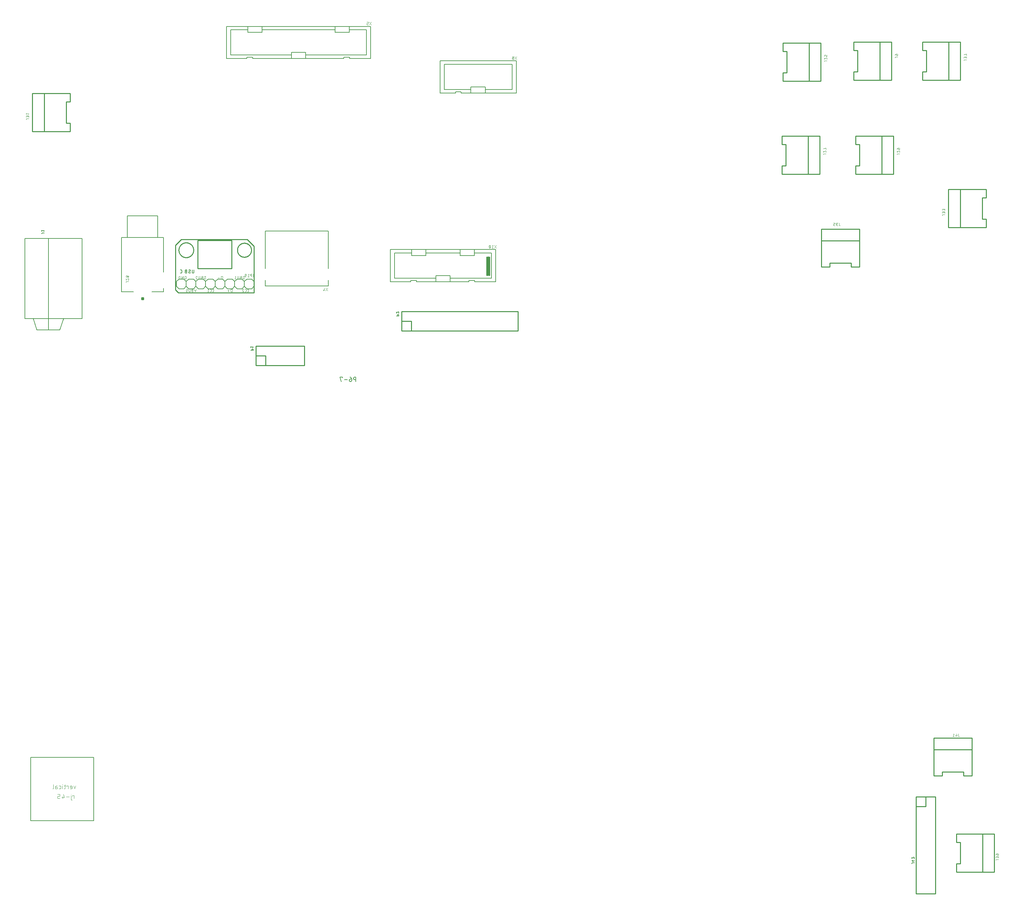
<source format=gbr>
G04 EAGLE Gerber RS-274X export*
G75*
%MOMM*%
%FSLAX34Y34*%
%LPD*%
%INSilkscreen Bottom*%
%IPPOS*%
%AMOC8*
5,1,8,0,0,1.08239X$1,22.5*%
G01*
%ADD10C,0.101600*%
%ADD11C,0.152400*%
%ADD12C,0.254000*%
%ADD13C,0.127000*%
%ADD14C,0.203200*%
%ADD15C,0.076200*%
%ADD16C,0.400000*%


D10*
X577148Y1686052D02*
X574777Y1678940D01*
X572406Y1686052D01*
X569055Y1682891D02*
X567079Y1682891D01*
X567079Y1682892D02*
X566992Y1682890D01*
X566904Y1682884D01*
X566817Y1682875D01*
X566731Y1682861D01*
X566645Y1682844D01*
X566561Y1682823D01*
X566477Y1682798D01*
X566394Y1682769D01*
X566313Y1682737D01*
X566233Y1682702D01*
X566155Y1682663D01*
X566078Y1682620D01*
X566004Y1682574D01*
X565932Y1682525D01*
X565862Y1682473D01*
X565794Y1682417D01*
X565729Y1682359D01*
X565666Y1682298D01*
X565607Y1682234D01*
X565550Y1682167D01*
X565496Y1682099D01*
X565445Y1682027D01*
X565398Y1681954D01*
X565353Y1681879D01*
X565312Y1681801D01*
X565275Y1681722D01*
X565241Y1681642D01*
X565211Y1681560D01*
X565184Y1681477D01*
X565161Y1681392D01*
X565142Y1681307D01*
X565127Y1681221D01*
X565115Y1681134D01*
X565107Y1681047D01*
X565103Y1680960D01*
X565103Y1680872D01*
X565107Y1680785D01*
X565115Y1680698D01*
X565127Y1680611D01*
X565142Y1680525D01*
X565161Y1680440D01*
X565184Y1680355D01*
X565211Y1680272D01*
X565241Y1680190D01*
X565275Y1680110D01*
X565312Y1680031D01*
X565353Y1679953D01*
X565398Y1679878D01*
X565445Y1679805D01*
X565496Y1679733D01*
X565550Y1679665D01*
X565607Y1679598D01*
X565666Y1679534D01*
X565729Y1679473D01*
X565794Y1679415D01*
X565862Y1679359D01*
X565932Y1679307D01*
X566004Y1679258D01*
X566078Y1679212D01*
X566155Y1679169D01*
X566233Y1679130D01*
X566313Y1679095D01*
X566394Y1679063D01*
X566477Y1679034D01*
X566561Y1679009D01*
X566645Y1678988D01*
X566731Y1678971D01*
X566817Y1678957D01*
X566904Y1678948D01*
X566992Y1678942D01*
X567079Y1678940D01*
X569055Y1678940D01*
X569055Y1686052D01*
X567079Y1686052D01*
X567000Y1686050D01*
X566922Y1686044D01*
X566844Y1686034D01*
X566766Y1686021D01*
X566689Y1686003D01*
X566613Y1685982D01*
X566539Y1685957D01*
X566465Y1685928D01*
X566393Y1685896D01*
X566323Y1685860D01*
X566255Y1685820D01*
X566189Y1685777D01*
X566125Y1685731D01*
X566063Y1685682D01*
X566004Y1685630D01*
X565948Y1685575D01*
X565894Y1685517D01*
X565844Y1685457D01*
X565796Y1685394D01*
X565752Y1685329D01*
X565711Y1685262D01*
X565673Y1685193D01*
X565639Y1685122D01*
X565608Y1685049D01*
X565581Y1684975D01*
X565558Y1684900D01*
X565539Y1684824D01*
X565523Y1684746D01*
X565511Y1684668D01*
X565503Y1684590D01*
X565499Y1684511D01*
X565499Y1684433D01*
X565503Y1684354D01*
X565511Y1684276D01*
X565523Y1684198D01*
X565539Y1684120D01*
X565558Y1684044D01*
X565581Y1683969D01*
X565608Y1683895D01*
X565639Y1683822D01*
X565673Y1683751D01*
X565711Y1683682D01*
X565752Y1683615D01*
X565796Y1683550D01*
X565844Y1683487D01*
X565894Y1683427D01*
X565948Y1683369D01*
X566004Y1683314D01*
X566063Y1683262D01*
X566125Y1683213D01*
X566189Y1683167D01*
X566255Y1683124D01*
X566323Y1683084D01*
X566393Y1683048D01*
X566465Y1683016D01*
X566539Y1682987D01*
X566613Y1682962D01*
X566689Y1682941D01*
X566766Y1682923D01*
X566844Y1682910D01*
X566922Y1682900D01*
X567000Y1682894D01*
X567079Y1682892D01*
X561878Y1680916D02*
X561878Y1686052D01*
X561879Y1680916D02*
X561877Y1680829D01*
X561871Y1680741D01*
X561862Y1680654D01*
X561848Y1680568D01*
X561831Y1680482D01*
X561810Y1680398D01*
X561785Y1680314D01*
X561756Y1680231D01*
X561724Y1680150D01*
X561689Y1680070D01*
X561650Y1679992D01*
X561607Y1679915D01*
X561561Y1679841D01*
X561512Y1679769D01*
X561460Y1679699D01*
X561404Y1679631D01*
X561346Y1679566D01*
X561285Y1679503D01*
X561221Y1679444D01*
X561154Y1679387D01*
X561086Y1679333D01*
X561014Y1679282D01*
X560941Y1679235D01*
X560866Y1679190D01*
X560788Y1679149D01*
X560709Y1679112D01*
X560629Y1679078D01*
X560547Y1679048D01*
X560464Y1679021D01*
X560379Y1678998D01*
X560294Y1678979D01*
X560208Y1678964D01*
X560121Y1678952D01*
X560034Y1678944D01*
X559947Y1678940D01*
X559859Y1678940D01*
X559772Y1678944D01*
X559685Y1678952D01*
X559598Y1678964D01*
X559512Y1678979D01*
X559427Y1678998D01*
X559342Y1679021D01*
X559259Y1679048D01*
X559177Y1679078D01*
X559097Y1679112D01*
X559018Y1679149D01*
X558940Y1679190D01*
X558865Y1679235D01*
X558792Y1679282D01*
X558720Y1679333D01*
X558652Y1679387D01*
X558585Y1679444D01*
X558521Y1679503D01*
X558460Y1679566D01*
X558402Y1679631D01*
X558346Y1679699D01*
X558294Y1679769D01*
X558245Y1679841D01*
X558199Y1679915D01*
X558156Y1679992D01*
X558117Y1680070D01*
X558082Y1680150D01*
X558050Y1680231D01*
X558021Y1680314D01*
X557996Y1680398D01*
X557975Y1680482D01*
X557958Y1680568D01*
X557944Y1680654D01*
X557935Y1680741D01*
X557929Y1680829D01*
X557927Y1680916D01*
X557927Y1686052D01*
X552193Y1678940D02*
X552115Y1678942D01*
X552038Y1678948D01*
X551961Y1678957D01*
X551885Y1678970D01*
X551809Y1678987D01*
X551734Y1679008D01*
X551661Y1679032D01*
X551588Y1679060D01*
X551517Y1679092D01*
X551448Y1679127D01*
X551381Y1679165D01*
X551315Y1679206D01*
X551252Y1679251D01*
X551191Y1679299D01*
X551132Y1679349D01*
X551076Y1679403D01*
X551022Y1679459D01*
X550972Y1679518D01*
X550924Y1679579D01*
X550879Y1679642D01*
X550838Y1679708D01*
X550800Y1679775D01*
X550765Y1679844D01*
X550733Y1679915D01*
X550705Y1679988D01*
X550681Y1680061D01*
X550660Y1680136D01*
X550643Y1680212D01*
X550630Y1680288D01*
X550621Y1680365D01*
X550615Y1680442D01*
X550613Y1680520D01*
X552193Y1678940D02*
X552308Y1678942D01*
X552422Y1678948D01*
X552536Y1678958D01*
X552650Y1678971D01*
X552763Y1678989D01*
X552876Y1679011D01*
X552988Y1679036D01*
X553099Y1679065D01*
X553208Y1679098D01*
X553317Y1679135D01*
X553424Y1679175D01*
X553530Y1679219D01*
X553634Y1679267D01*
X553737Y1679318D01*
X553837Y1679373D01*
X553936Y1679431D01*
X554033Y1679493D01*
X554127Y1679557D01*
X554220Y1679625D01*
X554310Y1679697D01*
X554397Y1679771D01*
X554482Y1679848D01*
X554564Y1679928D01*
X554365Y1684472D02*
X554363Y1684550D01*
X554357Y1684627D01*
X554348Y1684704D01*
X554335Y1684780D01*
X554318Y1684856D01*
X554297Y1684931D01*
X554273Y1685004D01*
X554245Y1685077D01*
X554213Y1685148D01*
X554178Y1685217D01*
X554140Y1685284D01*
X554099Y1685350D01*
X554054Y1685413D01*
X554006Y1685474D01*
X553956Y1685533D01*
X553902Y1685589D01*
X553846Y1685643D01*
X553787Y1685693D01*
X553726Y1685741D01*
X553663Y1685786D01*
X553597Y1685827D01*
X553530Y1685865D01*
X553461Y1685900D01*
X553390Y1685932D01*
X553317Y1685960D01*
X553244Y1685984D01*
X553169Y1686005D01*
X553093Y1686022D01*
X553017Y1686035D01*
X552940Y1686044D01*
X552863Y1686050D01*
X552785Y1686052D01*
X552679Y1686050D01*
X552573Y1686044D01*
X552468Y1686035D01*
X552363Y1686022D01*
X552258Y1686005D01*
X552154Y1685984D01*
X552051Y1685960D01*
X551949Y1685932D01*
X551848Y1685900D01*
X551748Y1685865D01*
X551650Y1685826D01*
X551552Y1685783D01*
X551457Y1685738D01*
X551363Y1685689D01*
X551271Y1685636D01*
X551181Y1685580D01*
X551093Y1685521D01*
X551007Y1685459D01*
X553576Y1683089D02*
X553643Y1683131D01*
X553708Y1683176D01*
X553771Y1683225D01*
X553832Y1683276D01*
X553889Y1683331D01*
X553944Y1683388D01*
X553997Y1683448D01*
X554046Y1683510D01*
X554092Y1683575D01*
X554134Y1683641D01*
X554174Y1683710D01*
X554210Y1683781D01*
X554242Y1683854D01*
X554271Y1683928D01*
X554296Y1684003D01*
X554317Y1684079D01*
X554335Y1684157D01*
X554348Y1684235D01*
X554358Y1684314D01*
X554364Y1684393D01*
X554366Y1684472D01*
X551402Y1681903D02*
X551335Y1681861D01*
X551270Y1681816D01*
X551207Y1681767D01*
X551146Y1681716D01*
X551089Y1681661D01*
X551034Y1681604D01*
X550981Y1681544D01*
X550932Y1681482D01*
X550886Y1681417D01*
X550844Y1681351D01*
X550804Y1681282D01*
X550768Y1681211D01*
X550736Y1681138D01*
X550707Y1681064D01*
X550682Y1680989D01*
X550661Y1680913D01*
X550643Y1680835D01*
X550630Y1680757D01*
X550620Y1680678D01*
X550614Y1680599D01*
X550612Y1680520D01*
X551402Y1681903D02*
X553576Y1683089D01*
X646276Y1712468D02*
X646276Y1719580D01*
X644301Y1719580D01*
X644215Y1719578D01*
X644129Y1719572D01*
X644043Y1719563D01*
X643958Y1719550D01*
X643873Y1719533D01*
X643790Y1719513D01*
X643707Y1719489D01*
X643625Y1719461D01*
X643545Y1719430D01*
X643466Y1719395D01*
X643389Y1719357D01*
X643313Y1719315D01*
X643239Y1719271D01*
X643168Y1719223D01*
X643098Y1719172D01*
X643031Y1719118D01*
X642966Y1719061D01*
X642904Y1719001D01*
X642844Y1718939D01*
X642787Y1718874D01*
X642733Y1718807D01*
X642682Y1718737D01*
X642634Y1718666D01*
X642590Y1718592D01*
X642548Y1718516D01*
X642510Y1718439D01*
X642475Y1718360D01*
X642444Y1718280D01*
X642416Y1718198D01*
X642392Y1718115D01*
X642372Y1718032D01*
X642355Y1717947D01*
X642342Y1717862D01*
X642333Y1717776D01*
X642327Y1717690D01*
X642325Y1717604D01*
X642325Y1714444D01*
X642327Y1714358D01*
X642333Y1714272D01*
X642342Y1714186D01*
X642355Y1714101D01*
X642372Y1714016D01*
X642392Y1713933D01*
X642416Y1713850D01*
X642444Y1713768D01*
X642475Y1713688D01*
X642510Y1713609D01*
X642548Y1713532D01*
X642590Y1713456D01*
X642634Y1713382D01*
X642682Y1713311D01*
X642733Y1713241D01*
X642787Y1713174D01*
X642844Y1713109D01*
X642904Y1713047D01*
X642966Y1712987D01*
X643031Y1712930D01*
X643098Y1712876D01*
X643168Y1712825D01*
X643239Y1712777D01*
X643313Y1712733D01*
X643389Y1712691D01*
X643466Y1712653D01*
X643545Y1712618D01*
X643625Y1712587D01*
X643707Y1712559D01*
X643790Y1712535D01*
X643873Y1712515D01*
X643958Y1712498D01*
X644043Y1712485D01*
X644129Y1712476D01*
X644215Y1712470D01*
X644301Y1712468D01*
X646276Y1712468D01*
X638625Y1715234D02*
X633884Y1715234D01*
X671676Y1686052D02*
X671676Y1678940D01*
X671676Y1686052D02*
X669701Y1686052D01*
X669615Y1686050D01*
X669529Y1686044D01*
X669443Y1686035D01*
X669358Y1686022D01*
X669273Y1686005D01*
X669190Y1685985D01*
X669107Y1685961D01*
X669025Y1685933D01*
X668945Y1685902D01*
X668866Y1685867D01*
X668789Y1685829D01*
X668713Y1685787D01*
X668639Y1685743D01*
X668568Y1685695D01*
X668498Y1685644D01*
X668431Y1685590D01*
X668366Y1685533D01*
X668304Y1685473D01*
X668244Y1685411D01*
X668187Y1685346D01*
X668133Y1685279D01*
X668082Y1685209D01*
X668034Y1685138D01*
X667990Y1685064D01*
X667948Y1684988D01*
X667910Y1684911D01*
X667875Y1684832D01*
X667844Y1684752D01*
X667816Y1684670D01*
X667792Y1684587D01*
X667772Y1684504D01*
X667755Y1684419D01*
X667742Y1684334D01*
X667733Y1684248D01*
X667727Y1684162D01*
X667725Y1684076D01*
X667725Y1680916D01*
X667727Y1680830D01*
X667733Y1680744D01*
X667742Y1680658D01*
X667755Y1680573D01*
X667772Y1680488D01*
X667792Y1680405D01*
X667816Y1680322D01*
X667844Y1680240D01*
X667875Y1680160D01*
X667910Y1680081D01*
X667948Y1680004D01*
X667990Y1679928D01*
X668034Y1679854D01*
X668082Y1679783D01*
X668133Y1679713D01*
X668187Y1679646D01*
X668244Y1679581D01*
X668304Y1679519D01*
X668366Y1679459D01*
X668431Y1679402D01*
X668498Y1679348D01*
X668568Y1679297D01*
X668639Y1679249D01*
X668713Y1679205D01*
X668789Y1679163D01*
X668866Y1679125D01*
X668945Y1679090D01*
X669025Y1679059D01*
X669107Y1679031D01*
X669190Y1679007D01*
X669273Y1678987D01*
X669358Y1678970D01*
X669443Y1678957D01*
X669529Y1678948D01*
X669615Y1678942D01*
X669701Y1678940D01*
X671676Y1678940D01*
X664025Y1681706D02*
X659284Y1681706D01*
X661654Y1684076D02*
X661654Y1679335D01*
X599980Y1712468D02*
X599902Y1712470D01*
X599825Y1712476D01*
X599748Y1712485D01*
X599672Y1712498D01*
X599596Y1712515D01*
X599521Y1712536D01*
X599448Y1712560D01*
X599375Y1712588D01*
X599304Y1712620D01*
X599235Y1712655D01*
X599168Y1712693D01*
X599102Y1712734D01*
X599039Y1712779D01*
X598978Y1712827D01*
X598919Y1712877D01*
X598863Y1712931D01*
X598809Y1712987D01*
X598759Y1713046D01*
X598711Y1713107D01*
X598666Y1713170D01*
X598625Y1713236D01*
X598587Y1713303D01*
X598552Y1713372D01*
X598520Y1713443D01*
X598492Y1713516D01*
X598468Y1713589D01*
X598447Y1713664D01*
X598430Y1713740D01*
X598417Y1713816D01*
X598408Y1713893D01*
X598402Y1713970D01*
X598400Y1714048D01*
X599980Y1712468D02*
X600095Y1712470D01*
X600209Y1712476D01*
X600323Y1712486D01*
X600437Y1712499D01*
X600550Y1712517D01*
X600663Y1712539D01*
X600775Y1712564D01*
X600886Y1712593D01*
X600995Y1712626D01*
X601104Y1712663D01*
X601211Y1712703D01*
X601317Y1712747D01*
X601421Y1712795D01*
X601524Y1712846D01*
X601624Y1712901D01*
X601723Y1712959D01*
X601820Y1713021D01*
X601914Y1713085D01*
X602007Y1713153D01*
X602097Y1713225D01*
X602184Y1713299D01*
X602269Y1713376D01*
X602351Y1713456D01*
X602152Y1718000D02*
X602150Y1718078D01*
X602144Y1718155D01*
X602135Y1718232D01*
X602122Y1718308D01*
X602105Y1718384D01*
X602084Y1718459D01*
X602060Y1718532D01*
X602032Y1718605D01*
X602000Y1718676D01*
X601965Y1718745D01*
X601927Y1718812D01*
X601886Y1718878D01*
X601841Y1718941D01*
X601793Y1719002D01*
X601743Y1719061D01*
X601689Y1719117D01*
X601633Y1719171D01*
X601574Y1719221D01*
X601513Y1719269D01*
X601450Y1719314D01*
X601384Y1719355D01*
X601317Y1719393D01*
X601248Y1719428D01*
X601177Y1719460D01*
X601104Y1719488D01*
X601031Y1719512D01*
X600956Y1719533D01*
X600880Y1719550D01*
X600804Y1719563D01*
X600727Y1719572D01*
X600650Y1719578D01*
X600572Y1719580D01*
X600466Y1719578D01*
X600360Y1719572D01*
X600255Y1719563D01*
X600150Y1719550D01*
X600045Y1719533D01*
X599941Y1719512D01*
X599838Y1719488D01*
X599736Y1719460D01*
X599635Y1719428D01*
X599535Y1719393D01*
X599437Y1719354D01*
X599339Y1719311D01*
X599244Y1719266D01*
X599150Y1719217D01*
X599058Y1719164D01*
X598968Y1719108D01*
X598880Y1719049D01*
X598794Y1718987D01*
X601363Y1716617D02*
X601430Y1716659D01*
X601495Y1716704D01*
X601558Y1716753D01*
X601619Y1716804D01*
X601676Y1716859D01*
X601731Y1716916D01*
X601784Y1716976D01*
X601833Y1717038D01*
X601879Y1717103D01*
X601921Y1717169D01*
X601961Y1717238D01*
X601997Y1717309D01*
X602029Y1717382D01*
X602058Y1717456D01*
X602083Y1717531D01*
X602104Y1717607D01*
X602122Y1717685D01*
X602135Y1717763D01*
X602145Y1717842D01*
X602151Y1717921D01*
X602153Y1718000D01*
X599189Y1715431D02*
X599122Y1715389D01*
X599057Y1715344D01*
X598994Y1715295D01*
X598933Y1715244D01*
X598876Y1715189D01*
X598821Y1715132D01*
X598768Y1715072D01*
X598719Y1715010D01*
X598673Y1714945D01*
X598631Y1714879D01*
X598591Y1714810D01*
X598555Y1714739D01*
X598523Y1714666D01*
X598494Y1714592D01*
X598469Y1714517D01*
X598448Y1714441D01*
X598430Y1714363D01*
X598417Y1714285D01*
X598407Y1714206D01*
X598401Y1714127D01*
X598399Y1714048D01*
X599189Y1715431D02*
X601363Y1716617D01*
X594896Y1716419D02*
X592921Y1716419D01*
X592921Y1716420D02*
X592834Y1716418D01*
X592746Y1716412D01*
X592659Y1716403D01*
X592573Y1716389D01*
X592487Y1716372D01*
X592403Y1716351D01*
X592319Y1716326D01*
X592236Y1716297D01*
X592155Y1716265D01*
X592075Y1716230D01*
X591997Y1716191D01*
X591920Y1716148D01*
X591846Y1716102D01*
X591774Y1716053D01*
X591704Y1716001D01*
X591636Y1715945D01*
X591571Y1715887D01*
X591508Y1715826D01*
X591449Y1715762D01*
X591392Y1715695D01*
X591338Y1715627D01*
X591287Y1715555D01*
X591240Y1715482D01*
X591195Y1715407D01*
X591154Y1715329D01*
X591117Y1715250D01*
X591083Y1715170D01*
X591053Y1715088D01*
X591026Y1715005D01*
X591003Y1714920D01*
X590984Y1714835D01*
X590969Y1714749D01*
X590957Y1714662D01*
X590949Y1714575D01*
X590945Y1714488D01*
X590945Y1714400D01*
X590949Y1714313D01*
X590957Y1714226D01*
X590969Y1714139D01*
X590984Y1714053D01*
X591003Y1713968D01*
X591026Y1713883D01*
X591053Y1713800D01*
X591083Y1713718D01*
X591117Y1713638D01*
X591154Y1713559D01*
X591195Y1713481D01*
X591240Y1713406D01*
X591287Y1713333D01*
X591338Y1713261D01*
X591392Y1713193D01*
X591449Y1713126D01*
X591508Y1713062D01*
X591571Y1713001D01*
X591636Y1712943D01*
X591704Y1712887D01*
X591774Y1712835D01*
X591846Y1712786D01*
X591920Y1712740D01*
X591997Y1712697D01*
X592075Y1712658D01*
X592155Y1712623D01*
X592236Y1712591D01*
X592319Y1712562D01*
X592403Y1712537D01*
X592487Y1712516D01*
X592573Y1712499D01*
X592659Y1712485D01*
X592746Y1712476D01*
X592834Y1712470D01*
X592921Y1712468D01*
X594896Y1712468D01*
X594896Y1719580D01*
X592921Y1719580D01*
X592842Y1719578D01*
X592764Y1719572D01*
X592686Y1719562D01*
X592608Y1719549D01*
X592531Y1719531D01*
X592455Y1719510D01*
X592381Y1719485D01*
X592307Y1719456D01*
X592235Y1719424D01*
X592165Y1719388D01*
X592097Y1719348D01*
X592031Y1719305D01*
X591967Y1719259D01*
X591905Y1719210D01*
X591846Y1719158D01*
X591790Y1719103D01*
X591736Y1719045D01*
X591686Y1718985D01*
X591638Y1718922D01*
X591594Y1718857D01*
X591553Y1718790D01*
X591515Y1718721D01*
X591481Y1718650D01*
X591450Y1718577D01*
X591423Y1718503D01*
X591400Y1718428D01*
X591381Y1718352D01*
X591365Y1718274D01*
X591353Y1718196D01*
X591345Y1718118D01*
X591341Y1718039D01*
X591341Y1717961D01*
X591345Y1717882D01*
X591353Y1717804D01*
X591365Y1717726D01*
X591381Y1717648D01*
X591400Y1717572D01*
X591423Y1717497D01*
X591450Y1717423D01*
X591481Y1717350D01*
X591515Y1717279D01*
X591553Y1717210D01*
X591594Y1717143D01*
X591638Y1717078D01*
X591686Y1717015D01*
X591736Y1716955D01*
X591790Y1716897D01*
X591846Y1716842D01*
X591905Y1716790D01*
X591967Y1716741D01*
X592031Y1716695D01*
X592097Y1716652D01*
X592165Y1716612D01*
X592235Y1716576D01*
X592307Y1716544D01*
X592381Y1716515D01*
X592455Y1716490D01*
X592531Y1716469D01*
X592608Y1716451D01*
X592686Y1716438D01*
X592764Y1716428D01*
X592842Y1716422D01*
X592921Y1716420D01*
X587720Y1714444D02*
X587720Y1719580D01*
X587720Y1714444D02*
X587718Y1714357D01*
X587712Y1714269D01*
X587703Y1714182D01*
X587689Y1714096D01*
X587672Y1714010D01*
X587651Y1713926D01*
X587626Y1713842D01*
X587597Y1713759D01*
X587565Y1713678D01*
X587530Y1713598D01*
X587491Y1713520D01*
X587448Y1713443D01*
X587402Y1713369D01*
X587353Y1713297D01*
X587301Y1713227D01*
X587245Y1713159D01*
X587187Y1713094D01*
X587126Y1713031D01*
X587062Y1712972D01*
X586995Y1712915D01*
X586927Y1712861D01*
X586855Y1712810D01*
X586782Y1712763D01*
X586707Y1712718D01*
X586629Y1712677D01*
X586550Y1712640D01*
X586470Y1712606D01*
X586388Y1712576D01*
X586305Y1712549D01*
X586220Y1712526D01*
X586135Y1712507D01*
X586049Y1712492D01*
X585962Y1712480D01*
X585875Y1712472D01*
X585788Y1712468D01*
X585700Y1712468D01*
X585613Y1712472D01*
X585526Y1712480D01*
X585439Y1712492D01*
X585353Y1712507D01*
X585268Y1712526D01*
X585183Y1712549D01*
X585100Y1712576D01*
X585018Y1712606D01*
X584938Y1712640D01*
X584859Y1712677D01*
X584781Y1712718D01*
X584706Y1712763D01*
X584633Y1712810D01*
X584561Y1712861D01*
X584493Y1712915D01*
X584426Y1712972D01*
X584362Y1713031D01*
X584301Y1713094D01*
X584243Y1713159D01*
X584187Y1713227D01*
X584135Y1713297D01*
X584086Y1713369D01*
X584040Y1713443D01*
X583997Y1713520D01*
X583958Y1713598D01*
X583923Y1713678D01*
X583891Y1713759D01*
X583862Y1713842D01*
X583837Y1713926D01*
X583816Y1714010D01*
X583799Y1714096D01*
X583785Y1714182D01*
X583776Y1714269D01*
X583770Y1714357D01*
X583768Y1714444D01*
X583769Y1714444D02*
X583769Y1719580D01*
X577988Y1719580D02*
X577906Y1719578D01*
X577824Y1719572D01*
X577742Y1719563D01*
X577661Y1719550D01*
X577581Y1719533D01*
X577501Y1719512D01*
X577423Y1719488D01*
X577346Y1719460D01*
X577270Y1719429D01*
X577195Y1719394D01*
X577123Y1719355D01*
X577052Y1719314D01*
X576983Y1719269D01*
X576917Y1719221D01*
X576852Y1719170D01*
X576790Y1719116D01*
X576731Y1719059D01*
X576674Y1719000D01*
X576620Y1718938D01*
X576569Y1718873D01*
X576521Y1718807D01*
X576476Y1718738D01*
X576435Y1718667D01*
X576396Y1718595D01*
X576361Y1718520D01*
X576330Y1718444D01*
X576302Y1718367D01*
X576278Y1718289D01*
X576257Y1718209D01*
X576240Y1718129D01*
X576227Y1718048D01*
X576218Y1717966D01*
X576212Y1717884D01*
X576210Y1717802D01*
X577988Y1719580D02*
X578081Y1719578D01*
X578173Y1719572D01*
X578265Y1719563D01*
X578357Y1719550D01*
X578448Y1719533D01*
X578538Y1719513D01*
X578628Y1719489D01*
X578716Y1719461D01*
X578804Y1719429D01*
X578889Y1719395D01*
X578974Y1719356D01*
X579056Y1719315D01*
X579137Y1719270D01*
X579217Y1719221D01*
X579294Y1719170D01*
X579369Y1719116D01*
X579441Y1719058D01*
X579512Y1718998D01*
X579579Y1718934D01*
X579644Y1718869D01*
X579707Y1718800D01*
X579766Y1718729D01*
X579823Y1718656D01*
X579877Y1718580D01*
X579927Y1718503D01*
X579975Y1718423D01*
X580019Y1718341D01*
X580059Y1718258D01*
X580097Y1718173D01*
X580131Y1718087D01*
X580161Y1718000D01*
X576803Y1716419D02*
X576742Y1716480D01*
X576684Y1716543D01*
X576629Y1716609D01*
X576576Y1716677D01*
X576527Y1716748D01*
X576482Y1716820D01*
X576439Y1716895D01*
X576400Y1716971D01*
X576364Y1717050D01*
X576332Y1717129D01*
X576304Y1717210D01*
X576279Y1717293D01*
X576258Y1717376D01*
X576241Y1717460D01*
X576227Y1717545D01*
X576218Y1717630D01*
X576212Y1717716D01*
X576210Y1717802D01*
X576802Y1716419D02*
X580161Y1712468D01*
X576210Y1712468D01*
X619604Y1678940D02*
X621185Y1678940D01*
X621263Y1678942D01*
X621340Y1678948D01*
X621417Y1678957D01*
X621493Y1678970D01*
X621569Y1678987D01*
X621644Y1679008D01*
X621717Y1679032D01*
X621790Y1679060D01*
X621861Y1679092D01*
X621930Y1679127D01*
X621997Y1679165D01*
X622063Y1679206D01*
X622126Y1679251D01*
X622187Y1679299D01*
X622246Y1679349D01*
X622302Y1679403D01*
X622356Y1679459D01*
X622406Y1679518D01*
X622454Y1679579D01*
X622499Y1679642D01*
X622540Y1679708D01*
X622578Y1679775D01*
X622613Y1679844D01*
X622645Y1679915D01*
X622673Y1679988D01*
X622697Y1680061D01*
X622718Y1680136D01*
X622735Y1680212D01*
X622748Y1680288D01*
X622757Y1680365D01*
X622763Y1680442D01*
X622765Y1680520D01*
X622765Y1684472D01*
X622763Y1684550D01*
X622757Y1684627D01*
X622748Y1684704D01*
X622735Y1684780D01*
X622718Y1684856D01*
X622697Y1684931D01*
X622673Y1685004D01*
X622645Y1685077D01*
X622613Y1685148D01*
X622578Y1685217D01*
X622540Y1685284D01*
X622499Y1685350D01*
X622454Y1685413D01*
X622406Y1685474D01*
X622356Y1685533D01*
X622302Y1685589D01*
X622246Y1685643D01*
X622187Y1685693D01*
X622126Y1685741D01*
X622063Y1685786D01*
X621997Y1685827D01*
X621930Y1685865D01*
X621861Y1685900D01*
X621790Y1685932D01*
X621717Y1685960D01*
X621644Y1685984D01*
X621569Y1686005D01*
X621493Y1686022D01*
X621417Y1686035D01*
X621340Y1686044D01*
X621263Y1686050D01*
X621185Y1686052D01*
X619604Y1686052D01*
X615089Y1678940D02*
X613508Y1678940D01*
X615089Y1678940D02*
X615167Y1678942D01*
X615244Y1678948D01*
X615321Y1678957D01*
X615397Y1678970D01*
X615473Y1678987D01*
X615548Y1679008D01*
X615621Y1679032D01*
X615694Y1679060D01*
X615765Y1679092D01*
X615834Y1679127D01*
X615901Y1679165D01*
X615967Y1679206D01*
X616030Y1679251D01*
X616091Y1679299D01*
X616150Y1679349D01*
X616206Y1679403D01*
X616260Y1679459D01*
X616310Y1679518D01*
X616358Y1679579D01*
X616403Y1679642D01*
X616444Y1679708D01*
X616482Y1679775D01*
X616517Y1679844D01*
X616549Y1679915D01*
X616577Y1679988D01*
X616601Y1680061D01*
X616622Y1680136D01*
X616639Y1680212D01*
X616652Y1680288D01*
X616661Y1680365D01*
X616667Y1680442D01*
X616669Y1680520D01*
X616669Y1684472D01*
X616667Y1684550D01*
X616661Y1684627D01*
X616652Y1684704D01*
X616639Y1684780D01*
X616622Y1684856D01*
X616601Y1684931D01*
X616577Y1685004D01*
X616549Y1685077D01*
X616517Y1685148D01*
X616482Y1685217D01*
X616444Y1685284D01*
X616403Y1685350D01*
X616358Y1685413D01*
X616310Y1685474D01*
X616260Y1685533D01*
X616206Y1685589D01*
X616150Y1685643D01*
X616091Y1685693D01*
X616030Y1685741D01*
X615967Y1685786D01*
X615901Y1685827D01*
X615834Y1685865D01*
X615765Y1685900D01*
X615694Y1685932D01*
X615621Y1685960D01*
X615548Y1685984D01*
X615473Y1686005D01*
X615397Y1686022D01*
X615321Y1686035D01*
X615244Y1686044D01*
X615167Y1686050D01*
X615089Y1686052D01*
X613508Y1686052D01*
X610546Y1684472D02*
X608570Y1686052D01*
X608570Y1678940D01*
X606595Y1678940D02*
X610546Y1678940D01*
X548033Y1716419D02*
X546847Y1716419D01*
X546847Y1712468D01*
X549218Y1712468D01*
X549296Y1712470D01*
X549373Y1712476D01*
X549450Y1712485D01*
X549526Y1712498D01*
X549602Y1712515D01*
X549677Y1712536D01*
X549750Y1712560D01*
X549823Y1712588D01*
X549894Y1712620D01*
X549963Y1712655D01*
X550030Y1712693D01*
X550096Y1712734D01*
X550159Y1712779D01*
X550220Y1712827D01*
X550279Y1712877D01*
X550335Y1712931D01*
X550389Y1712987D01*
X550439Y1713046D01*
X550487Y1713107D01*
X550532Y1713170D01*
X550573Y1713236D01*
X550611Y1713303D01*
X550646Y1713372D01*
X550678Y1713443D01*
X550706Y1713516D01*
X550730Y1713589D01*
X550751Y1713664D01*
X550768Y1713740D01*
X550781Y1713816D01*
X550790Y1713893D01*
X550796Y1713970D01*
X550798Y1714048D01*
X550798Y1718000D01*
X550796Y1718078D01*
X550790Y1718155D01*
X550781Y1718232D01*
X550768Y1718308D01*
X550751Y1718384D01*
X550730Y1718459D01*
X550706Y1718532D01*
X550678Y1718605D01*
X550646Y1718676D01*
X550611Y1718745D01*
X550573Y1718812D01*
X550532Y1718878D01*
X550487Y1718941D01*
X550439Y1719002D01*
X550389Y1719061D01*
X550335Y1719117D01*
X550279Y1719171D01*
X550220Y1719221D01*
X550159Y1719269D01*
X550096Y1719314D01*
X550030Y1719355D01*
X549963Y1719393D01*
X549894Y1719428D01*
X549823Y1719460D01*
X549750Y1719488D01*
X549677Y1719512D01*
X549602Y1719533D01*
X549526Y1719550D01*
X549450Y1719563D01*
X549373Y1719572D01*
X549296Y1719578D01*
X549218Y1719580D01*
X546847Y1719580D01*
X542996Y1719580D02*
X542996Y1712468D01*
X539044Y1712468D02*
X542996Y1719580D01*
X539044Y1719580D02*
X539044Y1712468D01*
X535193Y1712468D02*
X535193Y1719580D01*
X533217Y1719580D01*
X533131Y1719578D01*
X533045Y1719572D01*
X532959Y1719563D01*
X532874Y1719550D01*
X532789Y1719533D01*
X532706Y1719513D01*
X532623Y1719489D01*
X532541Y1719461D01*
X532461Y1719430D01*
X532382Y1719395D01*
X532305Y1719357D01*
X532229Y1719315D01*
X532155Y1719271D01*
X532084Y1719223D01*
X532014Y1719172D01*
X531947Y1719118D01*
X531882Y1719061D01*
X531820Y1719001D01*
X531760Y1718939D01*
X531703Y1718874D01*
X531649Y1718807D01*
X531598Y1718737D01*
X531550Y1718666D01*
X531506Y1718592D01*
X531464Y1718516D01*
X531426Y1718439D01*
X531391Y1718360D01*
X531360Y1718280D01*
X531332Y1718198D01*
X531308Y1718115D01*
X531288Y1718032D01*
X531271Y1717947D01*
X531258Y1717862D01*
X531249Y1717776D01*
X531243Y1717690D01*
X531241Y1717604D01*
X531242Y1717604D02*
X531242Y1714444D01*
X531241Y1714444D02*
X531243Y1714358D01*
X531249Y1714272D01*
X531258Y1714186D01*
X531271Y1714101D01*
X531288Y1714016D01*
X531308Y1713933D01*
X531332Y1713850D01*
X531360Y1713768D01*
X531391Y1713688D01*
X531426Y1713609D01*
X531464Y1713532D01*
X531506Y1713456D01*
X531550Y1713382D01*
X531598Y1713311D01*
X531649Y1713241D01*
X531703Y1713174D01*
X531760Y1713109D01*
X531820Y1713047D01*
X531882Y1712987D01*
X531947Y1712930D01*
X532014Y1712876D01*
X532084Y1712825D01*
X532155Y1712777D01*
X532229Y1712733D01*
X532305Y1712691D01*
X532382Y1712653D01*
X532461Y1712618D01*
X532541Y1712587D01*
X532623Y1712559D01*
X532706Y1712535D01*
X532789Y1712515D01*
X532874Y1712498D01*
X532959Y1712485D01*
X533045Y1712476D01*
X533131Y1712470D01*
X533217Y1712468D01*
X535193Y1712468D01*
D11*
X571622Y1730361D02*
X571622Y1736598D01*
X571622Y1730361D02*
X571620Y1730264D01*
X571614Y1730168D01*
X571605Y1730072D01*
X571591Y1729976D01*
X571574Y1729881D01*
X571552Y1729787D01*
X571527Y1729694D01*
X571499Y1729601D01*
X571466Y1729510D01*
X571430Y1729421D01*
X571390Y1729333D01*
X571347Y1729246D01*
X571301Y1729162D01*
X571251Y1729079D01*
X571197Y1728998D01*
X571141Y1728920D01*
X571081Y1728844D01*
X571019Y1728770D01*
X570953Y1728699D01*
X570885Y1728631D01*
X570814Y1728565D01*
X570740Y1728503D01*
X570664Y1728443D01*
X570586Y1728387D01*
X570505Y1728333D01*
X570423Y1728283D01*
X570338Y1728237D01*
X570251Y1728194D01*
X570163Y1728154D01*
X570074Y1728118D01*
X569983Y1728085D01*
X569890Y1728057D01*
X569797Y1728032D01*
X569703Y1728010D01*
X569608Y1727993D01*
X569512Y1727979D01*
X569416Y1727970D01*
X569320Y1727964D01*
X569223Y1727962D01*
X569126Y1727964D01*
X569030Y1727970D01*
X568934Y1727979D01*
X568838Y1727993D01*
X568743Y1728010D01*
X568649Y1728032D01*
X568556Y1728057D01*
X568463Y1728085D01*
X568372Y1728118D01*
X568283Y1728154D01*
X568195Y1728194D01*
X568108Y1728237D01*
X568024Y1728283D01*
X567941Y1728333D01*
X567860Y1728387D01*
X567782Y1728443D01*
X567706Y1728503D01*
X567632Y1728565D01*
X567561Y1728631D01*
X567493Y1728699D01*
X567427Y1728770D01*
X567365Y1728844D01*
X567305Y1728920D01*
X567249Y1728998D01*
X567195Y1729079D01*
X567145Y1729162D01*
X567099Y1729246D01*
X567056Y1729333D01*
X567016Y1729421D01*
X566980Y1729510D01*
X566947Y1729601D01*
X566919Y1729694D01*
X566894Y1729787D01*
X566872Y1729881D01*
X566855Y1729976D01*
X566841Y1730072D01*
X566832Y1730168D01*
X566826Y1730264D01*
X566824Y1730361D01*
X566824Y1736598D01*
X559599Y1727962D02*
X559513Y1727964D01*
X559427Y1727970D01*
X559341Y1727979D01*
X559256Y1727993D01*
X559172Y1728010D01*
X559088Y1728031D01*
X559006Y1728056D01*
X558925Y1728084D01*
X558845Y1728116D01*
X558766Y1728152D01*
X558690Y1728191D01*
X558615Y1728234D01*
X558542Y1728279D01*
X558471Y1728328D01*
X558403Y1728381D01*
X558336Y1728436D01*
X558273Y1728494D01*
X558212Y1728555D01*
X558154Y1728618D01*
X558099Y1728685D01*
X558046Y1728753D01*
X557997Y1728824D01*
X557952Y1728897D01*
X557909Y1728972D01*
X557870Y1729048D01*
X557834Y1729127D01*
X557802Y1729207D01*
X557774Y1729288D01*
X557749Y1729370D01*
X557728Y1729454D01*
X557711Y1729538D01*
X557697Y1729623D01*
X557688Y1729709D01*
X557682Y1729795D01*
X557680Y1729881D01*
X559599Y1727962D02*
X559722Y1727964D01*
X559845Y1727969D01*
X559968Y1727979D01*
X560090Y1727992D01*
X560212Y1728009D01*
X560334Y1728029D01*
X560454Y1728053D01*
X560574Y1728081D01*
X560693Y1728112D01*
X560811Y1728148D01*
X560928Y1728186D01*
X561044Y1728228D01*
X561158Y1728274D01*
X561271Y1728323D01*
X561383Y1728375D01*
X561492Y1728431D01*
X561600Y1728490D01*
X561706Y1728553D01*
X561811Y1728618D01*
X561913Y1728687D01*
X562013Y1728759D01*
X562110Y1728834D01*
X562206Y1728911D01*
X562299Y1728992D01*
X562390Y1729075D01*
X562478Y1729161D01*
X562238Y1734679D02*
X562236Y1734765D01*
X562230Y1734851D01*
X562221Y1734937D01*
X562207Y1735022D01*
X562190Y1735106D01*
X562169Y1735190D01*
X562144Y1735272D01*
X562116Y1735353D01*
X562084Y1735433D01*
X562048Y1735512D01*
X562009Y1735588D01*
X561966Y1735663D01*
X561921Y1735736D01*
X561872Y1735807D01*
X561819Y1735875D01*
X561764Y1735942D01*
X561706Y1736005D01*
X561645Y1736066D01*
X561582Y1736124D01*
X561515Y1736179D01*
X561447Y1736232D01*
X561376Y1736281D01*
X561303Y1736326D01*
X561228Y1736369D01*
X561152Y1736408D01*
X561073Y1736444D01*
X560993Y1736476D01*
X560912Y1736504D01*
X560830Y1736529D01*
X560746Y1736550D01*
X560662Y1736567D01*
X560577Y1736581D01*
X560491Y1736590D01*
X560405Y1736596D01*
X560319Y1736598D01*
X560203Y1736596D01*
X560088Y1736591D01*
X559972Y1736581D01*
X559857Y1736568D01*
X559743Y1736552D01*
X559629Y1736531D01*
X559515Y1736507D01*
X559403Y1736479D01*
X559292Y1736448D01*
X559181Y1736413D01*
X559072Y1736375D01*
X558964Y1736333D01*
X558858Y1736288D01*
X558752Y1736239D01*
X558649Y1736187D01*
X558547Y1736132D01*
X558448Y1736073D01*
X558350Y1736011D01*
X558254Y1735946D01*
X558160Y1735878D01*
X561279Y1733000D02*
X561353Y1733046D01*
X561426Y1733096D01*
X561496Y1733149D01*
X561564Y1733205D01*
X561629Y1733264D01*
X561692Y1733326D01*
X561751Y1733391D01*
X561808Y1733458D01*
X561862Y1733528D01*
X561912Y1733600D01*
X561959Y1733674D01*
X562003Y1733750D01*
X562043Y1733829D01*
X562079Y1733909D01*
X562112Y1733990D01*
X562141Y1734073D01*
X562167Y1734158D01*
X562189Y1734243D01*
X562206Y1734329D01*
X562220Y1734416D01*
X562230Y1734503D01*
X562236Y1734591D01*
X562238Y1734679D01*
X558640Y1731560D02*
X558565Y1731514D01*
X558492Y1731464D01*
X558422Y1731411D01*
X558354Y1731355D01*
X558289Y1731296D01*
X558226Y1731234D01*
X558167Y1731169D01*
X558110Y1731102D01*
X558056Y1731032D01*
X558006Y1730960D01*
X557959Y1730886D01*
X557915Y1730810D01*
X557875Y1730731D01*
X557839Y1730651D01*
X557806Y1730570D01*
X557777Y1730487D01*
X557751Y1730402D01*
X557729Y1730317D01*
X557712Y1730231D01*
X557698Y1730144D01*
X557688Y1730057D01*
X557682Y1729969D01*
X557680Y1729881D01*
X558640Y1731560D02*
X561279Y1733000D01*
X553139Y1732760D02*
X550740Y1732760D01*
X550643Y1732758D01*
X550547Y1732752D01*
X550451Y1732743D01*
X550355Y1732729D01*
X550260Y1732712D01*
X550166Y1732690D01*
X550073Y1732665D01*
X549980Y1732637D01*
X549889Y1732604D01*
X549800Y1732568D01*
X549712Y1732528D01*
X549625Y1732485D01*
X549541Y1732439D01*
X549458Y1732389D01*
X549377Y1732335D01*
X549299Y1732279D01*
X549223Y1732219D01*
X549149Y1732157D01*
X549078Y1732091D01*
X549010Y1732023D01*
X548944Y1731952D01*
X548882Y1731878D01*
X548822Y1731802D01*
X548766Y1731724D01*
X548712Y1731643D01*
X548662Y1731561D01*
X548616Y1731476D01*
X548573Y1731389D01*
X548533Y1731301D01*
X548497Y1731212D01*
X548464Y1731121D01*
X548436Y1731028D01*
X548411Y1730935D01*
X548389Y1730841D01*
X548372Y1730746D01*
X548358Y1730650D01*
X548349Y1730554D01*
X548343Y1730458D01*
X548341Y1730361D01*
X548343Y1730264D01*
X548349Y1730168D01*
X548358Y1730072D01*
X548372Y1729976D01*
X548389Y1729881D01*
X548411Y1729787D01*
X548436Y1729694D01*
X548464Y1729601D01*
X548497Y1729510D01*
X548533Y1729421D01*
X548573Y1729333D01*
X548616Y1729246D01*
X548662Y1729162D01*
X548712Y1729079D01*
X548766Y1728998D01*
X548822Y1728920D01*
X548882Y1728844D01*
X548944Y1728770D01*
X549010Y1728699D01*
X549078Y1728631D01*
X549149Y1728565D01*
X549223Y1728503D01*
X549299Y1728443D01*
X549377Y1728387D01*
X549458Y1728333D01*
X549541Y1728283D01*
X549625Y1728237D01*
X549712Y1728194D01*
X549800Y1728154D01*
X549889Y1728118D01*
X549980Y1728085D01*
X550073Y1728057D01*
X550166Y1728032D01*
X550260Y1728010D01*
X550355Y1727993D01*
X550451Y1727979D01*
X550547Y1727970D01*
X550643Y1727964D01*
X550740Y1727962D01*
X553139Y1727962D01*
X553139Y1736598D01*
X550740Y1736598D01*
X550654Y1736596D01*
X550568Y1736590D01*
X550482Y1736581D01*
X550397Y1736567D01*
X550313Y1736550D01*
X550229Y1736529D01*
X550147Y1736504D01*
X550066Y1736476D01*
X549986Y1736444D01*
X549907Y1736408D01*
X549831Y1736369D01*
X549756Y1736326D01*
X549683Y1736281D01*
X549612Y1736232D01*
X549544Y1736179D01*
X549477Y1736124D01*
X549414Y1736066D01*
X549353Y1736005D01*
X549295Y1735942D01*
X549240Y1735875D01*
X549187Y1735807D01*
X549138Y1735736D01*
X549093Y1735663D01*
X549050Y1735588D01*
X549011Y1735512D01*
X548975Y1735433D01*
X548943Y1735353D01*
X548915Y1735272D01*
X548890Y1735190D01*
X548869Y1735106D01*
X548852Y1735022D01*
X548838Y1734937D01*
X548829Y1734851D01*
X548823Y1734765D01*
X548821Y1734679D01*
X548823Y1734593D01*
X548829Y1734507D01*
X548838Y1734421D01*
X548852Y1734336D01*
X548869Y1734252D01*
X548890Y1734168D01*
X548915Y1734086D01*
X548943Y1734005D01*
X548975Y1733925D01*
X549011Y1733846D01*
X549050Y1733770D01*
X549093Y1733695D01*
X549138Y1733622D01*
X549187Y1733551D01*
X549240Y1733483D01*
X549295Y1733416D01*
X549353Y1733353D01*
X549414Y1733292D01*
X549477Y1733234D01*
X549544Y1733179D01*
X549612Y1733126D01*
X549683Y1733077D01*
X549756Y1733032D01*
X549831Y1732989D01*
X549907Y1732950D01*
X549986Y1732914D01*
X550066Y1732882D01*
X550147Y1732854D01*
X550229Y1732829D01*
X550313Y1732808D01*
X550397Y1732791D01*
X550482Y1732777D01*
X550568Y1732768D01*
X550654Y1732762D01*
X550740Y1732760D01*
X537737Y1727962D02*
X535818Y1727962D01*
X537737Y1727962D02*
X537823Y1727964D01*
X537909Y1727970D01*
X537995Y1727979D01*
X538080Y1727993D01*
X538164Y1728010D01*
X538248Y1728031D01*
X538330Y1728056D01*
X538411Y1728084D01*
X538491Y1728116D01*
X538570Y1728152D01*
X538646Y1728191D01*
X538721Y1728234D01*
X538794Y1728279D01*
X538865Y1728329D01*
X538933Y1728381D01*
X539000Y1728436D01*
X539063Y1728494D01*
X539124Y1728555D01*
X539182Y1728618D01*
X539237Y1728685D01*
X539290Y1728753D01*
X539339Y1728824D01*
X539384Y1728897D01*
X539427Y1728972D01*
X539466Y1729048D01*
X539502Y1729127D01*
X539534Y1729207D01*
X539562Y1729288D01*
X539587Y1729371D01*
X539608Y1729454D01*
X539625Y1729538D01*
X539639Y1729623D01*
X539648Y1729709D01*
X539654Y1729795D01*
X539656Y1729881D01*
X539656Y1734679D01*
X539654Y1734765D01*
X539648Y1734851D01*
X539639Y1734937D01*
X539625Y1735022D01*
X539608Y1735106D01*
X539587Y1735190D01*
X539562Y1735272D01*
X539534Y1735353D01*
X539502Y1735433D01*
X539466Y1735512D01*
X539427Y1735588D01*
X539384Y1735663D01*
X539339Y1735736D01*
X539290Y1735807D01*
X539237Y1735875D01*
X539182Y1735942D01*
X539124Y1736005D01*
X539063Y1736066D01*
X539000Y1736124D01*
X538934Y1736179D01*
X538865Y1736231D01*
X538794Y1736281D01*
X538721Y1736326D01*
X538646Y1736369D01*
X538570Y1736408D01*
X538491Y1736444D01*
X538411Y1736476D01*
X538330Y1736504D01*
X538248Y1736529D01*
X538164Y1736550D01*
X538080Y1736567D01*
X537995Y1736581D01*
X537909Y1736590D01*
X537823Y1736596D01*
X537737Y1736598D01*
X535818Y1736598D01*
D10*
X700000Y1714048D02*
X700002Y1713970D01*
X700008Y1713893D01*
X700017Y1713816D01*
X700030Y1713740D01*
X700047Y1713664D01*
X700068Y1713589D01*
X700092Y1713516D01*
X700120Y1713443D01*
X700152Y1713372D01*
X700187Y1713303D01*
X700225Y1713236D01*
X700266Y1713170D01*
X700311Y1713107D01*
X700359Y1713046D01*
X700409Y1712987D01*
X700463Y1712931D01*
X700519Y1712877D01*
X700578Y1712827D01*
X700639Y1712779D01*
X700702Y1712734D01*
X700768Y1712693D01*
X700835Y1712655D01*
X700904Y1712620D01*
X700975Y1712588D01*
X701048Y1712560D01*
X701121Y1712536D01*
X701196Y1712515D01*
X701272Y1712498D01*
X701348Y1712485D01*
X701425Y1712476D01*
X701502Y1712470D01*
X701580Y1712468D01*
X701695Y1712470D01*
X701809Y1712476D01*
X701923Y1712486D01*
X702037Y1712499D01*
X702150Y1712517D01*
X702263Y1712539D01*
X702375Y1712564D01*
X702486Y1712593D01*
X702595Y1712626D01*
X702704Y1712663D01*
X702811Y1712703D01*
X702917Y1712747D01*
X703021Y1712795D01*
X703124Y1712846D01*
X703224Y1712901D01*
X703323Y1712959D01*
X703420Y1713021D01*
X703514Y1713085D01*
X703607Y1713153D01*
X703697Y1713225D01*
X703784Y1713299D01*
X703869Y1713376D01*
X703951Y1713456D01*
X703752Y1718000D02*
X703750Y1718078D01*
X703744Y1718155D01*
X703735Y1718232D01*
X703722Y1718308D01*
X703705Y1718384D01*
X703684Y1718459D01*
X703660Y1718532D01*
X703632Y1718605D01*
X703600Y1718676D01*
X703565Y1718745D01*
X703527Y1718812D01*
X703486Y1718878D01*
X703441Y1718941D01*
X703393Y1719002D01*
X703343Y1719061D01*
X703289Y1719117D01*
X703233Y1719171D01*
X703174Y1719221D01*
X703113Y1719269D01*
X703050Y1719314D01*
X702984Y1719355D01*
X702917Y1719393D01*
X702848Y1719428D01*
X702777Y1719460D01*
X702704Y1719488D01*
X702631Y1719512D01*
X702556Y1719533D01*
X702480Y1719550D01*
X702404Y1719563D01*
X702327Y1719572D01*
X702250Y1719578D01*
X702172Y1719580D01*
X702066Y1719578D01*
X701960Y1719572D01*
X701855Y1719563D01*
X701750Y1719550D01*
X701645Y1719533D01*
X701541Y1719512D01*
X701438Y1719488D01*
X701336Y1719460D01*
X701235Y1719428D01*
X701135Y1719393D01*
X701037Y1719354D01*
X700939Y1719311D01*
X700844Y1719266D01*
X700750Y1719217D01*
X700658Y1719164D01*
X700568Y1719108D01*
X700480Y1719049D01*
X700394Y1718987D01*
X702963Y1716617D02*
X703030Y1716659D01*
X703095Y1716704D01*
X703158Y1716753D01*
X703219Y1716804D01*
X703276Y1716859D01*
X703331Y1716916D01*
X703384Y1716976D01*
X703433Y1717038D01*
X703479Y1717103D01*
X703521Y1717169D01*
X703561Y1717238D01*
X703597Y1717309D01*
X703629Y1717382D01*
X703658Y1717456D01*
X703683Y1717531D01*
X703704Y1717607D01*
X703722Y1717685D01*
X703735Y1717763D01*
X703745Y1717842D01*
X703751Y1717921D01*
X703753Y1718000D01*
X700789Y1715431D02*
X700722Y1715389D01*
X700657Y1715344D01*
X700594Y1715295D01*
X700533Y1715244D01*
X700476Y1715189D01*
X700421Y1715132D01*
X700368Y1715072D01*
X700319Y1715010D01*
X700273Y1714945D01*
X700231Y1714879D01*
X700191Y1714810D01*
X700155Y1714739D01*
X700123Y1714666D01*
X700094Y1714592D01*
X700069Y1714517D01*
X700048Y1714441D01*
X700030Y1714363D01*
X700017Y1714285D01*
X700007Y1714206D01*
X700001Y1714127D01*
X699999Y1714048D01*
X700789Y1715431D02*
X702963Y1716617D01*
X696496Y1716419D02*
X694521Y1716419D01*
X694521Y1716420D02*
X694434Y1716418D01*
X694346Y1716412D01*
X694259Y1716403D01*
X694173Y1716389D01*
X694087Y1716372D01*
X694003Y1716351D01*
X693919Y1716326D01*
X693836Y1716297D01*
X693755Y1716265D01*
X693675Y1716230D01*
X693597Y1716191D01*
X693520Y1716148D01*
X693446Y1716102D01*
X693374Y1716053D01*
X693304Y1716001D01*
X693236Y1715945D01*
X693171Y1715887D01*
X693108Y1715826D01*
X693049Y1715762D01*
X692992Y1715695D01*
X692938Y1715627D01*
X692887Y1715555D01*
X692840Y1715482D01*
X692795Y1715407D01*
X692754Y1715329D01*
X692717Y1715250D01*
X692683Y1715170D01*
X692653Y1715088D01*
X692626Y1715005D01*
X692603Y1714920D01*
X692584Y1714835D01*
X692569Y1714749D01*
X692557Y1714662D01*
X692549Y1714575D01*
X692545Y1714488D01*
X692545Y1714400D01*
X692549Y1714313D01*
X692557Y1714226D01*
X692569Y1714139D01*
X692584Y1714053D01*
X692603Y1713968D01*
X692626Y1713883D01*
X692653Y1713800D01*
X692683Y1713718D01*
X692717Y1713638D01*
X692754Y1713559D01*
X692795Y1713481D01*
X692840Y1713406D01*
X692887Y1713333D01*
X692938Y1713261D01*
X692992Y1713193D01*
X693049Y1713126D01*
X693108Y1713062D01*
X693171Y1713001D01*
X693236Y1712943D01*
X693304Y1712887D01*
X693374Y1712835D01*
X693446Y1712786D01*
X693520Y1712740D01*
X693597Y1712697D01*
X693675Y1712658D01*
X693755Y1712623D01*
X693836Y1712591D01*
X693919Y1712562D01*
X694003Y1712537D01*
X694087Y1712516D01*
X694173Y1712499D01*
X694259Y1712485D01*
X694346Y1712476D01*
X694434Y1712470D01*
X694521Y1712468D01*
X696496Y1712468D01*
X696496Y1719580D01*
X694521Y1719580D01*
X694442Y1719578D01*
X694364Y1719572D01*
X694286Y1719562D01*
X694208Y1719549D01*
X694131Y1719531D01*
X694055Y1719510D01*
X693981Y1719485D01*
X693907Y1719456D01*
X693835Y1719424D01*
X693765Y1719388D01*
X693697Y1719348D01*
X693631Y1719305D01*
X693567Y1719259D01*
X693505Y1719210D01*
X693446Y1719158D01*
X693390Y1719103D01*
X693336Y1719045D01*
X693286Y1718985D01*
X693238Y1718922D01*
X693194Y1718857D01*
X693153Y1718790D01*
X693115Y1718721D01*
X693081Y1718650D01*
X693050Y1718577D01*
X693023Y1718503D01*
X693000Y1718428D01*
X692981Y1718352D01*
X692965Y1718274D01*
X692953Y1718196D01*
X692945Y1718118D01*
X692941Y1718039D01*
X692941Y1717961D01*
X692945Y1717882D01*
X692953Y1717804D01*
X692965Y1717726D01*
X692981Y1717648D01*
X693000Y1717572D01*
X693023Y1717497D01*
X693050Y1717423D01*
X693081Y1717350D01*
X693115Y1717279D01*
X693153Y1717210D01*
X693194Y1717143D01*
X693238Y1717078D01*
X693286Y1717015D01*
X693336Y1716955D01*
X693390Y1716897D01*
X693446Y1716842D01*
X693505Y1716790D01*
X693567Y1716741D01*
X693631Y1716695D01*
X693697Y1716652D01*
X693765Y1716612D01*
X693835Y1716576D01*
X693907Y1716544D01*
X693981Y1716515D01*
X694055Y1716490D01*
X694131Y1716469D01*
X694208Y1716451D01*
X694286Y1716438D01*
X694364Y1716428D01*
X694442Y1716422D01*
X694521Y1716420D01*
X689320Y1714444D02*
X689320Y1719580D01*
X689320Y1714444D02*
X689318Y1714357D01*
X689312Y1714269D01*
X689303Y1714182D01*
X689289Y1714096D01*
X689272Y1714010D01*
X689251Y1713926D01*
X689226Y1713842D01*
X689197Y1713759D01*
X689165Y1713678D01*
X689130Y1713598D01*
X689091Y1713520D01*
X689048Y1713443D01*
X689002Y1713369D01*
X688953Y1713297D01*
X688901Y1713227D01*
X688845Y1713159D01*
X688787Y1713094D01*
X688726Y1713031D01*
X688662Y1712972D01*
X688595Y1712915D01*
X688527Y1712861D01*
X688455Y1712810D01*
X688382Y1712763D01*
X688307Y1712718D01*
X688229Y1712677D01*
X688150Y1712640D01*
X688070Y1712606D01*
X687988Y1712576D01*
X687905Y1712549D01*
X687820Y1712526D01*
X687735Y1712507D01*
X687649Y1712492D01*
X687562Y1712480D01*
X687475Y1712472D01*
X687388Y1712468D01*
X687300Y1712468D01*
X687213Y1712472D01*
X687126Y1712480D01*
X687039Y1712492D01*
X686953Y1712507D01*
X686868Y1712526D01*
X686783Y1712549D01*
X686700Y1712576D01*
X686618Y1712606D01*
X686538Y1712640D01*
X686459Y1712677D01*
X686381Y1712718D01*
X686306Y1712763D01*
X686233Y1712810D01*
X686161Y1712861D01*
X686093Y1712915D01*
X686026Y1712972D01*
X685962Y1713031D01*
X685901Y1713094D01*
X685843Y1713159D01*
X685787Y1713227D01*
X685735Y1713297D01*
X685686Y1713369D01*
X685640Y1713443D01*
X685597Y1713520D01*
X685558Y1713598D01*
X685523Y1713678D01*
X685491Y1713759D01*
X685462Y1713842D01*
X685437Y1713926D01*
X685416Y1714010D01*
X685399Y1714096D01*
X685385Y1714182D01*
X685376Y1714269D01*
X685370Y1714357D01*
X685368Y1714444D01*
X685369Y1714444D02*
X685369Y1719580D01*
X681761Y1718000D02*
X679785Y1719580D01*
X679785Y1712468D01*
X677810Y1712468D02*
X681761Y1712468D01*
X711044Y1678940D02*
X712625Y1678940D01*
X712703Y1678942D01*
X712780Y1678948D01*
X712857Y1678957D01*
X712933Y1678970D01*
X713009Y1678987D01*
X713084Y1679008D01*
X713157Y1679032D01*
X713230Y1679060D01*
X713301Y1679092D01*
X713370Y1679127D01*
X713437Y1679165D01*
X713503Y1679206D01*
X713566Y1679251D01*
X713627Y1679299D01*
X713686Y1679349D01*
X713742Y1679403D01*
X713796Y1679459D01*
X713846Y1679518D01*
X713894Y1679579D01*
X713939Y1679642D01*
X713980Y1679708D01*
X714018Y1679775D01*
X714053Y1679844D01*
X714085Y1679915D01*
X714113Y1679988D01*
X714137Y1680061D01*
X714158Y1680136D01*
X714175Y1680212D01*
X714188Y1680288D01*
X714197Y1680365D01*
X714203Y1680442D01*
X714205Y1680520D01*
X714205Y1684472D01*
X714203Y1684550D01*
X714197Y1684627D01*
X714188Y1684704D01*
X714175Y1684780D01*
X714158Y1684856D01*
X714137Y1684931D01*
X714113Y1685004D01*
X714085Y1685077D01*
X714053Y1685148D01*
X714018Y1685217D01*
X713980Y1685284D01*
X713939Y1685350D01*
X713894Y1685413D01*
X713846Y1685474D01*
X713796Y1685533D01*
X713742Y1685589D01*
X713686Y1685643D01*
X713627Y1685693D01*
X713566Y1685741D01*
X713503Y1685786D01*
X713437Y1685827D01*
X713370Y1685865D01*
X713301Y1685900D01*
X713230Y1685932D01*
X713157Y1685960D01*
X713084Y1685984D01*
X713009Y1686005D01*
X712933Y1686022D01*
X712857Y1686035D01*
X712780Y1686044D01*
X712703Y1686050D01*
X712625Y1686052D01*
X711044Y1686052D01*
X706529Y1678940D02*
X704948Y1678940D01*
X706529Y1678940D02*
X706607Y1678942D01*
X706684Y1678948D01*
X706761Y1678957D01*
X706837Y1678970D01*
X706913Y1678987D01*
X706988Y1679008D01*
X707061Y1679032D01*
X707134Y1679060D01*
X707205Y1679092D01*
X707274Y1679127D01*
X707341Y1679165D01*
X707407Y1679206D01*
X707470Y1679251D01*
X707531Y1679299D01*
X707590Y1679349D01*
X707646Y1679403D01*
X707700Y1679459D01*
X707750Y1679518D01*
X707798Y1679579D01*
X707843Y1679642D01*
X707884Y1679708D01*
X707922Y1679775D01*
X707957Y1679844D01*
X707989Y1679915D01*
X708017Y1679988D01*
X708041Y1680061D01*
X708062Y1680136D01*
X708079Y1680212D01*
X708092Y1680288D01*
X708101Y1680365D01*
X708107Y1680442D01*
X708109Y1680520D01*
X708109Y1684472D01*
X708107Y1684550D01*
X708101Y1684627D01*
X708092Y1684704D01*
X708079Y1684780D01*
X708062Y1684856D01*
X708041Y1684931D01*
X708017Y1685004D01*
X707989Y1685077D01*
X707957Y1685148D01*
X707922Y1685217D01*
X707884Y1685284D01*
X707843Y1685350D01*
X707798Y1685413D01*
X707750Y1685474D01*
X707700Y1685533D01*
X707646Y1685589D01*
X707590Y1685643D01*
X707531Y1685693D01*
X707470Y1685741D01*
X707407Y1685786D01*
X707341Y1685827D01*
X707274Y1685865D01*
X707205Y1685900D01*
X707134Y1685932D01*
X707061Y1685960D01*
X706988Y1685984D01*
X706913Y1686005D01*
X706837Y1686022D01*
X706761Y1686035D01*
X706684Y1686044D01*
X706607Y1686050D01*
X706529Y1686052D01*
X704948Y1686052D01*
X699813Y1686052D02*
X699731Y1686050D01*
X699649Y1686044D01*
X699567Y1686035D01*
X699486Y1686022D01*
X699406Y1686005D01*
X699326Y1685984D01*
X699248Y1685960D01*
X699171Y1685932D01*
X699095Y1685901D01*
X699020Y1685866D01*
X698948Y1685827D01*
X698877Y1685786D01*
X698808Y1685741D01*
X698742Y1685693D01*
X698677Y1685642D01*
X698615Y1685588D01*
X698556Y1685531D01*
X698499Y1685472D01*
X698445Y1685410D01*
X698394Y1685345D01*
X698346Y1685279D01*
X698301Y1685210D01*
X698260Y1685139D01*
X698221Y1685067D01*
X698186Y1684992D01*
X698155Y1684916D01*
X698127Y1684839D01*
X698103Y1684761D01*
X698082Y1684681D01*
X698065Y1684601D01*
X698052Y1684520D01*
X698043Y1684438D01*
X698037Y1684356D01*
X698035Y1684274D01*
X699813Y1686052D02*
X699906Y1686050D01*
X699998Y1686044D01*
X700090Y1686035D01*
X700182Y1686022D01*
X700273Y1686005D01*
X700363Y1685985D01*
X700453Y1685961D01*
X700541Y1685933D01*
X700629Y1685901D01*
X700714Y1685867D01*
X700799Y1685828D01*
X700881Y1685787D01*
X700962Y1685742D01*
X701042Y1685693D01*
X701119Y1685642D01*
X701194Y1685588D01*
X701266Y1685530D01*
X701337Y1685470D01*
X701404Y1685406D01*
X701469Y1685341D01*
X701532Y1685272D01*
X701591Y1685201D01*
X701648Y1685128D01*
X701702Y1685052D01*
X701752Y1684975D01*
X701800Y1684895D01*
X701844Y1684813D01*
X701884Y1684730D01*
X701922Y1684645D01*
X701956Y1684559D01*
X701986Y1684472D01*
X698628Y1682891D02*
X698567Y1682952D01*
X698509Y1683015D01*
X698454Y1683081D01*
X698401Y1683149D01*
X698352Y1683220D01*
X698307Y1683292D01*
X698264Y1683367D01*
X698225Y1683443D01*
X698189Y1683522D01*
X698157Y1683601D01*
X698129Y1683682D01*
X698104Y1683765D01*
X698083Y1683848D01*
X698066Y1683932D01*
X698052Y1684017D01*
X698043Y1684102D01*
X698037Y1684188D01*
X698035Y1684274D01*
X698628Y1682891D02*
X701986Y1678940D01*
X698035Y1678940D01*
D12*
X728980Y1676400D02*
X728980Y1798320D01*
X728980Y1676400D02*
X530860Y1676400D01*
X523240Y1684020D01*
X523240Y1800860D01*
X538480Y1816100D01*
X711200Y1816100D01*
X728980Y1798320D01*
X670560Y1813560D02*
X581660Y1813560D01*
X581660Y1739900D01*
X670560Y1739900D01*
X670560Y1813560D01*
X685264Y1788160D02*
X685270Y1788609D01*
X685286Y1789059D01*
X685314Y1789507D01*
X685352Y1789955D01*
X685402Y1790402D01*
X685462Y1790848D01*
X685534Y1791291D01*
X685616Y1791733D01*
X685709Y1792173D01*
X685813Y1792610D01*
X685927Y1793045D01*
X686053Y1793477D01*
X686188Y1793905D01*
X686335Y1794330D01*
X686491Y1794752D01*
X686658Y1795169D01*
X686835Y1795582D01*
X687023Y1795991D01*
X687220Y1796395D01*
X687427Y1796794D01*
X687643Y1797188D01*
X687870Y1797576D01*
X688106Y1797959D01*
X688351Y1798336D01*
X688605Y1798707D01*
X688868Y1799071D01*
X689141Y1799429D01*
X689422Y1799780D01*
X689711Y1800124D01*
X690009Y1800460D01*
X690315Y1800790D01*
X690629Y1801111D01*
X690950Y1801425D01*
X691280Y1801731D01*
X691616Y1802029D01*
X691960Y1802318D01*
X692311Y1802599D01*
X692669Y1802872D01*
X693033Y1803135D01*
X693404Y1803389D01*
X693781Y1803634D01*
X694164Y1803870D01*
X694552Y1804097D01*
X694946Y1804313D01*
X695345Y1804520D01*
X695749Y1804717D01*
X696158Y1804905D01*
X696571Y1805082D01*
X696988Y1805249D01*
X697410Y1805405D01*
X697835Y1805552D01*
X698263Y1805687D01*
X698695Y1805813D01*
X699130Y1805927D01*
X699567Y1806031D01*
X700007Y1806124D01*
X700449Y1806206D01*
X700892Y1806278D01*
X701338Y1806338D01*
X701785Y1806388D01*
X702233Y1806426D01*
X702681Y1806454D01*
X703131Y1806470D01*
X703580Y1806476D01*
X704029Y1806470D01*
X704479Y1806454D01*
X704927Y1806426D01*
X705375Y1806388D01*
X705822Y1806338D01*
X706268Y1806278D01*
X706711Y1806206D01*
X707153Y1806124D01*
X707593Y1806031D01*
X708030Y1805927D01*
X708465Y1805813D01*
X708897Y1805687D01*
X709325Y1805552D01*
X709750Y1805405D01*
X710172Y1805249D01*
X710589Y1805082D01*
X711002Y1804905D01*
X711411Y1804717D01*
X711815Y1804520D01*
X712214Y1804313D01*
X712608Y1804097D01*
X712996Y1803870D01*
X713379Y1803634D01*
X713756Y1803389D01*
X714127Y1803135D01*
X714491Y1802872D01*
X714849Y1802599D01*
X715200Y1802318D01*
X715544Y1802029D01*
X715880Y1801731D01*
X716210Y1801425D01*
X716531Y1801111D01*
X716845Y1800790D01*
X717151Y1800460D01*
X717449Y1800124D01*
X717738Y1799780D01*
X718019Y1799429D01*
X718292Y1799071D01*
X718555Y1798707D01*
X718809Y1798336D01*
X719054Y1797959D01*
X719290Y1797576D01*
X719517Y1797188D01*
X719733Y1796794D01*
X719940Y1796395D01*
X720137Y1795991D01*
X720325Y1795582D01*
X720502Y1795169D01*
X720669Y1794752D01*
X720825Y1794330D01*
X720972Y1793905D01*
X721107Y1793477D01*
X721233Y1793045D01*
X721347Y1792610D01*
X721451Y1792173D01*
X721544Y1791733D01*
X721626Y1791291D01*
X721698Y1790848D01*
X721758Y1790402D01*
X721808Y1789955D01*
X721846Y1789507D01*
X721874Y1789059D01*
X721890Y1788609D01*
X721896Y1788160D01*
X721890Y1787711D01*
X721874Y1787261D01*
X721846Y1786813D01*
X721808Y1786365D01*
X721758Y1785918D01*
X721698Y1785472D01*
X721626Y1785029D01*
X721544Y1784587D01*
X721451Y1784147D01*
X721347Y1783710D01*
X721233Y1783275D01*
X721107Y1782843D01*
X720972Y1782415D01*
X720825Y1781990D01*
X720669Y1781568D01*
X720502Y1781151D01*
X720325Y1780738D01*
X720137Y1780329D01*
X719940Y1779925D01*
X719733Y1779526D01*
X719517Y1779132D01*
X719290Y1778744D01*
X719054Y1778361D01*
X718809Y1777984D01*
X718555Y1777613D01*
X718292Y1777249D01*
X718019Y1776891D01*
X717738Y1776540D01*
X717449Y1776196D01*
X717151Y1775860D01*
X716845Y1775530D01*
X716531Y1775209D01*
X716210Y1774895D01*
X715880Y1774589D01*
X715544Y1774291D01*
X715200Y1774002D01*
X714849Y1773721D01*
X714491Y1773448D01*
X714127Y1773185D01*
X713756Y1772931D01*
X713379Y1772686D01*
X712996Y1772450D01*
X712608Y1772223D01*
X712214Y1772007D01*
X711815Y1771800D01*
X711411Y1771603D01*
X711002Y1771415D01*
X710589Y1771238D01*
X710172Y1771071D01*
X709750Y1770915D01*
X709325Y1770768D01*
X708897Y1770633D01*
X708465Y1770507D01*
X708030Y1770393D01*
X707593Y1770289D01*
X707153Y1770196D01*
X706711Y1770114D01*
X706268Y1770042D01*
X705822Y1769982D01*
X705375Y1769932D01*
X704927Y1769894D01*
X704479Y1769866D01*
X704029Y1769850D01*
X703580Y1769844D01*
X703131Y1769850D01*
X702681Y1769866D01*
X702233Y1769894D01*
X701785Y1769932D01*
X701338Y1769982D01*
X700892Y1770042D01*
X700449Y1770114D01*
X700007Y1770196D01*
X699567Y1770289D01*
X699130Y1770393D01*
X698695Y1770507D01*
X698263Y1770633D01*
X697835Y1770768D01*
X697410Y1770915D01*
X696988Y1771071D01*
X696571Y1771238D01*
X696158Y1771415D01*
X695749Y1771603D01*
X695345Y1771800D01*
X694946Y1772007D01*
X694552Y1772223D01*
X694164Y1772450D01*
X693781Y1772686D01*
X693404Y1772931D01*
X693033Y1773185D01*
X692669Y1773448D01*
X692311Y1773721D01*
X691960Y1774002D01*
X691616Y1774291D01*
X691280Y1774589D01*
X690950Y1774895D01*
X690629Y1775209D01*
X690315Y1775530D01*
X690009Y1775860D01*
X689711Y1776196D01*
X689422Y1776540D01*
X689141Y1776891D01*
X688868Y1777249D01*
X688605Y1777613D01*
X688351Y1777984D01*
X688106Y1778361D01*
X687870Y1778744D01*
X687643Y1779132D01*
X687427Y1779526D01*
X687220Y1779925D01*
X687023Y1780329D01*
X686835Y1780738D01*
X686658Y1781151D01*
X686491Y1781568D01*
X686335Y1781990D01*
X686188Y1782415D01*
X686053Y1782843D01*
X685927Y1783275D01*
X685813Y1783710D01*
X685709Y1784147D01*
X685616Y1784587D01*
X685534Y1785029D01*
X685462Y1785472D01*
X685402Y1785918D01*
X685352Y1786365D01*
X685314Y1786813D01*
X685286Y1787261D01*
X685270Y1787711D01*
X685264Y1788160D01*
X531836Y1788160D02*
X531842Y1788635D01*
X531859Y1789109D01*
X531888Y1789583D01*
X531929Y1790056D01*
X531981Y1790528D01*
X532045Y1790998D01*
X532121Y1791467D01*
X532208Y1791934D01*
X532306Y1792398D01*
X532416Y1792860D01*
X532537Y1793319D01*
X532669Y1793775D01*
X532812Y1794228D01*
X532967Y1794677D01*
X533132Y1795122D01*
X533308Y1795563D01*
X533496Y1795999D01*
X533693Y1796431D01*
X533901Y1796857D01*
X534120Y1797279D01*
X534349Y1797695D01*
X534588Y1798105D01*
X534837Y1798509D01*
X535096Y1798907D01*
X535365Y1799298D01*
X535643Y1799683D01*
X535930Y1800061D01*
X536227Y1800432D01*
X536533Y1800795D01*
X536847Y1801151D01*
X537170Y1801498D01*
X537502Y1801838D01*
X537842Y1802170D01*
X538189Y1802493D01*
X538545Y1802807D01*
X538908Y1803113D01*
X539279Y1803410D01*
X539657Y1803697D01*
X540042Y1803975D01*
X540433Y1804244D01*
X540831Y1804503D01*
X541235Y1804752D01*
X541645Y1804991D01*
X542061Y1805220D01*
X542483Y1805439D01*
X542909Y1805647D01*
X543341Y1805844D01*
X543777Y1806032D01*
X544218Y1806208D01*
X544663Y1806373D01*
X545112Y1806528D01*
X545565Y1806671D01*
X546021Y1806803D01*
X546480Y1806924D01*
X546942Y1807034D01*
X547406Y1807132D01*
X547873Y1807219D01*
X548342Y1807295D01*
X548812Y1807359D01*
X549284Y1807411D01*
X549757Y1807452D01*
X550231Y1807481D01*
X550705Y1807498D01*
X551180Y1807504D01*
X551655Y1807498D01*
X552129Y1807481D01*
X552603Y1807452D01*
X553076Y1807411D01*
X553548Y1807359D01*
X554018Y1807295D01*
X554487Y1807219D01*
X554954Y1807132D01*
X555418Y1807034D01*
X555880Y1806924D01*
X556339Y1806803D01*
X556795Y1806671D01*
X557248Y1806528D01*
X557697Y1806373D01*
X558142Y1806208D01*
X558583Y1806032D01*
X559019Y1805844D01*
X559451Y1805647D01*
X559877Y1805439D01*
X560299Y1805220D01*
X560715Y1804991D01*
X561125Y1804752D01*
X561529Y1804503D01*
X561927Y1804244D01*
X562318Y1803975D01*
X562703Y1803697D01*
X563081Y1803410D01*
X563452Y1803113D01*
X563815Y1802807D01*
X564171Y1802493D01*
X564518Y1802170D01*
X564858Y1801838D01*
X565190Y1801498D01*
X565513Y1801151D01*
X565827Y1800795D01*
X566133Y1800432D01*
X566430Y1800061D01*
X566717Y1799683D01*
X566995Y1799298D01*
X567264Y1798907D01*
X567523Y1798509D01*
X567772Y1798105D01*
X568011Y1797695D01*
X568240Y1797279D01*
X568459Y1796857D01*
X568667Y1796431D01*
X568864Y1795999D01*
X569052Y1795563D01*
X569228Y1795122D01*
X569393Y1794677D01*
X569548Y1794228D01*
X569691Y1793775D01*
X569823Y1793319D01*
X569944Y1792860D01*
X570054Y1792398D01*
X570152Y1791934D01*
X570239Y1791467D01*
X570315Y1790998D01*
X570379Y1790528D01*
X570431Y1790056D01*
X570472Y1789583D01*
X570501Y1789109D01*
X570518Y1788635D01*
X570524Y1788160D01*
X570518Y1787685D01*
X570501Y1787211D01*
X570472Y1786737D01*
X570431Y1786264D01*
X570379Y1785792D01*
X570315Y1785322D01*
X570239Y1784853D01*
X570152Y1784386D01*
X570054Y1783922D01*
X569944Y1783460D01*
X569823Y1783001D01*
X569691Y1782545D01*
X569548Y1782092D01*
X569393Y1781643D01*
X569228Y1781198D01*
X569052Y1780757D01*
X568864Y1780321D01*
X568667Y1779889D01*
X568459Y1779463D01*
X568240Y1779041D01*
X568011Y1778625D01*
X567772Y1778215D01*
X567523Y1777811D01*
X567264Y1777413D01*
X566995Y1777022D01*
X566717Y1776637D01*
X566430Y1776259D01*
X566133Y1775888D01*
X565827Y1775525D01*
X565513Y1775169D01*
X565190Y1774822D01*
X564858Y1774482D01*
X564518Y1774150D01*
X564171Y1773827D01*
X563815Y1773513D01*
X563452Y1773207D01*
X563081Y1772910D01*
X562703Y1772623D01*
X562318Y1772345D01*
X561927Y1772076D01*
X561529Y1771817D01*
X561125Y1771568D01*
X560715Y1771329D01*
X560299Y1771100D01*
X559877Y1770881D01*
X559451Y1770673D01*
X559019Y1770476D01*
X558583Y1770288D01*
X558142Y1770112D01*
X557697Y1769947D01*
X557248Y1769792D01*
X556795Y1769649D01*
X556339Y1769517D01*
X555880Y1769396D01*
X555418Y1769286D01*
X554954Y1769188D01*
X554487Y1769101D01*
X554018Y1769025D01*
X553548Y1768961D01*
X553076Y1768909D01*
X552603Y1768868D01*
X552129Y1768839D01*
X551655Y1768822D01*
X551180Y1768816D01*
X550705Y1768822D01*
X550231Y1768839D01*
X549757Y1768868D01*
X549284Y1768909D01*
X548812Y1768961D01*
X548342Y1769025D01*
X547873Y1769101D01*
X547406Y1769188D01*
X546942Y1769286D01*
X546480Y1769396D01*
X546021Y1769517D01*
X545565Y1769649D01*
X545112Y1769792D01*
X544663Y1769947D01*
X544218Y1770112D01*
X543777Y1770288D01*
X543341Y1770476D01*
X542909Y1770673D01*
X542483Y1770881D01*
X542061Y1771100D01*
X541645Y1771329D01*
X541235Y1771568D01*
X540831Y1771817D01*
X540433Y1772076D01*
X540042Y1772345D01*
X539657Y1772623D01*
X539279Y1772910D01*
X538908Y1773207D01*
X538545Y1773513D01*
X538189Y1773827D01*
X537842Y1774150D01*
X537502Y1774482D01*
X537170Y1774822D01*
X536847Y1775169D01*
X536533Y1775525D01*
X536227Y1775888D01*
X535930Y1776259D01*
X535643Y1776637D01*
X535365Y1777022D01*
X535096Y1777413D01*
X534837Y1777811D01*
X534588Y1778215D01*
X534349Y1778625D01*
X534120Y1779041D01*
X533901Y1779463D01*
X533693Y1779889D01*
X533496Y1780321D01*
X533308Y1780757D01*
X533132Y1781198D01*
X532967Y1781643D01*
X532812Y1782092D01*
X532669Y1782545D01*
X532537Y1783001D01*
X532416Y1783460D01*
X532306Y1783922D01*
X532208Y1784386D01*
X532121Y1784853D01*
X532045Y1785322D01*
X531981Y1785792D01*
X531929Y1786264D01*
X531888Y1786737D01*
X531859Y1787211D01*
X531842Y1787685D01*
X531836Y1788160D01*
X1338580Y1770380D02*
X1338580Y1722120D01*
X1341120Y1722120D01*
X1341120Y1770380D01*
X1343660Y1770380D01*
X1343660Y1722120D01*
X1346200Y1722120D01*
X1346200Y1770380D01*
D13*
X278200Y1818640D02*
X128200Y1818640D01*
D14*
X278200Y1818640D02*
X278200Y1608640D01*
X230200Y1608640D01*
X150200Y1608640D01*
X128200Y1608640D01*
X128200Y1818640D01*
X190200Y1817690D02*
X190200Y1578640D01*
X160200Y1578640D01*
X190200Y1578640D02*
X220200Y1578640D01*
X160200Y1578640D02*
X150200Y1608640D01*
X220200Y1578640D02*
X230200Y1608640D01*
D11*
X179578Y1833229D02*
X174442Y1833229D01*
X174368Y1833227D01*
X174293Y1833221D01*
X174220Y1833212D01*
X174146Y1833199D01*
X174074Y1833182D01*
X174003Y1833162D01*
X173932Y1833138D01*
X173863Y1833110D01*
X173796Y1833079D01*
X173730Y1833045D01*
X173665Y1833007D01*
X173603Y1832966D01*
X173543Y1832922D01*
X173486Y1832875D01*
X173431Y1832825D01*
X173378Y1832772D01*
X173328Y1832717D01*
X173281Y1832660D01*
X173237Y1832600D01*
X173196Y1832538D01*
X173158Y1832473D01*
X173124Y1832407D01*
X173093Y1832340D01*
X173065Y1832271D01*
X173041Y1832200D01*
X173021Y1832129D01*
X173004Y1832057D01*
X172991Y1831983D01*
X172982Y1831910D01*
X172976Y1831835D01*
X172974Y1831761D01*
X172974Y1831027D01*
X178110Y1837069D02*
X179578Y1838904D01*
X172974Y1838904D01*
X172974Y1840738D02*
X172974Y1837069D01*
D13*
X143510Y458470D02*
X308610Y458470D01*
X308610Y292608D01*
X143510Y292608D01*
X143510Y458470D01*
D10*
X256982Y358817D02*
X256982Y351028D01*
X256982Y358817D02*
X253087Y358817D01*
X253087Y357519D01*
X249696Y358817D02*
X249696Y349081D01*
X249698Y348994D01*
X249704Y348906D01*
X249714Y348820D01*
X249727Y348733D01*
X249745Y348648D01*
X249766Y348563D01*
X249791Y348479D01*
X249820Y348397D01*
X249853Y348316D01*
X249889Y348236D01*
X249928Y348158D01*
X249972Y348082D01*
X250018Y348008D01*
X250068Y347937D01*
X250121Y347867D01*
X250177Y347800D01*
X250236Y347736D01*
X250298Y347674D01*
X250362Y347615D01*
X250429Y347559D01*
X250499Y347506D01*
X250570Y347456D01*
X250644Y347410D01*
X250720Y347366D01*
X250798Y347327D01*
X250878Y347291D01*
X250959Y347258D01*
X251041Y347229D01*
X251125Y347204D01*
X251210Y347183D01*
X251295Y347165D01*
X251382Y347152D01*
X251468Y347142D01*
X251556Y347136D01*
X251643Y347134D01*
X251643Y347133D02*
X252293Y347133D01*
X250021Y362063D02*
X250021Y362712D01*
X249372Y362712D01*
X249372Y362063D01*
X250021Y362063D01*
X244630Y355572D02*
X236841Y355572D01*
X231789Y353624D02*
X229193Y362712D01*
X231789Y353624D02*
X225298Y353624D01*
X227245Y356221D02*
X227245Y351028D01*
X220359Y351028D02*
X216464Y351028D01*
X216365Y351030D01*
X216265Y351036D01*
X216166Y351045D01*
X216068Y351058D01*
X215970Y351075D01*
X215872Y351096D01*
X215776Y351121D01*
X215681Y351149D01*
X215587Y351181D01*
X215494Y351216D01*
X215402Y351255D01*
X215312Y351298D01*
X215224Y351343D01*
X215137Y351393D01*
X215053Y351445D01*
X214970Y351501D01*
X214890Y351559D01*
X214812Y351621D01*
X214737Y351686D01*
X214664Y351754D01*
X214594Y351824D01*
X214526Y351897D01*
X214461Y351972D01*
X214399Y352050D01*
X214341Y352130D01*
X214285Y352213D01*
X214233Y352297D01*
X214183Y352384D01*
X214138Y352472D01*
X214095Y352562D01*
X214056Y352654D01*
X214021Y352747D01*
X213989Y352841D01*
X213961Y352936D01*
X213936Y353032D01*
X213915Y353130D01*
X213898Y353228D01*
X213885Y353326D01*
X213876Y353425D01*
X213870Y353525D01*
X213868Y353624D01*
X213868Y354923D01*
X213870Y355022D01*
X213876Y355122D01*
X213885Y355221D01*
X213898Y355319D01*
X213915Y355417D01*
X213936Y355515D01*
X213961Y355611D01*
X213989Y355706D01*
X214021Y355800D01*
X214056Y355893D01*
X214095Y355985D01*
X214138Y356075D01*
X214183Y356163D01*
X214233Y356250D01*
X214285Y356334D01*
X214341Y356417D01*
X214399Y356497D01*
X214461Y356575D01*
X214526Y356650D01*
X214594Y356723D01*
X214664Y356793D01*
X214737Y356861D01*
X214812Y356926D01*
X214890Y356988D01*
X214970Y357046D01*
X215053Y357102D01*
X215137Y357154D01*
X215224Y357204D01*
X215312Y357249D01*
X215402Y357292D01*
X215494Y357331D01*
X215587Y357366D01*
X215681Y357398D01*
X215776Y357426D01*
X215872Y357451D01*
X215970Y357472D01*
X216068Y357489D01*
X216166Y357502D01*
X216265Y357511D01*
X216365Y357517D01*
X216464Y357519D01*
X220359Y357519D01*
X220359Y362712D01*
X213868Y362712D01*
X258961Y376428D02*
X261558Y384217D01*
X256365Y384217D02*
X258961Y376428D01*
X250085Y376428D02*
X246840Y376428D01*
X250085Y376428D02*
X250172Y376430D01*
X250260Y376436D01*
X250346Y376446D01*
X250433Y376459D01*
X250518Y376477D01*
X250603Y376498D01*
X250687Y376523D01*
X250769Y376552D01*
X250850Y376585D01*
X250930Y376621D01*
X251008Y376660D01*
X251084Y376704D01*
X251158Y376750D01*
X251229Y376800D01*
X251299Y376853D01*
X251366Y376909D01*
X251430Y376968D01*
X251492Y377030D01*
X251551Y377094D01*
X251607Y377161D01*
X251660Y377231D01*
X251710Y377302D01*
X251756Y377376D01*
X251800Y377452D01*
X251839Y377530D01*
X251875Y377610D01*
X251908Y377691D01*
X251937Y377773D01*
X251962Y377857D01*
X251983Y377942D01*
X252001Y378027D01*
X252014Y378114D01*
X252024Y378200D01*
X252030Y378288D01*
X252032Y378375D01*
X252033Y378375D02*
X252033Y381621D01*
X252032Y381621D02*
X252030Y381722D01*
X252024Y381822D01*
X252014Y381922D01*
X252001Y382022D01*
X251983Y382121D01*
X251962Y382220D01*
X251937Y382317D01*
X251908Y382414D01*
X251875Y382509D01*
X251839Y382603D01*
X251799Y382695D01*
X251756Y382786D01*
X251709Y382875D01*
X251659Y382962D01*
X251605Y383048D01*
X251548Y383131D01*
X251488Y383211D01*
X251425Y383290D01*
X251358Y383366D01*
X251289Y383439D01*
X251217Y383509D01*
X251143Y383577D01*
X251066Y383642D01*
X250986Y383703D01*
X250904Y383762D01*
X250820Y383817D01*
X250734Y383869D01*
X250646Y383918D01*
X250556Y383963D01*
X250464Y384005D01*
X250371Y384043D01*
X250276Y384077D01*
X250181Y384108D01*
X250084Y384135D01*
X249986Y384158D01*
X249887Y384178D01*
X249787Y384193D01*
X249687Y384205D01*
X249587Y384213D01*
X249486Y384217D01*
X249386Y384217D01*
X249285Y384213D01*
X249185Y384205D01*
X249085Y384193D01*
X248985Y384178D01*
X248886Y384158D01*
X248788Y384135D01*
X248691Y384108D01*
X248596Y384077D01*
X248501Y384043D01*
X248408Y384005D01*
X248316Y383963D01*
X248226Y383918D01*
X248138Y383869D01*
X248052Y383817D01*
X247968Y383762D01*
X247886Y383703D01*
X247806Y383642D01*
X247729Y383577D01*
X247655Y383509D01*
X247583Y383439D01*
X247514Y383366D01*
X247447Y383290D01*
X247384Y383211D01*
X247324Y383131D01*
X247267Y383048D01*
X247213Y382962D01*
X247163Y382875D01*
X247116Y382786D01*
X247073Y382695D01*
X247033Y382603D01*
X246997Y382509D01*
X246964Y382414D01*
X246935Y382317D01*
X246910Y382220D01*
X246889Y382121D01*
X246871Y382022D01*
X246858Y381922D01*
X246848Y381822D01*
X246842Y381722D01*
X246840Y381621D01*
X246840Y380323D01*
X252033Y380323D01*
X241679Y376428D02*
X241679Y384217D01*
X237785Y384217D01*
X237785Y382919D01*
X235093Y384217D02*
X231198Y384217D01*
X233795Y388112D02*
X233795Y378375D01*
X233793Y378288D01*
X233787Y378200D01*
X233777Y378114D01*
X233764Y378027D01*
X233746Y377942D01*
X233725Y377857D01*
X233700Y377773D01*
X233671Y377691D01*
X233638Y377610D01*
X233602Y377530D01*
X233563Y377452D01*
X233519Y377376D01*
X233473Y377302D01*
X233423Y377231D01*
X233370Y377161D01*
X233314Y377094D01*
X233255Y377030D01*
X233193Y376968D01*
X233129Y376909D01*
X233062Y376853D01*
X232992Y376800D01*
X232921Y376750D01*
X232847Y376704D01*
X232771Y376660D01*
X232693Y376621D01*
X232613Y376585D01*
X232532Y376552D01*
X232450Y376523D01*
X232366Y376498D01*
X232281Y376477D01*
X232196Y376459D01*
X232109Y376446D01*
X232023Y376436D01*
X231935Y376430D01*
X231848Y376428D01*
X231198Y376428D01*
X226957Y376428D02*
X226957Y384217D01*
X227282Y387463D02*
X227282Y388112D01*
X226633Y388112D01*
X226633Y387463D01*
X227282Y387463D01*
X220354Y376428D02*
X217758Y376428D01*
X220354Y376428D02*
X220441Y376430D01*
X220529Y376436D01*
X220615Y376446D01*
X220702Y376459D01*
X220787Y376477D01*
X220872Y376498D01*
X220956Y376523D01*
X221038Y376552D01*
X221119Y376585D01*
X221199Y376621D01*
X221277Y376660D01*
X221353Y376704D01*
X221427Y376750D01*
X221498Y376800D01*
X221568Y376853D01*
X221635Y376909D01*
X221699Y376968D01*
X221761Y377030D01*
X221820Y377094D01*
X221876Y377161D01*
X221929Y377231D01*
X221979Y377302D01*
X222025Y377376D01*
X222069Y377452D01*
X222108Y377530D01*
X222144Y377610D01*
X222177Y377691D01*
X222206Y377773D01*
X222231Y377857D01*
X222252Y377942D01*
X222270Y378027D01*
X222283Y378114D01*
X222293Y378200D01*
X222299Y378288D01*
X222301Y378375D01*
X222302Y378375D02*
X222302Y382270D01*
X222301Y382270D02*
X222299Y382357D01*
X222293Y382445D01*
X222283Y382531D01*
X222270Y382618D01*
X222252Y382703D01*
X222231Y382788D01*
X222206Y382872D01*
X222177Y382954D01*
X222144Y383035D01*
X222108Y383115D01*
X222069Y383193D01*
X222025Y383269D01*
X221979Y383343D01*
X221929Y383414D01*
X221876Y383484D01*
X221820Y383551D01*
X221761Y383615D01*
X221699Y383677D01*
X221635Y383736D01*
X221568Y383792D01*
X221498Y383845D01*
X221427Y383895D01*
X221353Y383941D01*
X221277Y383985D01*
X221199Y384024D01*
X221119Y384060D01*
X221038Y384093D01*
X220956Y384122D01*
X220872Y384147D01*
X220787Y384168D01*
X220702Y384186D01*
X220615Y384199D01*
X220529Y384209D01*
X220441Y384215D01*
X220354Y384217D01*
X217758Y384217D01*
X211339Y380972D02*
X208418Y380972D01*
X211339Y380972D02*
X211433Y380970D01*
X211527Y380964D01*
X211620Y380955D01*
X211713Y380941D01*
X211805Y380924D01*
X211897Y380902D01*
X211987Y380878D01*
X212077Y380849D01*
X212165Y380817D01*
X212252Y380781D01*
X212337Y380741D01*
X212420Y380698D01*
X212502Y380652D01*
X212582Y380602D01*
X212659Y380549D01*
X212734Y380493D01*
X212807Y380434D01*
X212878Y380372D01*
X212946Y380307D01*
X213011Y380239D01*
X213073Y380168D01*
X213132Y380095D01*
X213188Y380020D01*
X213241Y379943D01*
X213291Y379863D01*
X213337Y379781D01*
X213380Y379698D01*
X213420Y379613D01*
X213456Y379526D01*
X213488Y379438D01*
X213517Y379348D01*
X213541Y379258D01*
X213563Y379166D01*
X213580Y379074D01*
X213594Y378981D01*
X213603Y378888D01*
X213609Y378794D01*
X213611Y378700D01*
X213609Y378606D01*
X213603Y378512D01*
X213594Y378419D01*
X213580Y378326D01*
X213563Y378234D01*
X213541Y378142D01*
X213517Y378052D01*
X213488Y377962D01*
X213456Y377874D01*
X213420Y377787D01*
X213380Y377702D01*
X213337Y377619D01*
X213291Y377537D01*
X213241Y377457D01*
X213188Y377380D01*
X213132Y377305D01*
X213073Y377232D01*
X213011Y377161D01*
X212946Y377093D01*
X212878Y377028D01*
X212807Y376966D01*
X212734Y376907D01*
X212659Y376851D01*
X212582Y376798D01*
X212502Y376748D01*
X212420Y376702D01*
X212337Y376659D01*
X212252Y376619D01*
X212165Y376583D01*
X212077Y376551D01*
X211987Y376522D01*
X211897Y376498D01*
X211805Y376476D01*
X211713Y376459D01*
X211620Y376445D01*
X211527Y376436D01*
X211433Y376430D01*
X211339Y376428D01*
X208418Y376428D01*
X208418Y382270D01*
X208420Y382357D01*
X208426Y382445D01*
X208436Y382531D01*
X208449Y382618D01*
X208467Y382703D01*
X208488Y382788D01*
X208513Y382872D01*
X208542Y382954D01*
X208575Y383035D01*
X208611Y383115D01*
X208650Y383193D01*
X208694Y383269D01*
X208740Y383343D01*
X208790Y383414D01*
X208843Y383484D01*
X208899Y383551D01*
X208958Y383616D01*
X209020Y383677D01*
X209084Y383736D01*
X209151Y383792D01*
X209221Y383845D01*
X209292Y383895D01*
X209366Y383941D01*
X209442Y383985D01*
X209520Y384024D01*
X209600Y384060D01*
X209681Y384093D01*
X209763Y384122D01*
X209847Y384147D01*
X209932Y384168D01*
X210017Y384186D01*
X210104Y384199D01*
X210191Y384209D01*
X210278Y384215D01*
X210365Y384217D01*
X212962Y384217D01*
X203115Y388112D02*
X203115Y378375D01*
X203113Y378288D01*
X203107Y378200D01*
X203097Y378114D01*
X203084Y378027D01*
X203066Y377942D01*
X203045Y377857D01*
X203020Y377773D01*
X202991Y377691D01*
X202958Y377610D01*
X202922Y377530D01*
X202883Y377452D01*
X202839Y377376D01*
X202793Y377302D01*
X202743Y377231D01*
X202690Y377161D01*
X202634Y377094D01*
X202575Y377030D01*
X202513Y376968D01*
X202449Y376909D01*
X202382Y376853D01*
X202312Y376800D01*
X202241Y376750D01*
X202167Y376704D01*
X202091Y376660D01*
X202013Y376621D01*
X201933Y376585D01*
X201852Y376552D01*
X201770Y376523D01*
X201686Y376498D01*
X201601Y376477D01*
X201516Y376459D01*
X201429Y376446D01*
X201343Y376436D01*
X201255Y376430D01*
X201168Y376428D01*
D13*
X2189140Y2330920D02*
X2209140Y2330920D01*
D12*
X2183140Y2330920D02*
X2115140Y2330920D01*
X2183140Y2330920D02*
X2214140Y2330920D01*
X2214140Y2230920D02*
X2183140Y2230920D01*
X2115140Y2230920D01*
X2214140Y2230920D02*
X2214140Y2330920D01*
X2183140Y2330920D02*
X2183140Y2230920D01*
X2115140Y2308920D02*
X2115140Y2330920D01*
X2115140Y2308920D02*
X2125140Y2308920D01*
X2125140Y2252920D01*
X2115140Y2252920D01*
X2115140Y2230920D01*
D10*
X2224850Y2284626D02*
X2230382Y2284626D01*
X2224850Y2284625D02*
X2224772Y2284623D01*
X2224695Y2284617D01*
X2224618Y2284608D01*
X2224542Y2284595D01*
X2224466Y2284578D01*
X2224391Y2284557D01*
X2224318Y2284533D01*
X2224245Y2284505D01*
X2224174Y2284473D01*
X2224105Y2284438D01*
X2224038Y2284400D01*
X2223972Y2284359D01*
X2223909Y2284314D01*
X2223848Y2284266D01*
X2223789Y2284216D01*
X2223733Y2284162D01*
X2223679Y2284106D01*
X2223629Y2284047D01*
X2223581Y2283986D01*
X2223536Y2283923D01*
X2223495Y2283857D01*
X2223457Y2283790D01*
X2223422Y2283721D01*
X2223390Y2283650D01*
X2223362Y2283577D01*
X2223338Y2283504D01*
X2223317Y2283429D01*
X2223300Y2283353D01*
X2223287Y2283277D01*
X2223278Y2283200D01*
X2223272Y2283123D01*
X2223270Y2283045D01*
X2223270Y2282255D01*
X2230382Y2290369D02*
X2230380Y2290451D01*
X2230374Y2290533D01*
X2230365Y2290615D01*
X2230352Y2290696D01*
X2230335Y2290776D01*
X2230314Y2290856D01*
X2230290Y2290934D01*
X2230262Y2291011D01*
X2230231Y2291087D01*
X2230196Y2291162D01*
X2230157Y2291234D01*
X2230116Y2291305D01*
X2230071Y2291374D01*
X2230023Y2291440D01*
X2229972Y2291505D01*
X2229918Y2291567D01*
X2229861Y2291626D01*
X2229802Y2291683D01*
X2229740Y2291737D01*
X2229675Y2291788D01*
X2229609Y2291836D01*
X2229540Y2291881D01*
X2229469Y2291922D01*
X2229397Y2291961D01*
X2229322Y2291996D01*
X2229246Y2292027D01*
X2229169Y2292055D01*
X2229091Y2292079D01*
X2229011Y2292100D01*
X2228931Y2292117D01*
X2228850Y2292130D01*
X2228768Y2292139D01*
X2228686Y2292145D01*
X2228604Y2292147D01*
X2230382Y2290369D02*
X2230380Y2290276D01*
X2230374Y2290184D01*
X2230365Y2290092D01*
X2230352Y2290000D01*
X2230335Y2289909D01*
X2230315Y2289819D01*
X2230291Y2289729D01*
X2230263Y2289641D01*
X2230231Y2289553D01*
X2230197Y2289468D01*
X2230158Y2289383D01*
X2230117Y2289301D01*
X2230072Y2289220D01*
X2230023Y2289140D01*
X2229972Y2289063D01*
X2229918Y2288988D01*
X2229860Y2288916D01*
X2229800Y2288846D01*
X2229736Y2288778D01*
X2229671Y2288713D01*
X2229602Y2288650D01*
X2229531Y2288591D01*
X2229458Y2288534D01*
X2229382Y2288480D01*
X2229305Y2288430D01*
X2229225Y2288382D01*
X2229144Y2288338D01*
X2229060Y2288298D01*
X2228976Y2288260D01*
X2228889Y2288226D01*
X2228802Y2288196D01*
X2227221Y2291554D02*
X2227282Y2291615D01*
X2227345Y2291673D01*
X2227411Y2291728D01*
X2227479Y2291781D01*
X2227550Y2291830D01*
X2227622Y2291875D01*
X2227697Y2291918D01*
X2227773Y2291957D01*
X2227852Y2291993D01*
X2227931Y2292025D01*
X2228012Y2292053D01*
X2228095Y2292078D01*
X2228178Y2292099D01*
X2228262Y2292116D01*
X2228347Y2292130D01*
X2228432Y2292139D01*
X2228518Y2292145D01*
X2228604Y2292147D01*
X2227221Y2291554D02*
X2223270Y2288196D01*
X2223270Y2292147D01*
X2223270Y2295511D02*
X2223270Y2297882D01*
X2223272Y2297960D01*
X2223278Y2298037D01*
X2223287Y2298114D01*
X2223300Y2298190D01*
X2223317Y2298266D01*
X2223338Y2298341D01*
X2223362Y2298414D01*
X2223390Y2298487D01*
X2223422Y2298558D01*
X2223457Y2298627D01*
X2223495Y2298694D01*
X2223536Y2298760D01*
X2223581Y2298823D01*
X2223629Y2298884D01*
X2223679Y2298943D01*
X2223733Y2298999D01*
X2223789Y2299053D01*
X2223848Y2299103D01*
X2223909Y2299151D01*
X2223972Y2299196D01*
X2224038Y2299237D01*
X2224105Y2299275D01*
X2224174Y2299310D01*
X2224245Y2299342D01*
X2224318Y2299370D01*
X2224391Y2299394D01*
X2224466Y2299415D01*
X2224542Y2299432D01*
X2224618Y2299445D01*
X2224695Y2299454D01*
X2224772Y2299460D01*
X2224850Y2299462D01*
X2225641Y2299462D01*
X2225719Y2299460D01*
X2225796Y2299454D01*
X2225873Y2299445D01*
X2225949Y2299432D01*
X2226025Y2299415D01*
X2226100Y2299394D01*
X2226173Y2299370D01*
X2226246Y2299342D01*
X2226317Y2299310D01*
X2226386Y2299275D01*
X2226453Y2299237D01*
X2226519Y2299196D01*
X2226582Y2299151D01*
X2226643Y2299103D01*
X2226702Y2299053D01*
X2226758Y2298999D01*
X2226812Y2298943D01*
X2226862Y2298884D01*
X2226910Y2298823D01*
X2226955Y2298760D01*
X2226996Y2298694D01*
X2227034Y2298627D01*
X2227069Y2298558D01*
X2227101Y2298487D01*
X2227129Y2298414D01*
X2227153Y2298341D01*
X2227174Y2298266D01*
X2227191Y2298190D01*
X2227204Y2298114D01*
X2227213Y2298037D01*
X2227219Y2297960D01*
X2227221Y2297882D01*
X2227221Y2295511D01*
X2230382Y2295511D01*
X2230382Y2299462D01*
D14*
X758240Y1838170D02*
X758240Y1739900D01*
X758240Y1709420D02*
X758240Y1694170D01*
X923240Y1694170D01*
X923240Y1709420D01*
X923240Y1739900D02*
X923240Y1838170D01*
X758240Y1838170D01*
D15*
X916728Y1689227D02*
X921639Y1681861D01*
X916728Y1681861D02*
X921639Y1689227D01*
X912278Y1689227D02*
X913915Y1683498D01*
X909822Y1683498D01*
X911050Y1685135D02*
X911050Y1681861D01*
D11*
X570230Y1711960D02*
X557530Y1711960D01*
X551180Y1705610D01*
X551180Y1692910D01*
X557530Y1686560D01*
X595630Y1711960D02*
X601980Y1705610D01*
X595630Y1711960D02*
X582930Y1711960D01*
X576580Y1705610D01*
X576580Y1692910D01*
X582930Y1686560D01*
X595630Y1686560D01*
X601980Y1692910D01*
X576580Y1705610D02*
X570230Y1711960D01*
X576580Y1692910D02*
X570230Y1686560D01*
X557530Y1686560D01*
X633730Y1711960D02*
X646430Y1711960D01*
X633730Y1711960D02*
X627380Y1705610D01*
X627380Y1692910D01*
X633730Y1686560D01*
X627380Y1705610D02*
X621030Y1711960D01*
X608330Y1711960D01*
X601980Y1705610D01*
X601980Y1692910D01*
X608330Y1686560D01*
X621030Y1686560D01*
X627380Y1692910D01*
X671830Y1711960D02*
X678180Y1705610D01*
X671830Y1711960D02*
X659130Y1711960D01*
X652780Y1705610D01*
X652780Y1692910D01*
X659130Y1686560D01*
X671830Y1686560D01*
X678180Y1692910D01*
X652780Y1705610D02*
X646430Y1711960D01*
X652780Y1692910D02*
X646430Y1686560D01*
X633730Y1686560D01*
X709930Y1711960D02*
X722630Y1711960D01*
X709930Y1711960D02*
X703580Y1705610D01*
X703580Y1692910D01*
X709930Y1686560D01*
X703580Y1705610D02*
X697230Y1711960D01*
X684530Y1711960D01*
X678180Y1705610D01*
X678180Y1692910D01*
X684530Y1686560D01*
X697230Y1686560D01*
X703580Y1692910D01*
X728980Y1692910D02*
X728980Y1705610D01*
X722630Y1711960D01*
X728980Y1692910D02*
X722630Y1686560D01*
X709930Y1686560D01*
X544830Y1711960D02*
X532130Y1711960D01*
X525780Y1705610D01*
X525780Y1692910D01*
X532130Y1686560D01*
X551180Y1705610D02*
X544830Y1711960D01*
X551180Y1692910D02*
X544830Y1686560D01*
X532130Y1686560D01*
D15*
X726906Y1719566D02*
X726906Y1725295D01*
X726906Y1719566D02*
X726908Y1719488D01*
X726913Y1719410D01*
X726923Y1719333D01*
X726936Y1719256D01*
X726952Y1719180D01*
X726972Y1719105D01*
X726996Y1719031D01*
X727023Y1718958D01*
X727054Y1718886D01*
X727088Y1718816D01*
X727125Y1718748D01*
X727166Y1718681D01*
X727210Y1718616D01*
X727256Y1718554D01*
X727306Y1718494D01*
X727358Y1718436D01*
X727413Y1718381D01*
X727471Y1718329D01*
X727531Y1718279D01*
X727593Y1718233D01*
X727658Y1718189D01*
X727725Y1718148D01*
X727793Y1718111D01*
X727863Y1718077D01*
X727935Y1718046D01*
X728008Y1718019D01*
X728082Y1717995D01*
X728157Y1717975D01*
X728233Y1717959D01*
X728310Y1717946D01*
X728387Y1717936D01*
X728465Y1717931D01*
X728543Y1717929D01*
X729361Y1717929D01*
X723110Y1717929D02*
X723110Y1725295D01*
X721064Y1725295D01*
X720975Y1725293D01*
X720886Y1725287D01*
X720797Y1725277D01*
X720709Y1725264D01*
X720621Y1725247D01*
X720534Y1725225D01*
X720449Y1725200D01*
X720364Y1725172D01*
X720281Y1725139D01*
X720199Y1725103D01*
X720119Y1725064D01*
X720041Y1725021D01*
X719965Y1724975D01*
X719890Y1724925D01*
X719818Y1724872D01*
X719749Y1724816D01*
X719682Y1724757D01*
X719617Y1724696D01*
X719556Y1724631D01*
X719497Y1724564D01*
X719441Y1724495D01*
X719388Y1724423D01*
X719338Y1724348D01*
X719292Y1724272D01*
X719249Y1724194D01*
X719210Y1724114D01*
X719174Y1724032D01*
X719141Y1723949D01*
X719113Y1723864D01*
X719088Y1723779D01*
X719066Y1723692D01*
X719049Y1723604D01*
X719036Y1723516D01*
X719026Y1723427D01*
X719020Y1723338D01*
X719018Y1723249D01*
X719020Y1723160D01*
X719026Y1723071D01*
X719036Y1722982D01*
X719049Y1722894D01*
X719066Y1722806D01*
X719088Y1722719D01*
X719113Y1722634D01*
X719141Y1722549D01*
X719174Y1722466D01*
X719210Y1722384D01*
X719249Y1722304D01*
X719292Y1722226D01*
X719338Y1722150D01*
X719388Y1722075D01*
X719441Y1722003D01*
X719497Y1721934D01*
X719556Y1721867D01*
X719617Y1721802D01*
X719682Y1721741D01*
X719749Y1721682D01*
X719818Y1721626D01*
X719890Y1721573D01*
X719965Y1721523D01*
X720041Y1721477D01*
X720119Y1721434D01*
X720199Y1721395D01*
X720281Y1721359D01*
X720364Y1721326D01*
X720449Y1721298D01*
X720534Y1721273D01*
X720621Y1721251D01*
X720709Y1721234D01*
X720797Y1721221D01*
X720886Y1721211D01*
X720975Y1721205D01*
X721064Y1721203D01*
X723110Y1721203D01*
X716156Y1723658D02*
X714110Y1725295D01*
X714110Y1717929D01*
X716156Y1717929D02*
X712064Y1717929D01*
X707204Y1721203D02*
X704749Y1721203D01*
X707204Y1721203D02*
X707282Y1721205D01*
X707360Y1721210D01*
X707437Y1721220D01*
X707514Y1721233D01*
X707590Y1721249D01*
X707665Y1721269D01*
X707739Y1721293D01*
X707812Y1721320D01*
X707884Y1721351D01*
X707954Y1721385D01*
X708023Y1721422D01*
X708089Y1721463D01*
X708154Y1721507D01*
X708216Y1721553D01*
X708276Y1721603D01*
X708334Y1721655D01*
X708389Y1721710D01*
X708441Y1721768D01*
X708491Y1721828D01*
X708537Y1721890D01*
X708581Y1721955D01*
X708622Y1722022D01*
X708659Y1722090D01*
X708693Y1722160D01*
X708724Y1722232D01*
X708751Y1722305D01*
X708775Y1722379D01*
X708795Y1722454D01*
X708811Y1722530D01*
X708824Y1722607D01*
X708834Y1722684D01*
X708839Y1722762D01*
X708841Y1722840D01*
X708841Y1723249D01*
X708839Y1723338D01*
X708833Y1723427D01*
X708823Y1723516D01*
X708810Y1723604D01*
X708793Y1723692D01*
X708771Y1723779D01*
X708746Y1723864D01*
X708718Y1723949D01*
X708685Y1724032D01*
X708649Y1724114D01*
X708610Y1724194D01*
X708567Y1724272D01*
X708521Y1724348D01*
X708471Y1724423D01*
X708418Y1724495D01*
X708362Y1724564D01*
X708303Y1724631D01*
X708242Y1724696D01*
X708177Y1724757D01*
X708110Y1724816D01*
X708041Y1724872D01*
X707969Y1724925D01*
X707894Y1724975D01*
X707818Y1725021D01*
X707740Y1725064D01*
X707660Y1725103D01*
X707578Y1725139D01*
X707495Y1725172D01*
X707410Y1725200D01*
X707325Y1725225D01*
X707238Y1725247D01*
X707150Y1725264D01*
X707062Y1725277D01*
X706973Y1725287D01*
X706884Y1725293D01*
X706795Y1725295D01*
X706706Y1725293D01*
X706617Y1725287D01*
X706528Y1725277D01*
X706440Y1725264D01*
X706352Y1725247D01*
X706265Y1725225D01*
X706180Y1725200D01*
X706095Y1725172D01*
X706012Y1725139D01*
X705930Y1725103D01*
X705850Y1725064D01*
X705772Y1725021D01*
X705696Y1724975D01*
X705621Y1724925D01*
X705549Y1724872D01*
X705480Y1724816D01*
X705413Y1724757D01*
X705348Y1724696D01*
X705287Y1724631D01*
X705228Y1724564D01*
X705172Y1724495D01*
X705119Y1724423D01*
X705069Y1724348D01*
X705023Y1724272D01*
X704980Y1724194D01*
X704941Y1724114D01*
X704905Y1724032D01*
X704872Y1723949D01*
X704844Y1723864D01*
X704819Y1723779D01*
X704797Y1723692D01*
X704780Y1723604D01*
X704767Y1723516D01*
X704757Y1723427D01*
X704751Y1723338D01*
X704749Y1723249D01*
X704749Y1721203D01*
X704748Y1721203D02*
X704750Y1721091D01*
X704756Y1720980D01*
X704765Y1720868D01*
X704778Y1720757D01*
X704796Y1720647D01*
X704816Y1720537D01*
X704841Y1720428D01*
X704869Y1720320D01*
X704901Y1720213D01*
X704937Y1720107D01*
X704976Y1720002D01*
X705019Y1719899D01*
X705065Y1719797D01*
X705115Y1719697D01*
X705168Y1719598D01*
X705225Y1719502D01*
X705284Y1719407D01*
X705347Y1719315D01*
X705413Y1719225D01*
X705482Y1719137D01*
X705554Y1719051D01*
X705629Y1718968D01*
X705707Y1718888D01*
X705787Y1718810D01*
X705870Y1718735D01*
X705956Y1718663D01*
X706044Y1718594D01*
X706134Y1718528D01*
X706226Y1718465D01*
X706321Y1718406D01*
X706417Y1718349D01*
X706516Y1718296D01*
X706616Y1718246D01*
X706718Y1718200D01*
X706821Y1718157D01*
X706926Y1718118D01*
X707032Y1718082D01*
X707139Y1718050D01*
X707247Y1718022D01*
X707356Y1717997D01*
X707466Y1717977D01*
X707576Y1717959D01*
X707687Y1717946D01*
X707799Y1717937D01*
X707910Y1717931D01*
X708022Y1717929D01*
D14*
X978950Y2374420D02*
X1034720Y2374420D01*
X978950Y2374420D02*
X941290Y2374420D01*
X750350Y2374420D01*
X712690Y2374420D01*
X656920Y2374420D01*
X656920Y2290420D01*
X710240Y2290420D01*
X710240Y2293420D01*
X725030Y2293420D01*
X725030Y2290420D01*
X826990Y2290420D01*
X826990Y2305920D01*
X864650Y2305920D01*
X864650Y2290420D01*
X826990Y2290420D01*
X864650Y2290420D02*
X964240Y2290420D01*
X979030Y2290420D02*
X1034720Y2290420D01*
X1034720Y2374420D01*
X1023470Y2365170D02*
X979020Y2365170D01*
X941270Y2365170D02*
X750370Y2365170D01*
X712620Y2365170D02*
X668170Y2365170D01*
X668170Y2299670D01*
X826990Y2299670D01*
X864650Y2299670D02*
X1023470Y2299670D01*
X1023470Y2365170D01*
X964240Y2293420D02*
X964240Y2290420D01*
X964240Y2293420D02*
X979030Y2293420D01*
X979030Y2290420D01*
X978950Y2358920D02*
X978950Y2374420D01*
X978950Y2358920D02*
X941290Y2358920D01*
X941290Y2374420D01*
X750350Y2374420D02*
X750350Y2358920D01*
X712690Y2358920D01*
X712690Y2374420D01*
D15*
X1031028Y2385887D02*
X1035939Y2378521D01*
X1031028Y2378521D02*
X1035939Y2385887D01*
X1028215Y2378521D02*
X1025759Y2378521D01*
X1025679Y2378523D01*
X1025599Y2378529D01*
X1025519Y2378539D01*
X1025440Y2378552D01*
X1025361Y2378570D01*
X1025284Y2378591D01*
X1025208Y2378617D01*
X1025133Y2378646D01*
X1025059Y2378678D01*
X1024987Y2378714D01*
X1024917Y2378754D01*
X1024850Y2378797D01*
X1024784Y2378843D01*
X1024721Y2378893D01*
X1024660Y2378945D01*
X1024601Y2379000D01*
X1024546Y2379059D01*
X1024494Y2379119D01*
X1024444Y2379183D01*
X1024398Y2379248D01*
X1024355Y2379316D01*
X1024315Y2379386D01*
X1024279Y2379458D01*
X1024247Y2379532D01*
X1024218Y2379606D01*
X1024193Y2379683D01*
X1024171Y2379760D01*
X1024153Y2379839D01*
X1024140Y2379918D01*
X1024130Y2379997D01*
X1024124Y2380078D01*
X1024122Y2380158D01*
X1024122Y2380976D01*
X1024124Y2381054D01*
X1024129Y2381132D01*
X1024139Y2381209D01*
X1024152Y2381286D01*
X1024168Y2381362D01*
X1024188Y2381437D01*
X1024212Y2381511D01*
X1024239Y2381584D01*
X1024270Y2381656D01*
X1024304Y2381726D01*
X1024341Y2381795D01*
X1024382Y2381861D01*
X1024426Y2381926D01*
X1024472Y2381988D01*
X1024522Y2382048D01*
X1024574Y2382106D01*
X1024629Y2382161D01*
X1024687Y2382213D01*
X1024747Y2382263D01*
X1024809Y2382309D01*
X1024874Y2382353D01*
X1024941Y2382394D01*
X1025009Y2382431D01*
X1025079Y2382465D01*
X1025151Y2382496D01*
X1025224Y2382523D01*
X1025298Y2382547D01*
X1025373Y2382567D01*
X1025449Y2382583D01*
X1025526Y2382596D01*
X1025603Y2382606D01*
X1025681Y2382611D01*
X1025759Y2382613D01*
X1028215Y2382613D01*
X1028215Y2385887D01*
X1024122Y2385887D01*
D14*
X1216180Y2283920D02*
X1416180Y2283920D01*
X1216180Y2283920D02*
X1216180Y2199920D01*
X1256800Y2199920D01*
X1256800Y2202920D01*
X1271590Y2202920D01*
X1271590Y2199920D01*
X1297350Y2199920D01*
X1297350Y2215420D01*
X1335010Y2215420D01*
X1335010Y2199920D01*
X1297350Y2199920D01*
X1335010Y2199920D02*
X1416180Y2199920D01*
X1416180Y2283920D01*
X1404930Y2274670D02*
X1227430Y2274670D01*
X1227430Y2209170D01*
X1297350Y2209170D01*
X1335010Y2209170D02*
X1404930Y2209170D01*
X1404930Y2274670D01*
D15*
X1417399Y2288021D02*
X1412488Y2295387D01*
X1417399Y2295387D02*
X1412488Y2288021D01*
X1409674Y2290067D02*
X1409672Y2290156D01*
X1409666Y2290245D01*
X1409656Y2290334D01*
X1409643Y2290422D01*
X1409626Y2290510D01*
X1409604Y2290597D01*
X1409579Y2290682D01*
X1409551Y2290767D01*
X1409518Y2290850D01*
X1409482Y2290932D01*
X1409443Y2291012D01*
X1409400Y2291090D01*
X1409354Y2291166D01*
X1409304Y2291241D01*
X1409251Y2291313D01*
X1409195Y2291382D01*
X1409136Y2291449D01*
X1409075Y2291514D01*
X1409010Y2291575D01*
X1408943Y2291634D01*
X1408874Y2291690D01*
X1408802Y2291743D01*
X1408727Y2291793D01*
X1408651Y2291839D01*
X1408573Y2291882D01*
X1408493Y2291921D01*
X1408411Y2291957D01*
X1408328Y2291990D01*
X1408243Y2292018D01*
X1408158Y2292043D01*
X1408071Y2292065D01*
X1407983Y2292082D01*
X1407895Y2292095D01*
X1407806Y2292105D01*
X1407717Y2292111D01*
X1407628Y2292113D01*
X1407539Y2292111D01*
X1407450Y2292105D01*
X1407361Y2292095D01*
X1407273Y2292082D01*
X1407185Y2292065D01*
X1407098Y2292043D01*
X1407013Y2292018D01*
X1406928Y2291990D01*
X1406845Y2291957D01*
X1406763Y2291921D01*
X1406683Y2291882D01*
X1406605Y2291839D01*
X1406529Y2291793D01*
X1406454Y2291743D01*
X1406382Y2291690D01*
X1406313Y2291634D01*
X1406246Y2291575D01*
X1406181Y2291514D01*
X1406120Y2291449D01*
X1406061Y2291382D01*
X1406005Y2291313D01*
X1405952Y2291241D01*
X1405902Y2291166D01*
X1405856Y2291090D01*
X1405813Y2291012D01*
X1405774Y2290932D01*
X1405738Y2290850D01*
X1405705Y2290767D01*
X1405677Y2290682D01*
X1405652Y2290597D01*
X1405630Y2290510D01*
X1405613Y2290422D01*
X1405600Y2290334D01*
X1405590Y2290245D01*
X1405584Y2290156D01*
X1405582Y2290067D01*
X1405584Y2289978D01*
X1405590Y2289889D01*
X1405600Y2289800D01*
X1405613Y2289712D01*
X1405630Y2289624D01*
X1405652Y2289537D01*
X1405677Y2289452D01*
X1405705Y2289367D01*
X1405738Y2289284D01*
X1405774Y2289202D01*
X1405813Y2289122D01*
X1405856Y2289044D01*
X1405902Y2288968D01*
X1405952Y2288893D01*
X1406005Y2288821D01*
X1406061Y2288752D01*
X1406120Y2288685D01*
X1406181Y2288620D01*
X1406246Y2288559D01*
X1406313Y2288500D01*
X1406382Y2288444D01*
X1406454Y2288391D01*
X1406529Y2288341D01*
X1406605Y2288295D01*
X1406683Y2288252D01*
X1406763Y2288213D01*
X1406845Y2288177D01*
X1406928Y2288144D01*
X1407013Y2288116D01*
X1407098Y2288091D01*
X1407185Y2288069D01*
X1407273Y2288052D01*
X1407361Y2288039D01*
X1407450Y2288029D01*
X1407539Y2288023D01*
X1407628Y2288021D01*
X1407717Y2288023D01*
X1407806Y2288029D01*
X1407895Y2288039D01*
X1407983Y2288052D01*
X1408071Y2288069D01*
X1408158Y2288091D01*
X1408243Y2288116D01*
X1408328Y2288144D01*
X1408411Y2288177D01*
X1408493Y2288213D01*
X1408573Y2288252D01*
X1408651Y2288295D01*
X1408727Y2288341D01*
X1408802Y2288391D01*
X1408874Y2288444D01*
X1408943Y2288500D01*
X1409010Y2288559D01*
X1409075Y2288620D01*
X1409136Y2288685D01*
X1409195Y2288752D01*
X1409251Y2288821D01*
X1409304Y2288893D01*
X1409354Y2288968D01*
X1409400Y2289044D01*
X1409443Y2289122D01*
X1409482Y2289202D01*
X1409518Y2289284D01*
X1409551Y2289367D01*
X1409579Y2289452D01*
X1409604Y2289537D01*
X1409626Y2289624D01*
X1409643Y2289712D01*
X1409656Y2289800D01*
X1409666Y2289889D01*
X1409672Y2289978D01*
X1409674Y2290067D01*
X1409265Y2293750D02*
X1409263Y2293829D01*
X1409257Y2293908D01*
X1409248Y2293987D01*
X1409235Y2294065D01*
X1409217Y2294142D01*
X1409197Y2294218D01*
X1409172Y2294293D01*
X1409144Y2294367D01*
X1409113Y2294440D01*
X1409077Y2294511D01*
X1409039Y2294580D01*
X1408997Y2294647D01*
X1408952Y2294712D01*
X1408904Y2294775D01*
X1408853Y2294836D01*
X1408799Y2294893D01*
X1408743Y2294949D01*
X1408684Y2295001D01*
X1408622Y2295051D01*
X1408558Y2295097D01*
X1408492Y2295141D01*
X1408424Y2295181D01*
X1408354Y2295217D01*
X1408282Y2295251D01*
X1408208Y2295281D01*
X1408134Y2295307D01*
X1408058Y2295330D01*
X1407981Y2295348D01*
X1407904Y2295364D01*
X1407825Y2295375D01*
X1407747Y2295383D01*
X1407668Y2295387D01*
X1407588Y2295387D01*
X1407509Y2295383D01*
X1407431Y2295375D01*
X1407352Y2295364D01*
X1407275Y2295348D01*
X1407198Y2295330D01*
X1407122Y2295307D01*
X1407048Y2295281D01*
X1406974Y2295251D01*
X1406902Y2295217D01*
X1406832Y2295181D01*
X1406764Y2295141D01*
X1406698Y2295097D01*
X1406634Y2295051D01*
X1406572Y2295001D01*
X1406513Y2294949D01*
X1406457Y2294893D01*
X1406403Y2294836D01*
X1406352Y2294775D01*
X1406304Y2294712D01*
X1406259Y2294647D01*
X1406217Y2294580D01*
X1406179Y2294511D01*
X1406143Y2294440D01*
X1406112Y2294367D01*
X1406084Y2294293D01*
X1406059Y2294218D01*
X1406039Y2294142D01*
X1406021Y2294065D01*
X1406008Y2293987D01*
X1405999Y2293908D01*
X1405993Y2293829D01*
X1405991Y2293750D01*
X1405993Y2293671D01*
X1405999Y2293592D01*
X1406008Y2293513D01*
X1406021Y2293435D01*
X1406039Y2293358D01*
X1406059Y2293282D01*
X1406084Y2293207D01*
X1406112Y2293133D01*
X1406143Y2293060D01*
X1406179Y2292989D01*
X1406217Y2292920D01*
X1406259Y2292853D01*
X1406304Y2292788D01*
X1406352Y2292725D01*
X1406403Y2292664D01*
X1406457Y2292607D01*
X1406513Y2292551D01*
X1406572Y2292499D01*
X1406634Y2292449D01*
X1406698Y2292403D01*
X1406764Y2292359D01*
X1406832Y2292319D01*
X1406902Y2292283D01*
X1406974Y2292249D01*
X1407048Y2292219D01*
X1407122Y2292193D01*
X1407198Y2292170D01*
X1407275Y2292152D01*
X1407352Y2292136D01*
X1407431Y2292125D01*
X1407509Y2292117D01*
X1407588Y2292113D01*
X1407668Y2292113D01*
X1407747Y2292117D01*
X1407825Y2292125D01*
X1407904Y2292136D01*
X1407981Y2292152D01*
X1408058Y2292170D01*
X1408134Y2292193D01*
X1408208Y2292219D01*
X1408282Y2292249D01*
X1408354Y2292283D01*
X1408424Y2292319D01*
X1408492Y2292359D01*
X1408558Y2292403D01*
X1408622Y2292449D01*
X1408684Y2292499D01*
X1408743Y2292551D01*
X1408799Y2292607D01*
X1408853Y2292664D01*
X1408904Y2292725D01*
X1408952Y2292788D01*
X1408997Y2292853D01*
X1409039Y2292920D01*
X1409077Y2292989D01*
X1409113Y2293060D01*
X1409144Y2293133D01*
X1409172Y2293207D01*
X1409197Y2293282D01*
X1409217Y2293358D01*
X1409235Y2293435D01*
X1409248Y2293513D01*
X1409257Y2293592D01*
X1409263Y2293671D01*
X1409265Y2293750D01*
D12*
X734060Y1536700D02*
X734060Y1511300D01*
X734060Y1485900D01*
X734060Y1536700D02*
X861060Y1536700D01*
X759460Y1485900D02*
X734060Y1485900D01*
X759460Y1485900D02*
X861060Y1485900D01*
X861060Y1536700D01*
X759460Y1511300D02*
X759460Y1485900D01*
X759460Y1511300D02*
X734060Y1511300D01*
D11*
X726948Y1525379D02*
X720344Y1525379D01*
X726948Y1525379D02*
X726948Y1527213D01*
X726946Y1527298D01*
X726940Y1527382D01*
X726930Y1527466D01*
X726917Y1527550D01*
X726899Y1527633D01*
X726878Y1527715D01*
X726853Y1527796D01*
X726824Y1527876D01*
X726792Y1527954D01*
X726756Y1528030D01*
X726716Y1528105D01*
X726673Y1528178D01*
X726627Y1528249D01*
X726578Y1528318D01*
X726525Y1528385D01*
X726469Y1528449D01*
X726411Y1528510D01*
X726350Y1528568D01*
X726286Y1528624D01*
X726219Y1528677D01*
X726150Y1528726D01*
X726079Y1528772D01*
X726006Y1528815D01*
X725931Y1528855D01*
X725855Y1528891D01*
X725777Y1528923D01*
X725697Y1528952D01*
X725616Y1528977D01*
X725534Y1528998D01*
X725451Y1529016D01*
X725367Y1529029D01*
X725283Y1529039D01*
X725199Y1529045D01*
X725114Y1529047D01*
X725029Y1529045D01*
X724945Y1529039D01*
X724861Y1529029D01*
X724777Y1529016D01*
X724694Y1528998D01*
X724612Y1528977D01*
X724531Y1528952D01*
X724451Y1528923D01*
X724373Y1528891D01*
X724297Y1528855D01*
X724222Y1528815D01*
X724149Y1528772D01*
X724078Y1528726D01*
X724009Y1528677D01*
X723942Y1528624D01*
X723878Y1528568D01*
X723817Y1528510D01*
X723759Y1528449D01*
X723703Y1528385D01*
X723650Y1528318D01*
X723601Y1528249D01*
X723555Y1528178D01*
X723512Y1528105D01*
X723472Y1528030D01*
X723436Y1527954D01*
X723404Y1527876D01*
X723375Y1527796D01*
X723350Y1527715D01*
X723329Y1527633D01*
X723311Y1527550D01*
X723298Y1527466D01*
X723288Y1527382D01*
X723282Y1527298D01*
X723280Y1527213D01*
X723279Y1527213D02*
X723279Y1525379D01*
X725480Y1532269D02*
X726948Y1534104D01*
X720344Y1534104D01*
X720344Y1535938D02*
X720344Y1532269D01*
D12*
X1115644Y1601749D02*
X1115644Y1627149D01*
X1115644Y1601749D02*
X1115644Y1576349D01*
X1141044Y1576349D01*
X1420444Y1576349D01*
X1420444Y1627149D02*
X1115644Y1627149D01*
X1420444Y1627149D02*
X1420444Y1576349D01*
X1141044Y1576349D02*
X1141044Y1601749D01*
X1115644Y1601749D01*
D11*
X1108532Y1615828D02*
X1101928Y1615828D01*
X1108532Y1615828D02*
X1108532Y1617663D01*
X1108530Y1617748D01*
X1108524Y1617832D01*
X1108514Y1617916D01*
X1108501Y1618000D01*
X1108483Y1618083D01*
X1108462Y1618165D01*
X1108437Y1618246D01*
X1108408Y1618326D01*
X1108376Y1618404D01*
X1108340Y1618480D01*
X1108300Y1618555D01*
X1108257Y1618628D01*
X1108211Y1618699D01*
X1108162Y1618768D01*
X1108109Y1618835D01*
X1108053Y1618899D01*
X1107995Y1618960D01*
X1107934Y1619018D01*
X1107870Y1619074D01*
X1107803Y1619127D01*
X1107734Y1619176D01*
X1107663Y1619222D01*
X1107590Y1619265D01*
X1107515Y1619305D01*
X1107439Y1619341D01*
X1107361Y1619373D01*
X1107281Y1619402D01*
X1107200Y1619427D01*
X1107118Y1619448D01*
X1107035Y1619466D01*
X1106951Y1619479D01*
X1106867Y1619489D01*
X1106783Y1619495D01*
X1106698Y1619497D01*
X1106613Y1619495D01*
X1106529Y1619489D01*
X1106445Y1619479D01*
X1106361Y1619466D01*
X1106278Y1619448D01*
X1106196Y1619427D01*
X1106115Y1619402D01*
X1106035Y1619373D01*
X1105957Y1619341D01*
X1105881Y1619305D01*
X1105806Y1619265D01*
X1105733Y1619222D01*
X1105662Y1619176D01*
X1105593Y1619127D01*
X1105526Y1619074D01*
X1105462Y1619018D01*
X1105401Y1618960D01*
X1105343Y1618899D01*
X1105287Y1618835D01*
X1105234Y1618768D01*
X1105185Y1618699D01*
X1105139Y1618628D01*
X1105096Y1618555D01*
X1105056Y1618480D01*
X1105020Y1618404D01*
X1104988Y1618326D01*
X1104959Y1618246D01*
X1104934Y1618165D01*
X1104913Y1618083D01*
X1104895Y1618000D01*
X1104882Y1617916D01*
X1104872Y1617832D01*
X1104866Y1617748D01*
X1104864Y1617663D01*
X1104863Y1617663D02*
X1104863Y1615828D01*
X1108532Y1624736D02*
X1108530Y1624815D01*
X1108525Y1624893D01*
X1108515Y1624971D01*
X1108502Y1625048D01*
X1108485Y1625125D01*
X1108465Y1625201D01*
X1108441Y1625276D01*
X1108414Y1625350D01*
X1108383Y1625422D01*
X1108348Y1625493D01*
X1108311Y1625562D01*
X1108270Y1625629D01*
X1108226Y1625694D01*
X1108179Y1625757D01*
X1108129Y1625817D01*
X1108076Y1625875D01*
X1108020Y1625931D01*
X1107962Y1625984D01*
X1107902Y1626034D01*
X1107839Y1626081D01*
X1107774Y1626125D01*
X1107707Y1626166D01*
X1107638Y1626203D01*
X1107567Y1626238D01*
X1107495Y1626269D01*
X1107421Y1626296D01*
X1107346Y1626320D01*
X1107270Y1626340D01*
X1107193Y1626357D01*
X1107116Y1626370D01*
X1107038Y1626380D01*
X1106960Y1626385D01*
X1106881Y1626387D01*
X1108532Y1624736D02*
X1108530Y1624647D01*
X1108525Y1624558D01*
X1108515Y1624470D01*
X1108502Y1624382D01*
X1108486Y1624295D01*
X1108465Y1624208D01*
X1108441Y1624123D01*
X1108414Y1624038D01*
X1108383Y1623955D01*
X1108348Y1623873D01*
X1108310Y1623792D01*
X1108269Y1623713D01*
X1108225Y1623637D01*
X1108177Y1623561D01*
X1108126Y1623488D01*
X1108073Y1623418D01*
X1108016Y1623349D01*
X1107956Y1623283D01*
X1107894Y1623220D01*
X1107829Y1623159D01*
X1107762Y1623101D01*
X1107692Y1623046D01*
X1107620Y1622993D01*
X1107546Y1622944D01*
X1107470Y1622898D01*
X1107392Y1622856D01*
X1107312Y1622816D01*
X1107231Y1622780D01*
X1107148Y1622747D01*
X1107064Y1622718D01*
X1105597Y1625837D02*
X1105653Y1625893D01*
X1105712Y1625947D01*
X1105773Y1625998D01*
X1105837Y1626047D01*
X1105902Y1626092D01*
X1105970Y1626135D01*
X1106039Y1626174D01*
X1106110Y1626211D01*
X1106183Y1626244D01*
X1106257Y1626273D01*
X1106332Y1626300D01*
X1106408Y1626323D01*
X1106486Y1626342D01*
X1106564Y1626358D01*
X1106642Y1626371D01*
X1106722Y1626380D01*
X1106801Y1626385D01*
X1106881Y1626387D01*
X1105597Y1625837D02*
X1101928Y1622719D01*
X1101928Y1626387D01*
D13*
X2374560Y2333460D02*
X2394560Y2333460D01*
D12*
X2368560Y2333460D02*
X2300560Y2333460D01*
X2368560Y2333460D02*
X2399560Y2333460D01*
X2399560Y2233460D02*
X2368560Y2233460D01*
X2300560Y2233460D01*
X2399560Y2233460D02*
X2399560Y2333460D01*
X2368560Y2333460D02*
X2368560Y2233460D01*
X2300560Y2311460D02*
X2300560Y2333460D01*
X2300560Y2311460D02*
X2310560Y2311460D01*
X2310560Y2255460D01*
X2300560Y2255460D01*
X2300560Y2233460D01*
D10*
X2410270Y2294481D02*
X2415802Y2294481D01*
X2410270Y2294481D02*
X2410192Y2294479D01*
X2410115Y2294473D01*
X2410038Y2294464D01*
X2409962Y2294451D01*
X2409886Y2294434D01*
X2409811Y2294413D01*
X2409738Y2294389D01*
X2409665Y2294361D01*
X2409594Y2294329D01*
X2409525Y2294294D01*
X2409458Y2294256D01*
X2409392Y2294215D01*
X2409329Y2294170D01*
X2409268Y2294122D01*
X2409209Y2294072D01*
X2409153Y2294018D01*
X2409099Y2293962D01*
X2409049Y2293903D01*
X2409001Y2293842D01*
X2408956Y2293779D01*
X2408915Y2293713D01*
X2408877Y2293646D01*
X2408842Y2293577D01*
X2408810Y2293506D01*
X2408782Y2293433D01*
X2408758Y2293360D01*
X2408737Y2293285D01*
X2408720Y2293209D01*
X2408707Y2293133D01*
X2408698Y2293056D01*
X2408692Y2292979D01*
X2408690Y2292901D01*
X2408690Y2292110D01*
X2411851Y2299631D02*
X2411851Y2302002D01*
X2411851Y2299631D02*
X2411853Y2299553D01*
X2411859Y2299476D01*
X2411868Y2299399D01*
X2411881Y2299323D01*
X2411898Y2299247D01*
X2411919Y2299172D01*
X2411943Y2299099D01*
X2411971Y2299026D01*
X2412003Y2298955D01*
X2412038Y2298886D01*
X2412076Y2298819D01*
X2412117Y2298753D01*
X2412162Y2298690D01*
X2412210Y2298629D01*
X2412260Y2298570D01*
X2412314Y2298514D01*
X2412370Y2298460D01*
X2412429Y2298410D01*
X2412490Y2298362D01*
X2412553Y2298317D01*
X2412619Y2298276D01*
X2412686Y2298238D01*
X2412755Y2298203D01*
X2412826Y2298171D01*
X2412899Y2298143D01*
X2412972Y2298119D01*
X2413047Y2298098D01*
X2413123Y2298081D01*
X2413199Y2298068D01*
X2413276Y2298059D01*
X2413353Y2298053D01*
X2413431Y2298051D01*
X2413826Y2298051D01*
X2413826Y2298050D02*
X2413913Y2298052D01*
X2414001Y2298058D01*
X2414088Y2298067D01*
X2414174Y2298081D01*
X2414260Y2298098D01*
X2414344Y2298119D01*
X2414428Y2298144D01*
X2414511Y2298173D01*
X2414592Y2298205D01*
X2414672Y2298240D01*
X2414750Y2298279D01*
X2414827Y2298322D01*
X2414901Y2298368D01*
X2414973Y2298417D01*
X2415043Y2298469D01*
X2415111Y2298525D01*
X2415176Y2298583D01*
X2415239Y2298644D01*
X2415298Y2298708D01*
X2415355Y2298775D01*
X2415409Y2298843D01*
X2415460Y2298915D01*
X2415507Y2298988D01*
X2415552Y2299063D01*
X2415593Y2299141D01*
X2415630Y2299220D01*
X2415664Y2299300D01*
X2415694Y2299382D01*
X2415721Y2299465D01*
X2415744Y2299550D01*
X2415763Y2299635D01*
X2415778Y2299721D01*
X2415790Y2299808D01*
X2415798Y2299895D01*
X2415802Y2299982D01*
X2415802Y2300070D01*
X2415798Y2300157D01*
X2415790Y2300244D01*
X2415778Y2300331D01*
X2415763Y2300417D01*
X2415744Y2300502D01*
X2415721Y2300587D01*
X2415694Y2300670D01*
X2415664Y2300752D01*
X2415630Y2300832D01*
X2415593Y2300911D01*
X2415552Y2300989D01*
X2415507Y2301064D01*
X2415460Y2301137D01*
X2415409Y2301209D01*
X2415355Y2301277D01*
X2415298Y2301344D01*
X2415239Y2301408D01*
X2415176Y2301469D01*
X2415111Y2301527D01*
X2415043Y2301583D01*
X2414973Y2301635D01*
X2414901Y2301684D01*
X2414827Y2301730D01*
X2414750Y2301773D01*
X2414672Y2301812D01*
X2414592Y2301847D01*
X2414511Y2301879D01*
X2414428Y2301908D01*
X2414344Y2301933D01*
X2414260Y2301954D01*
X2414174Y2301971D01*
X2414088Y2301985D01*
X2414001Y2301994D01*
X2413913Y2302000D01*
X2413826Y2302002D01*
X2411851Y2302002D01*
X2411741Y2302000D01*
X2411630Y2301994D01*
X2411521Y2301985D01*
X2411411Y2301971D01*
X2411302Y2301954D01*
X2411194Y2301933D01*
X2411086Y2301908D01*
X2410980Y2301880D01*
X2410874Y2301847D01*
X2410770Y2301811D01*
X2410667Y2301772D01*
X2410565Y2301729D01*
X2410465Y2301682D01*
X2410367Y2301632D01*
X2410271Y2301579D01*
X2410176Y2301522D01*
X2410083Y2301462D01*
X2409993Y2301398D01*
X2409905Y2301332D01*
X2409819Y2301262D01*
X2409736Y2301190D01*
X2409655Y2301115D01*
X2409577Y2301037D01*
X2409502Y2300956D01*
X2409430Y2300873D01*
X2409360Y2300787D01*
X2409294Y2300699D01*
X2409230Y2300609D01*
X2409170Y2300516D01*
X2409113Y2300422D01*
X2409060Y2300325D01*
X2409010Y2300227D01*
X2408963Y2300127D01*
X2408920Y2300025D01*
X2408881Y2299922D01*
X2408845Y2299818D01*
X2408812Y2299712D01*
X2408784Y2299606D01*
X2408759Y2299498D01*
X2408738Y2299390D01*
X2408721Y2299281D01*
X2408707Y2299171D01*
X2408698Y2299062D01*
X2408692Y2298951D01*
X2408690Y2298841D01*
D13*
X2206600Y2087080D02*
X2186600Y2087080D01*
D12*
X2180600Y2087080D02*
X2112600Y2087080D01*
X2180600Y2087080D02*
X2211600Y2087080D01*
X2211600Y1987080D02*
X2180600Y1987080D01*
X2112600Y1987080D01*
X2211600Y1987080D02*
X2211600Y2087080D01*
X2180600Y2087080D02*
X2180600Y1987080D01*
X2112600Y2065080D02*
X2112600Y2087080D01*
X2112600Y2065080D02*
X2122600Y2065080D01*
X2122600Y2009080D01*
X2112600Y2009080D01*
X2112600Y1987080D01*
D10*
X2222310Y2040786D02*
X2227842Y2040786D01*
X2222310Y2040785D02*
X2222232Y2040783D01*
X2222155Y2040777D01*
X2222078Y2040768D01*
X2222002Y2040755D01*
X2221926Y2040738D01*
X2221851Y2040717D01*
X2221778Y2040693D01*
X2221705Y2040665D01*
X2221634Y2040633D01*
X2221565Y2040598D01*
X2221498Y2040560D01*
X2221432Y2040519D01*
X2221369Y2040474D01*
X2221308Y2040426D01*
X2221249Y2040376D01*
X2221193Y2040322D01*
X2221139Y2040266D01*
X2221089Y2040207D01*
X2221041Y2040146D01*
X2220996Y2040083D01*
X2220955Y2040017D01*
X2220917Y2039950D01*
X2220882Y2039881D01*
X2220850Y2039810D01*
X2220822Y2039737D01*
X2220798Y2039664D01*
X2220777Y2039589D01*
X2220760Y2039513D01*
X2220747Y2039437D01*
X2220738Y2039360D01*
X2220732Y2039283D01*
X2220730Y2039205D01*
X2220730Y2038415D01*
X2227842Y2046529D02*
X2227840Y2046611D01*
X2227834Y2046693D01*
X2227825Y2046775D01*
X2227812Y2046856D01*
X2227795Y2046936D01*
X2227774Y2047016D01*
X2227750Y2047094D01*
X2227722Y2047171D01*
X2227691Y2047247D01*
X2227656Y2047322D01*
X2227617Y2047394D01*
X2227576Y2047465D01*
X2227531Y2047534D01*
X2227483Y2047600D01*
X2227432Y2047665D01*
X2227378Y2047727D01*
X2227321Y2047786D01*
X2227262Y2047843D01*
X2227200Y2047897D01*
X2227135Y2047948D01*
X2227069Y2047996D01*
X2227000Y2048041D01*
X2226929Y2048082D01*
X2226857Y2048121D01*
X2226782Y2048156D01*
X2226706Y2048187D01*
X2226629Y2048215D01*
X2226551Y2048239D01*
X2226471Y2048260D01*
X2226391Y2048277D01*
X2226310Y2048290D01*
X2226228Y2048299D01*
X2226146Y2048305D01*
X2226064Y2048307D01*
X2227842Y2046529D02*
X2227840Y2046436D01*
X2227834Y2046344D01*
X2227825Y2046252D01*
X2227812Y2046160D01*
X2227795Y2046069D01*
X2227775Y2045979D01*
X2227751Y2045889D01*
X2227723Y2045801D01*
X2227691Y2045713D01*
X2227657Y2045628D01*
X2227618Y2045543D01*
X2227577Y2045461D01*
X2227532Y2045380D01*
X2227483Y2045300D01*
X2227432Y2045223D01*
X2227378Y2045148D01*
X2227320Y2045076D01*
X2227260Y2045006D01*
X2227196Y2044938D01*
X2227131Y2044873D01*
X2227062Y2044810D01*
X2226991Y2044751D01*
X2226918Y2044694D01*
X2226842Y2044640D01*
X2226765Y2044590D01*
X2226685Y2044542D01*
X2226604Y2044498D01*
X2226520Y2044458D01*
X2226436Y2044420D01*
X2226349Y2044386D01*
X2226262Y2044356D01*
X2224681Y2047714D02*
X2224742Y2047775D01*
X2224805Y2047833D01*
X2224871Y2047888D01*
X2224939Y2047941D01*
X2225010Y2047990D01*
X2225082Y2048035D01*
X2225157Y2048078D01*
X2225233Y2048117D01*
X2225312Y2048153D01*
X2225391Y2048185D01*
X2225472Y2048213D01*
X2225555Y2048238D01*
X2225638Y2048259D01*
X2225722Y2048276D01*
X2225807Y2048290D01*
X2225892Y2048299D01*
X2225978Y2048305D01*
X2226064Y2048307D01*
X2224681Y2047714D02*
X2220730Y2044356D01*
X2220730Y2048307D01*
X2227052Y2051671D02*
X2227842Y2051671D01*
X2227842Y2055622D01*
X2220730Y2053646D01*
D13*
X2379640Y2087080D02*
X2399640Y2087080D01*
D12*
X2373640Y2087080D02*
X2305640Y2087080D01*
X2373640Y2087080D02*
X2404640Y2087080D01*
X2404640Y1987080D02*
X2373640Y1987080D01*
X2305640Y1987080D01*
X2404640Y1987080D02*
X2404640Y2087080D01*
X2373640Y2087080D02*
X2373640Y1987080D01*
X2305640Y2065080D02*
X2305640Y2087080D01*
X2305640Y2065080D02*
X2315640Y2065080D01*
X2315640Y2009080D01*
X2305640Y2009080D01*
X2305640Y1987080D01*
D10*
X2415350Y2040786D02*
X2420882Y2040786D01*
X2415350Y2040785D02*
X2415272Y2040783D01*
X2415195Y2040777D01*
X2415118Y2040768D01*
X2415042Y2040755D01*
X2414966Y2040738D01*
X2414891Y2040717D01*
X2414818Y2040693D01*
X2414745Y2040665D01*
X2414674Y2040633D01*
X2414605Y2040598D01*
X2414538Y2040560D01*
X2414472Y2040519D01*
X2414409Y2040474D01*
X2414348Y2040426D01*
X2414289Y2040376D01*
X2414233Y2040322D01*
X2414179Y2040266D01*
X2414129Y2040207D01*
X2414081Y2040146D01*
X2414036Y2040083D01*
X2413995Y2040017D01*
X2413957Y2039950D01*
X2413922Y2039881D01*
X2413890Y2039810D01*
X2413862Y2039737D01*
X2413838Y2039664D01*
X2413817Y2039589D01*
X2413800Y2039513D01*
X2413787Y2039437D01*
X2413778Y2039360D01*
X2413772Y2039283D01*
X2413770Y2039205D01*
X2413770Y2038415D01*
X2420882Y2046529D02*
X2420880Y2046611D01*
X2420874Y2046693D01*
X2420865Y2046775D01*
X2420852Y2046856D01*
X2420835Y2046936D01*
X2420814Y2047016D01*
X2420790Y2047094D01*
X2420762Y2047171D01*
X2420731Y2047247D01*
X2420696Y2047322D01*
X2420657Y2047394D01*
X2420616Y2047465D01*
X2420571Y2047534D01*
X2420523Y2047600D01*
X2420472Y2047665D01*
X2420418Y2047727D01*
X2420361Y2047786D01*
X2420302Y2047843D01*
X2420240Y2047897D01*
X2420175Y2047948D01*
X2420109Y2047996D01*
X2420040Y2048041D01*
X2419969Y2048082D01*
X2419897Y2048121D01*
X2419822Y2048156D01*
X2419746Y2048187D01*
X2419669Y2048215D01*
X2419591Y2048239D01*
X2419511Y2048260D01*
X2419431Y2048277D01*
X2419350Y2048290D01*
X2419268Y2048299D01*
X2419186Y2048305D01*
X2419104Y2048307D01*
X2420882Y2046529D02*
X2420880Y2046436D01*
X2420874Y2046344D01*
X2420865Y2046252D01*
X2420852Y2046160D01*
X2420835Y2046069D01*
X2420815Y2045979D01*
X2420791Y2045889D01*
X2420763Y2045801D01*
X2420731Y2045713D01*
X2420697Y2045628D01*
X2420658Y2045543D01*
X2420617Y2045461D01*
X2420572Y2045380D01*
X2420523Y2045300D01*
X2420472Y2045223D01*
X2420418Y2045148D01*
X2420360Y2045076D01*
X2420300Y2045006D01*
X2420236Y2044938D01*
X2420171Y2044873D01*
X2420102Y2044810D01*
X2420031Y2044751D01*
X2419958Y2044694D01*
X2419882Y2044640D01*
X2419805Y2044590D01*
X2419725Y2044542D01*
X2419644Y2044498D01*
X2419560Y2044458D01*
X2419476Y2044420D01*
X2419389Y2044386D01*
X2419302Y2044356D01*
X2417721Y2047714D02*
X2417782Y2047775D01*
X2417845Y2047833D01*
X2417911Y2047888D01*
X2417979Y2047941D01*
X2418050Y2047990D01*
X2418122Y2048035D01*
X2418197Y2048078D01*
X2418273Y2048117D01*
X2418352Y2048153D01*
X2418431Y2048185D01*
X2418512Y2048213D01*
X2418595Y2048238D01*
X2418678Y2048259D01*
X2418762Y2048276D01*
X2418847Y2048290D01*
X2418932Y2048299D01*
X2419018Y2048305D01*
X2419104Y2048307D01*
X2417721Y2047714D02*
X2413770Y2044356D01*
X2413770Y2048307D01*
X2416931Y2053251D02*
X2416931Y2055622D01*
X2416931Y2053251D02*
X2416933Y2053173D01*
X2416939Y2053096D01*
X2416948Y2053019D01*
X2416961Y2052943D01*
X2416978Y2052867D01*
X2416999Y2052792D01*
X2417023Y2052719D01*
X2417051Y2052646D01*
X2417083Y2052575D01*
X2417118Y2052506D01*
X2417156Y2052439D01*
X2417197Y2052373D01*
X2417242Y2052310D01*
X2417290Y2052249D01*
X2417340Y2052190D01*
X2417394Y2052134D01*
X2417450Y2052080D01*
X2417509Y2052030D01*
X2417570Y2051982D01*
X2417633Y2051937D01*
X2417699Y2051896D01*
X2417766Y2051858D01*
X2417835Y2051823D01*
X2417906Y2051791D01*
X2417979Y2051763D01*
X2418052Y2051739D01*
X2418127Y2051718D01*
X2418203Y2051701D01*
X2418279Y2051688D01*
X2418356Y2051679D01*
X2418433Y2051673D01*
X2418511Y2051671D01*
X2418906Y2051671D01*
X2418906Y2051670D02*
X2418993Y2051672D01*
X2419081Y2051678D01*
X2419168Y2051687D01*
X2419254Y2051701D01*
X2419340Y2051718D01*
X2419424Y2051739D01*
X2419508Y2051764D01*
X2419591Y2051793D01*
X2419672Y2051825D01*
X2419752Y2051860D01*
X2419830Y2051899D01*
X2419907Y2051942D01*
X2419981Y2051988D01*
X2420053Y2052037D01*
X2420123Y2052089D01*
X2420191Y2052145D01*
X2420256Y2052203D01*
X2420319Y2052264D01*
X2420378Y2052328D01*
X2420435Y2052395D01*
X2420489Y2052463D01*
X2420540Y2052535D01*
X2420587Y2052608D01*
X2420632Y2052683D01*
X2420673Y2052761D01*
X2420710Y2052840D01*
X2420744Y2052920D01*
X2420774Y2053002D01*
X2420801Y2053085D01*
X2420824Y2053170D01*
X2420843Y2053255D01*
X2420858Y2053341D01*
X2420870Y2053428D01*
X2420878Y2053515D01*
X2420882Y2053602D01*
X2420882Y2053690D01*
X2420878Y2053777D01*
X2420870Y2053864D01*
X2420858Y2053951D01*
X2420843Y2054037D01*
X2420824Y2054122D01*
X2420801Y2054207D01*
X2420774Y2054290D01*
X2420744Y2054372D01*
X2420710Y2054452D01*
X2420673Y2054531D01*
X2420632Y2054609D01*
X2420587Y2054684D01*
X2420540Y2054757D01*
X2420489Y2054829D01*
X2420435Y2054897D01*
X2420378Y2054964D01*
X2420319Y2055028D01*
X2420256Y2055089D01*
X2420191Y2055147D01*
X2420123Y2055203D01*
X2420053Y2055255D01*
X2419981Y2055304D01*
X2419907Y2055350D01*
X2419830Y2055393D01*
X2419752Y2055432D01*
X2419672Y2055467D01*
X2419591Y2055499D01*
X2419508Y2055528D01*
X2419424Y2055553D01*
X2419340Y2055574D01*
X2419254Y2055591D01*
X2419168Y2055605D01*
X2419081Y2055614D01*
X2418993Y2055620D01*
X2418906Y2055622D01*
X2416931Y2055622D01*
X2416821Y2055620D01*
X2416710Y2055614D01*
X2416601Y2055605D01*
X2416491Y2055591D01*
X2416382Y2055574D01*
X2416274Y2055553D01*
X2416166Y2055528D01*
X2416060Y2055500D01*
X2415954Y2055467D01*
X2415850Y2055431D01*
X2415747Y2055392D01*
X2415645Y2055349D01*
X2415545Y2055302D01*
X2415447Y2055252D01*
X2415351Y2055199D01*
X2415256Y2055142D01*
X2415163Y2055082D01*
X2415073Y2055018D01*
X2414985Y2054952D01*
X2414899Y2054882D01*
X2414816Y2054810D01*
X2414735Y2054735D01*
X2414657Y2054657D01*
X2414582Y2054576D01*
X2414510Y2054493D01*
X2414440Y2054407D01*
X2414374Y2054319D01*
X2414310Y2054229D01*
X2414250Y2054136D01*
X2414193Y2054042D01*
X2414140Y2053945D01*
X2414090Y2053847D01*
X2414043Y2053747D01*
X2414000Y2053645D01*
X2413961Y2053542D01*
X2413925Y2053438D01*
X2413892Y2053332D01*
X2413864Y2053226D01*
X2413839Y2053118D01*
X2413818Y2053010D01*
X2413801Y2052901D01*
X2413787Y2052791D01*
X2413778Y2052682D01*
X2413772Y2052571D01*
X2413770Y2052461D01*
D13*
X173060Y2098840D02*
X153060Y2098840D01*
D12*
X179060Y2098840D02*
X247060Y2098840D01*
X179060Y2098840D02*
X148060Y2098840D01*
X148060Y2198840D02*
X179060Y2198840D01*
X247060Y2198840D01*
X148060Y2198840D02*
X148060Y2098840D01*
X179060Y2098840D02*
X179060Y2198840D01*
X247060Y2120840D02*
X247060Y2098840D01*
X247060Y2120840D02*
X237060Y2120840D01*
X237060Y2176840D01*
X247060Y2176840D01*
X247060Y2198840D01*
D10*
X138930Y2132669D02*
X133398Y2132669D01*
X133398Y2132668D02*
X133320Y2132666D01*
X133243Y2132660D01*
X133166Y2132651D01*
X133090Y2132638D01*
X133014Y2132621D01*
X132939Y2132600D01*
X132866Y2132576D01*
X132793Y2132548D01*
X132722Y2132516D01*
X132653Y2132481D01*
X132586Y2132443D01*
X132520Y2132402D01*
X132457Y2132357D01*
X132396Y2132309D01*
X132337Y2132259D01*
X132281Y2132205D01*
X132227Y2132149D01*
X132177Y2132090D01*
X132129Y2132029D01*
X132084Y2131966D01*
X132043Y2131900D01*
X132005Y2131833D01*
X131970Y2131764D01*
X131938Y2131693D01*
X131910Y2131620D01*
X131886Y2131547D01*
X131865Y2131472D01*
X131848Y2131396D01*
X131835Y2131320D01*
X131826Y2131243D01*
X131820Y2131166D01*
X131818Y2131088D01*
X131818Y2130298D01*
X131818Y2136238D02*
X131818Y2138214D01*
X131820Y2138301D01*
X131826Y2138389D01*
X131835Y2138476D01*
X131849Y2138562D01*
X131866Y2138648D01*
X131887Y2138732D01*
X131912Y2138816D01*
X131941Y2138899D01*
X131973Y2138980D01*
X132008Y2139060D01*
X132047Y2139138D01*
X132090Y2139215D01*
X132136Y2139289D01*
X132185Y2139361D01*
X132237Y2139431D01*
X132293Y2139499D01*
X132351Y2139564D01*
X132412Y2139627D01*
X132476Y2139686D01*
X132543Y2139743D01*
X132611Y2139797D01*
X132683Y2139848D01*
X132756Y2139895D01*
X132831Y2139940D01*
X132909Y2139981D01*
X132988Y2140018D01*
X133068Y2140052D01*
X133150Y2140082D01*
X133233Y2140109D01*
X133318Y2140132D01*
X133403Y2140151D01*
X133489Y2140166D01*
X133576Y2140178D01*
X133663Y2140186D01*
X133750Y2140190D01*
X133838Y2140190D01*
X133925Y2140186D01*
X134012Y2140178D01*
X134099Y2140166D01*
X134185Y2140151D01*
X134270Y2140132D01*
X134355Y2140109D01*
X134438Y2140082D01*
X134520Y2140052D01*
X134600Y2140018D01*
X134679Y2139981D01*
X134757Y2139940D01*
X134832Y2139895D01*
X134905Y2139848D01*
X134977Y2139797D01*
X135045Y2139743D01*
X135112Y2139686D01*
X135176Y2139627D01*
X135237Y2139564D01*
X135295Y2139499D01*
X135351Y2139431D01*
X135403Y2139361D01*
X135452Y2139289D01*
X135498Y2139215D01*
X135541Y2139138D01*
X135580Y2139060D01*
X135615Y2138980D01*
X135647Y2138899D01*
X135676Y2138816D01*
X135701Y2138732D01*
X135722Y2138648D01*
X135739Y2138562D01*
X135753Y2138476D01*
X135762Y2138389D01*
X135768Y2138301D01*
X135770Y2138214D01*
X138930Y2138609D02*
X138930Y2136238D01*
X138930Y2138609D02*
X138928Y2138688D01*
X138922Y2138766D01*
X138912Y2138844D01*
X138899Y2138922D01*
X138881Y2138999D01*
X138860Y2139075D01*
X138835Y2139149D01*
X138806Y2139223D01*
X138774Y2139295D01*
X138738Y2139365D01*
X138698Y2139433D01*
X138655Y2139499D01*
X138609Y2139563D01*
X138560Y2139625D01*
X138508Y2139684D01*
X138453Y2139740D01*
X138395Y2139794D01*
X138335Y2139844D01*
X138272Y2139892D01*
X138207Y2139936D01*
X138140Y2139977D01*
X138071Y2140015D01*
X138000Y2140049D01*
X137927Y2140080D01*
X137853Y2140107D01*
X137778Y2140130D01*
X137702Y2140149D01*
X137624Y2140165D01*
X137546Y2140177D01*
X137468Y2140185D01*
X137389Y2140189D01*
X137311Y2140189D01*
X137232Y2140185D01*
X137154Y2140177D01*
X137076Y2140165D01*
X136998Y2140149D01*
X136922Y2140130D01*
X136847Y2140107D01*
X136773Y2140080D01*
X136700Y2140049D01*
X136629Y2140015D01*
X136560Y2139977D01*
X136493Y2139936D01*
X136428Y2139892D01*
X136365Y2139844D01*
X136305Y2139794D01*
X136247Y2139740D01*
X136192Y2139684D01*
X136140Y2139625D01*
X136091Y2139563D01*
X136045Y2139499D01*
X136002Y2139433D01*
X135962Y2139365D01*
X135926Y2139295D01*
X135894Y2139223D01*
X135865Y2139149D01*
X135840Y2139075D01*
X135819Y2138999D01*
X135801Y2138922D01*
X135788Y2138844D01*
X135778Y2138766D01*
X135772Y2138688D01*
X135770Y2138609D01*
X135769Y2138609D02*
X135769Y2137029D01*
X137350Y2143554D02*
X138930Y2145529D01*
X131818Y2145529D01*
X131818Y2143554D02*
X131818Y2147505D01*
D13*
X2553360Y1847380D02*
X2573360Y1847380D01*
D12*
X2579360Y1847380D02*
X2647360Y1847380D01*
X2579360Y1847380D02*
X2548360Y1847380D01*
X2548360Y1947380D02*
X2579360Y1947380D01*
X2647360Y1947380D01*
X2548360Y1947380D02*
X2548360Y1847380D01*
X2579360Y1847380D02*
X2579360Y1947380D01*
X2647360Y1869380D02*
X2647360Y1847380D01*
X2647360Y1869380D02*
X2637360Y1869380D01*
X2637360Y1925380D01*
X2647360Y1925380D01*
X2647360Y1947380D01*
D10*
X2539230Y1881209D02*
X2533698Y1881209D01*
X2533698Y1881208D02*
X2533620Y1881206D01*
X2533543Y1881200D01*
X2533466Y1881191D01*
X2533390Y1881178D01*
X2533314Y1881161D01*
X2533239Y1881140D01*
X2533166Y1881116D01*
X2533093Y1881088D01*
X2533022Y1881056D01*
X2532953Y1881021D01*
X2532886Y1880983D01*
X2532820Y1880942D01*
X2532757Y1880897D01*
X2532696Y1880849D01*
X2532637Y1880799D01*
X2532581Y1880745D01*
X2532527Y1880689D01*
X2532477Y1880630D01*
X2532429Y1880569D01*
X2532384Y1880506D01*
X2532343Y1880440D01*
X2532305Y1880373D01*
X2532270Y1880304D01*
X2532238Y1880233D01*
X2532210Y1880160D01*
X2532186Y1880087D01*
X2532165Y1880012D01*
X2532148Y1879936D01*
X2532135Y1879860D01*
X2532126Y1879783D01*
X2532120Y1879706D01*
X2532118Y1879628D01*
X2532118Y1878838D01*
X2532118Y1884778D02*
X2532118Y1886754D01*
X2532120Y1886841D01*
X2532126Y1886929D01*
X2532135Y1887016D01*
X2532149Y1887102D01*
X2532166Y1887188D01*
X2532187Y1887272D01*
X2532212Y1887356D01*
X2532241Y1887439D01*
X2532273Y1887520D01*
X2532308Y1887600D01*
X2532347Y1887678D01*
X2532390Y1887755D01*
X2532436Y1887829D01*
X2532485Y1887901D01*
X2532537Y1887971D01*
X2532593Y1888039D01*
X2532651Y1888104D01*
X2532712Y1888167D01*
X2532776Y1888226D01*
X2532843Y1888283D01*
X2532911Y1888337D01*
X2532983Y1888388D01*
X2533056Y1888435D01*
X2533131Y1888480D01*
X2533209Y1888521D01*
X2533288Y1888558D01*
X2533368Y1888592D01*
X2533450Y1888622D01*
X2533533Y1888649D01*
X2533618Y1888672D01*
X2533703Y1888691D01*
X2533789Y1888706D01*
X2533876Y1888718D01*
X2533963Y1888726D01*
X2534050Y1888730D01*
X2534138Y1888730D01*
X2534225Y1888726D01*
X2534312Y1888718D01*
X2534399Y1888706D01*
X2534485Y1888691D01*
X2534570Y1888672D01*
X2534655Y1888649D01*
X2534738Y1888622D01*
X2534820Y1888592D01*
X2534900Y1888558D01*
X2534979Y1888521D01*
X2535057Y1888480D01*
X2535132Y1888435D01*
X2535205Y1888388D01*
X2535277Y1888337D01*
X2535345Y1888283D01*
X2535412Y1888226D01*
X2535476Y1888167D01*
X2535537Y1888104D01*
X2535595Y1888039D01*
X2535651Y1887971D01*
X2535703Y1887901D01*
X2535752Y1887829D01*
X2535798Y1887755D01*
X2535841Y1887678D01*
X2535880Y1887600D01*
X2535915Y1887520D01*
X2535947Y1887439D01*
X2535976Y1887356D01*
X2536001Y1887272D01*
X2536022Y1887188D01*
X2536039Y1887102D01*
X2536053Y1887016D01*
X2536062Y1886929D01*
X2536068Y1886841D01*
X2536070Y1886754D01*
X2539230Y1887149D02*
X2539230Y1884778D01*
X2539230Y1887149D02*
X2539228Y1887228D01*
X2539222Y1887306D01*
X2539212Y1887384D01*
X2539199Y1887462D01*
X2539181Y1887539D01*
X2539160Y1887615D01*
X2539135Y1887689D01*
X2539106Y1887763D01*
X2539074Y1887835D01*
X2539038Y1887905D01*
X2538998Y1887973D01*
X2538955Y1888039D01*
X2538909Y1888103D01*
X2538860Y1888165D01*
X2538808Y1888224D01*
X2538753Y1888280D01*
X2538695Y1888334D01*
X2538635Y1888384D01*
X2538572Y1888432D01*
X2538507Y1888476D01*
X2538440Y1888517D01*
X2538371Y1888555D01*
X2538300Y1888589D01*
X2538227Y1888620D01*
X2538153Y1888647D01*
X2538078Y1888670D01*
X2538002Y1888689D01*
X2537924Y1888705D01*
X2537846Y1888717D01*
X2537768Y1888725D01*
X2537689Y1888729D01*
X2537611Y1888729D01*
X2537532Y1888725D01*
X2537454Y1888717D01*
X2537376Y1888705D01*
X2537298Y1888689D01*
X2537222Y1888670D01*
X2537147Y1888647D01*
X2537073Y1888620D01*
X2537000Y1888589D01*
X2536929Y1888555D01*
X2536860Y1888517D01*
X2536793Y1888476D01*
X2536728Y1888432D01*
X2536665Y1888384D01*
X2536605Y1888334D01*
X2536547Y1888280D01*
X2536492Y1888224D01*
X2536440Y1888165D01*
X2536391Y1888103D01*
X2536345Y1888039D01*
X2536302Y1887973D01*
X2536262Y1887905D01*
X2536226Y1887835D01*
X2536194Y1887763D01*
X2536165Y1887689D01*
X2536140Y1887615D01*
X2536119Y1887539D01*
X2536101Y1887462D01*
X2536088Y1887384D01*
X2536078Y1887306D01*
X2536072Y1887228D01*
X2536070Y1887149D01*
X2536069Y1887149D02*
X2536069Y1885569D01*
X2532118Y1892094D02*
X2532118Y1894069D01*
X2532120Y1894156D01*
X2532126Y1894244D01*
X2532135Y1894331D01*
X2532149Y1894417D01*
X2532166Y1894503D01*
X2532187Y1894587D01*
X2532212Y1894671D01*
X2532241Y1894754D01*
X2532273Y1894835D01*
X2532308Y1894915D01*
X2532347Y1894993D01*
X2532390Y1895070D01*
X2532436Y1895144D01*
X2532485Y1895216D01*
X2532537Y1895286D01*
X2532593Y1895354D01*
X2532651Y1895419D01*
X2532712Y1895482D01*
X2532776Y1895541D01*
X2532843Y1895598D01*
X2532911Y1895652D01*
X2532983Y1895703D01*
X2533056Y1895750D01*
X2533131Y1895795D01*
X2533209Y1895836D01*
X2533288Y1895873D01*
X2533368Y1895907D01*
X2533450Y1895937D01*
X2533533Y1895964D01*
X2533618Y1895987D01*
X2533703Y1896006D01*
X2533789Y1896021D01*
X2533876Y1896033D01*
X2533963Y1896041D01*
X2534050Y1896045D01*
X2534138Y1896045D01*
X2534225Y1896041D01*
X2534312Y1896033D01*
X2534399Y1896021D01*
X2534485Y1896006D01*
X2534570Y1895987D01*
X2534655Y1895964D01*
X2534738Y1895937D01*
X2534820Y1895907D01*
X2534900Y1895873D01*
X2534979Y1895836D01*
X2535057Y1895795D01*
X2535132Y1895750D01*
X2535205Y1895703D01*
X2535277Y1895652D01*
X2535345Y1895598D01*
X2535412Y1895541D01*
X2535476Y1895482D01*
X2535537Y1895419D01*
X2535595Y1895354D01*
X2535651Y1895286D01*
X2535703Y1895216D01*
X2535752Y1895144D01*
X2535798Y1895070D01*
X2535841Y1894993D01*
X2535880Y1894915D01*
X2535915Y1894835D01*
X2535947Y1894754D01*
X2535976Y1894671D01*
X2536001Y1894587D01*
X2536022Y1894503D01*
X2536039Y1894417D01*
X2536053Y1894331D01*
X2536062Y1894244D01*
X2536068Y1894156D01*
X2536070Y1894069D01*
X2539230Y1894464D02*
X2539230Y1892094D01*
X2539230Y1894464D02*
X2539228Y1894543D01*
X2539222Y1894621D01*
X2539212Y1894699D01*
X2539199Y1894777D01*
X2539181Y1894854D01*
X2539160Y1894930D01*
X2539135Y1895004D01*
X2539106Y1895078D01*
X2539074Y1895150D01*
X2539038Y1895220D01*
X2538998Y1895288D01*
X2538955Y1895354D01*
X2538909Y1895418D01*
X2538860Y1895480D01*
X2538808Y1895539D01*
X2538753Y1895595D01*
X2538695Y1895649D01*
X2538635Y1895699D01*
X2538572Y1895747D01*
X2538507Y1895791D01*
X2538440Y1895832D01*
X2538371Y1895870D01*
X2538300Y1895904D01*
X2538227Y1895935D01*
X2538153Y1895962D01*
X2538078Y1895985D01*
X2538002Y1896004D01*
X2537924Y1896020D01*
X2537846Y1896032D01*
X2537768Y1896040D01*
X2537689Y1896044D01*
X2537611Y1896044D01*
X2537532Y1896040D01*
X2537454Y1896032D01*
X2537376Y1896020D01*
X2537298Y1896004D01*
X2537222Y1895985D01*
X2537147Y1895962D01*
X2537073Y1895935D01*
X2537000Y1895904D01*
X2536929Y1895870D01*
X2536860Y1895832D01*
X2536793Y1895791D01*
X2536728Y1895747D01*
X2536665Y1895699D01*
X2536605Y1895649D01*
X2536547Y1895595D01*
X2536492Y1895539D01*
X2536440Y1895480D01*
X2536391Y1895418D01*
X2536345Y1895354D01*
X2536302Y1895288D01*
X2536262Y1895220D01*
X2536226Y1895150D01*
X2536194Y1895078D01*
X2536165Y1895004D01*
X2536140Y1894930D01*
X2536119Y1894854D01*
X2536101Y1894777D01*
X2536088Y1894699D01*
X2536078Y1894621D01*
X2536072Y1894543D01*
X2536070Y1894464D01*
X2536069Y1894464D02*
X2536069Y1892884D01*
D13*
X2215680Y1838300D02*
X2215680Y1818300D01*
D12*
X2215680Y1812300D02*
X2215680Y1744300D01*
X2215680Y1812300D02*
X2215680Y1843300D01*
X2315680Y1843300D02*
X2315680Y1812300D01*
X2315680Y1744300D01*
X2315680Y1843300D02*
X2215680Y1843300D01*
X2215680Y1812300D02*
X2315680Y1812300D01*
X2237680Y1744300D02*
X2215680Y1744300D01*
X2237680Y1744300D02*
X2237680Y1754300D01*
X2293680Y1754300D01*
X2293680Y1744300D01*
X2315680Y1744300D01*
D10*
X2261974Y1854010D02*
X2261974Y1859542D01*
X2261975Y1854010D02*
X2261977Y1853932D01*
X2261983Y1853855D01*
X2261992Y1853778D01*
X2262005Y1853702D01*
X2262022Y1853626D01*
X2262043Y1853551D01*
X2262067Y1853478D01*
X2262095Y1853405D01*
X2262127Y1853334D01*
X2262162Y1853265D01*
X2262200Y1853198D01*
X2262241Y1853132D01*
X2262286Y1853069D01*
X2262334Y1853008D01*
X2262384Y1852949D01*
X2262438Y1852893D01*
X2262494Y1852839D01*
X2262553Y1852789D01*
X2262614Y1852741D01*
X2262677Y1852696D01*
X2262743Y1852655D01*
X2262810Y1852617D01*
X2262879Y1852582D01*
X2262950Y1852550D01*
X2263023Y1852522D01*
X2263096Y1852498D01*
X2263171Y1852477D01*
X2263247Y1852460D01*
X2263323Y1852447D01*
X2263400Y1852438D01*
X2263477Y1852432D01*
X2263555Y1852430D01*
X2264345Y1852430D01*
X2258404Y1852430D02*
X2256429Y1852430D01*
X2256342Y1852432D01*
X2256254Y1852438D01*
X2256167Y1852447D01*
X2256081Y1852461D01*
X2255995Y1852478D01*
X2255911Y1852499D01*
X2255827Y1852524D01*
X2255744Y1852553D01*
X2255663Y1852585D01*
X2255583Y1852620D01*
X2255505Y1852659D01*
X2255428Y1852702D01*
X2255354Y1852748D01*
X2255282Y1852797D01*
X2255212Y1852849D01*
X2255144Y1852905D01*
X2255079Y1852963D01*
X2255016Y1853024D01*
X2254957Y1853088D01*
X2254900Y1853155D01*
X2254846Y1853223D01*
X2254795Y1853295D01*
X2254748Y1853368D01*
X2254703Y1853443D01*
X2254662Y1853521D01*
X2254625Y1853600D01*
X2254591Y1853680D01*
X2254561Y1853762D01*
X2254534Y1853845D01*
X2254511Y1853930D01*
X2254492Y1854015D01*
X2254477Y1854101D01*
X2254465Y1854188D01*
X2254457Y1854275D01*
X2254453Y1854362D01*
X2254453Y1854450D01*
X2254457Y1854537D01*
X2254465Y1854624D01*
X2254477Y1854711D01*
X2254492Y1854797D01*
X2254511Y1854882D01*
X2254534Y1854967D01*
X2254561Y1855050D01*
X2254591Y1855132D01*
X2254625Y1855212D01*
X2254662Y1855291D01*
X2254703Y1855369D01*
X2254748Y1855444D01*
X2254795Y1855517D01*
X2254846Y1855589D01*
X2254900Y1855657D01*
X2254957Y1855724D01*
X2255016Y1855788D01*
X2255079Y1855849D01*
X2255144Y1855907D01*
X2255212Y1855963D01*
X2255282Y1856015D01*
X2255354Y1856064D01*
X2255428Y1856110D01*
X2255505Y1856153D01*
X2255583Y1856192D01*
X2255663Y1856227D01*
X2255744Y1856259D01*
X2255827Y1856288D01*
X2255911Y1856313D01*
X2255995Y1856334D01*
X2256081Y1856351D01*
X2256167Y1856365D01*
X2256254Y1856374D01*
X2256342Y1856380D01*
X2256429Y1856382D01*
X2256034Y1859542D02*
X2258404Y1859542D01*
X2256034Y1859542D02*
X2255955Y1859540D01*
X2255877Y1859534D01*
X2255799Y1859524D01*
X2255721Y1859511D01*
X2255644Y1859493D01*
X2255568Y1859472D01*
X2255494Y1859447D01*
X2255420Y1859418D01*
X2255348Y1859386D01*
X2255278Y1859350D01*
X2255210Y1859310D01*
X2255144Y1859267D01*
X2255080Y1859221D01*
X2255018Y1859172D01*
X2254959Y1859120D01*
X2254903Y1859065D01*
X2254849Y1859007D01*
X2254799Y1858947D01*
X2254751Y1858884D01*
X2254707Y1858819D01*
X2254666Y1858752D01*
X2254628Y1858683D01*
X2254594Y1858612D01*
X2254563Y1858539D01*
X2254536Y1858465D01*
X2254513Y1858390D01*
X2254494Y1858314D01*
X2254478Y1858236D01*
X2254466Y1858158D01*
X2254458Y1858080D01*
X2254454Y1858001D01*
X2254454Y1857923D01*
X2254458Y1857844D01*
X2254466Y1857766D01*
X2254478Y1857688D01*
X2254494Y1857610D01*
X2254513Y1857534D01*
X2254536Y1857459D01*
X2254563Y1857385D01*
X2254594Y1857312D01*
X2254628Y1857241D01*
X2254666Y1857172D01*
X2254707Y1857105D01*
X2254751Y1857040D01*
X2254799Y1856977D01*
X2254849Y1856917D01*
X2254903Y1856859D01*
X2254959Y1856804D01*
X2255018Y1856752D01*
X2255080Y1856703D01*
X2255144Y1856657D01*
X2255210Y1856614D01*
X2255278Y1856574D01*
X2255348Y1856538D01*
X2255420Y1856506D01*
X2255494Y1856477D01*
X2255568Y1856452D01*
X2255644Y1856431D01*
X2255721Y1856413D01*
X2255799Y1856400D01*
X2255877Y1856390D01*
X2255955Y1856384D01*
X2256034Y1856382D01*
X2256034Y1856381D02*
X2257614Y1856381D01*
X2251089Y1852430D02*
X2248718Y1852430D01*
X2248640Y1852432D01*
X2248563Y1852438D01*
X2248486Y1852447D01*
X2248410Y1852460D01*
X2248334Y1852477D01*
X2248259Y1852498D01*
X2248186Y1852522D01*
X2248113Y1852550D01*
X2248042Y1852582D01*
X2247973Y1852617D01*
X2247906Y1852655D01*
X2247840Y1852696D01*
X2247777Y1852741D01*
X2247716Y1852789D01*
X2247657Y1852839D01*
X2247601Y1852893D01*
X2247547Y1852949D01*
X2247497Y1853008D01*
X2247449Y1853069D01*
X2247404Y1853132D01*
X2247363Y1853198D01*
X2247325Y1853265D01*
X2247290Y1853334D01*
X2247258Y1853405D01*
X2247230Y1853478D01*
X2247206Y1853551D01*
X2247185Y1853626D01*
X2247168Y1853702D01*
X2247155Y1853778D01*
X2247146Y1853855D01*
X2247140Y1853932D01*
X2247138Y1854010D01*
X2247138Y1854801D01*
X2247140Y1854879D01*
X2247146Y1854956D01*
X2247155Y1855033D01*
X2247168Y1855109D01*
X2247185Y1855185D01*
X2247206Y1855260D01*
X2247230Y1855333D01*
X2247258Y1855406D01*
X2247290Y1855477D01*
X2247325Y1855546D01*
X2247363Y1855613D01*
X2247404Y1855679D01*
X2247449Y1855742D01*
X2247497Y1855803D01*
X2247547Y1855862D01*
X2247601Y1855918D01*
X2247657Y1855972D01*
X2247716Y1856022D01*
X2247777Y1856070D01*
X2247840Y1856115D01*
X2247906Y1856156D01*
X2247973Y1856194D01*
X2248042Y1856229D01*
X2248113Y1856261D01*
X2248186Y1856289D01*
X2248259Y1856313D01*
X2248334Y1856334D01*
X2248410Y1856351D01*
X2248486Y1856364D01*
X2248563Y1856373D01*
X2248640Y1856379D01*
X2248718Y1856381D01*
X2251089Y1856381D01*
X2251089Y1859542D01*
X2247138Y1859542D01*
D13*
X2554900Y2333460D02*
X2574900Y2333460D01*
D12*
X2548900Y2333460D02*
X2480900Y2333460D01*
X2548900Y2333460D02*
X2579900Y2333460D01*
X2579900Y2233460D02*
X2548900Y2233460D01*
X2480900Y2233460D01*
X2579900Y2233460D02*
X2579900Y2333460D01*
X2548900Y2333460D02*
X2548900Y2233460D01*
X2480900Y2311460D02*
X2480900Y2333460D01*
X2480900Y2311460D02*
X2490900Y2311460D01*
X2490900Y2255460D01*
X2480900Y2255460D01*
X2480900Y2233460D01*
D10*
X2590610Y2287166D02*
X2596142Y2287166D01*
X2590610Y2287165D02*
X2590532Y2287163D01*
X2590455Y2287157D01*
X2590378Y2287148D01*
X2590302Y2287135D01*
X2590226Y2287118D01*
X2590151Y2287097D01*
X2590078Y2287073D01*
X2590005Y2287045D01*
X2589934Y2287013D01*
X2589865Y2286978D01*
X2589798Y2286940D01*
X2589732Y2286899D01*
X2589669Y2286854D01*
X2589608Y2286806D01*
X2589549Y2286756D01*
X2589493Y2286702D01*
X2589439Y2286646D01*
X2589389Y2286587D01*
X2589341Y2286526D01*
X2589296Y2286463D01*
X2589255Y2286397D01*
X2589217Y2286330D01*
X2589182Y2286261D01*
X2589150Y2286190D01*
X2589122Y2286117D01*
X2589098Y2286044D01*
X2589077Y2285969D01*
X2589060Y2285893D01*
X2589047Y2285817D01*
X2589038Y2285740D01*
X2589032Y2285663D01*
X2589030Y2285585D01*
X2589030Y2284795D01*
X2589030Y2290736D02*
X2589030Y2292711D01*
X2589032Y2292798D01*
X2589038Y2292886D01*
X2589047Y2292973D01*
X2589061Y2293059D01*
X2589078Y2293145D01*
X2589099Y2293229D01*
X2589124Y2293313D01*
X2589153Y2293396D01*
X2589185Y2293477D01*
X2589220Y2293557D01*
X2589259Y2293635D01*
X2589302Y2293712D01*
X2589348Y2293786D01*
X2589397Y2293858D01*
X2589449Y2293928D01*
X2589505Y2293996D01*
X2589563Y2294061D01*
X2589624Y2294124D01*
X2589688Y2294183D01*
X2589755Y2294240D01*
X2589823Y2294294D01*
X2589895Y2294345D01*
X2589968Y2294392D01*
X2590043Y2294437D01*
X2590121Y2294478D01*
X2590200Y2294515D01*
X2590280Y2294549D01*
X2590362Y2294579D01*
X2590445Y2294606D01*
X2590530Y2294629D01*
X2590615Y2294648D01*
X2590701Y2294663D01*
X2590788Y2294675D01*
X2590875Y2294683D01*
X2590962Y2294687D01*
X2591050Y2294687D01*
X2591137Y2294683D01*
X2591224Y2294675D01*
X2591311Y2294663D01*
X2591397Y2294648D01*
X2591482Y2294629D01*
X2591567Y2294606D01*
X2591650Y2294579D01*
X2591732Y2294549D01*
X2591812Y2294515D01*
X2591891Y2294478D01*
X2591969Y2294437D01*
X2592044Y2294392D01*
X2592117Y2294345D01*
X2592189Y2294294D01*
X2592257Y2294240D01*
X2592324Y2294183D01*
X2592388Y2294124D01*
X2592449Y2294061D01*
X2592507Y2293996D01*
X2592563Y2293928D01*
X2592615Y2293858D01*
X2592664Y2293786D01*
X2592710Y2293712D01*
X2592753Y2293635D01*
X2592792Y2293557D01*
X2592827Y2293477D01*
X2592859Y2293396D01*
X2592888Y2293313D01*
X2592913Y2293229D01*
X2592934Y2293145D01*
X2592951Y2293059D01*
X2592965Y2292973D01*
X2592974Y2292886D01*
X2592980Y2292798D01*
X2592982Y2292711D01*
X2596142Y2293106D02*
X2596142Y2290736D01*
X2596142Y2293106D02*
X2596140Y2293185D01*
X2596134Y2293263D01*
X2596124Y2293341D01*
X2596111Y2293419D01*
X2596093Y2293496D01*
X2596072Y2293572D01*
X2596047Y2293646D01*
X2596018Y2293720D01*
X2595986Y2293792D01*
X2595950Y2293862D01*
X2595910Y2293930D01*
X2595867Y2293996D01*
X2595821Y2294060D01*
X2595772Y2294122D01*
X2595720Y2294181D01*
X2595665Y2294237D01*
X2595607Y2294291D01*
X2595547Y2294341D01*
X2595484Y2294389D01*
X2595419Y2294433D01*
X2595352Y2294474D01*
X2595283Y2294512D01*
X2595212Y2294546D01*
X2595139Y2294577D01*
X2595065Y2294604D01*
X2594990Y2294627D01*
X2594914Y2294646D01*
X2594836Y2294662D01*
X2594758Y2294674D01*
X2594680Y2294682D01*
X2594601Y2294686D01*
X2594523Y2294686D01*
X2594444Y2294682D01*
X2594366Y2294674D01*
X2594288Y2294662D01*
X2594210Y2294646D01*
X2594134Y2294627D01*
X2594059Y2294604D01*
X2593985Y2294577D01*
X2593912Y2294546D01*
X2593841Y2294512D01*
X2593772Y2294474D01*
X2593705Y2294433D01*
X2593640Y2294389D01*
X2593577Y2294341D01*
X2593517Y2294291D01*
X2593459Y2294237D01*
X2593404Y2294181D01*
X2593352Y2294122D01*
X2593303Y2294060D01*
X2593257Y2293996D01*
X2593214Y2293930D01*
X2593174Y2293862D01*
X2593138Y2293792D01*
X2593106Y2293720D01*
X2593077Y2293646D01*
X2593052Y2293572D01*
X2593031Y2293496D01*
X2593013Y2293419D01*
X2593000Y2293341D01*
X2592990Y2293263D01*
X2592984Y2293185D01*
X2592982Y2293106D01*
X2592981Y2293106D02*
X2592981Y2291526D01*
X2595352Y2298051D02*
X2596142Y2298051D01*
X2596142Y2302002D01*
X2589030Y2300026D01*
D13*
X2643800Y258280D02*
X2663800Y258280D01*
D12*
X2637800Y258280D02*
X2569800Y258280D01*
X2637800Y258280D02*
X2668800Y258280D01*
X2668800Y158280D02*
X2637800Y158280D01*
X2569800Y158280D01*
X2668800Y158280D02*
X2668800Y258280D01*
X2637800Y258280D02*
X2637800Y158280D01*
X2569800Y236280D02*
X2569800Y258280D01*
X2569800Y236280D02*
X2579800Y236280D01*
X2579800Y180280D01*
X2569800Y180280D01*
X2569800Y158280D01*
D10*
X2674430Y191666D02*
X2679962Y191666D01*
X2674430Y191665D02*
X2674352Y191663D01*
X2674275Y191657D01*
X2674198Y191648D01*
X2674122Y191635D01*
X2674046Y191618D01*
X2673971Y191597D01*
X2673898Y191573D01*
X2673825Y191545D01*
X2673754Y191513D01*
X2673685Y191478D01*
X2673618Y191440D01*
X2673552Y191399D01*
X2673489Y191354D01*
X2673428Y191306D01*
X2673369Y191256D01*
X2673313Y191202D01*
X2673259Y191146D01*
X2673209Y191087D01*
X2673161Y191026D01*
X2673116Y190963D01*
X2673075Y190897D01*
X2673037Y190830D01*
X2673002Y190761D01*
X2672970Y190690D01*
X2672942Y190617D01*
X2672918Y190544D01*
X2672897Y190469D01*
X2672880Y190393D01*
X2672867Y190317D01*
X2672858Y190240D01*
X2672852Y190163D01*
X2672850Y190085D01*
X2672850Y189295D01*
X2672850Y195236D02*
X2672850Y197211D01*
X2672852Y197298D01*
X2672858Y197386D01*
X2672867Y197473D01*
X2672881Y197559D01*
X2672898Y197645D01*
X2672919Y197729D01*
X2672944Y197813D01*
X2672973Y197896D01*
X2673005Y197977D01*
X2673040Y198057D01*
X2673079Y198135D01*
X2673122Y198212D01*
X2673168Y198286D01*
X2673217Y198358D01*
X2673269Y198428D01*
X2673325Y198496D01*
X2673383Y198561D01*
X2673444Y198624D01*
X2673508Y198683D01*
X2673575Y198740D01*
X2673643Y198794D01*
X2673715Y198845D01*
X2673788Y198892D01*
X2673863Y198937D01*
X2673941Y198978D01*
X2674020Y199015D01*
X2674100Y199049D01*
X2674182Y199079D01*
X2674265Y199106D01*
X2674350Y199129D01*
X2674435Y199148D01*
X2674521Y199163D01*
X2674608Y199175D01*
X2674695Y199183D01*
X2674782Y199187D01*
X2674870Y199187D01*
X2674957Y199183D01*
X2675044Y199175D01*
X2675131Y199163D01*
X2675217Y199148D01*
X2675302Y199129D01*
X2675387Y199106D01*
X2675470Y199079D01*
X2675552Y199049D01*
X2675632Y199015D01*
X2675711Y198978D01*
X2675789Y198937D01*
X2675864Y198892D01*
X2675937Y198845D01*
X2676009Y198794D01*
X2676077Y198740D01*
X2676144Y198683D01*
X2676208Y198624D01*
X2676269Y198561D01*
X2676327Y198496D01*
X2676383Y198428D01*
X2676435Y198358D01*
X2676484Y198286D01*
X2676530Y198212D01*
X2676573Y198135D01*
X2676612Y198057D01*
X2676647Y197977D01*
X2676679Y197896D01*
X2676708Y197813D01*
X2676733Y197729D01*
X2676754Y197645D01*
X2676771Y197559D01*
X2676785Y197473D01*
X2676794Y197386D01*
X2676800Y197298D01*
X2676802Y197211D01*
X2679962Y197606D02*
X2679962Y195236D01*
X2679962Y197606D02*
X2679960Y197685D01*
X2679954Y197763D01*
X2679944Y197841D01*
X2679931Y197919D01*
X2679913Y197996D01*
X2679892Y198072D01*
X2679867Y198146D01*
X2679838Y198220D01*
X2679806Y198292D01*
X2679770Y198362D01*
X2679730Y198430D01*
X2679687Y198496D01*
X2679641Y198560D01*
X2679592Y198622D01*
X2679540Y198681D01*
X2679485Y198737D01*
X2679427Y198791D01*
X2679367Y198841D01*
X2679304Y198889D01*
X2679239Y198933D01*
X2679172Y198974D01*
X2679103Y199012D01*
X2679032Y199046D01*
X2678959Y199077D01*
X2678885Y199104D01*
X2678810Y199127D01*
X2678734Y199146D01*
X2678656Y199162D01*
X2678578Y199174D01*
X2678500Y199182D01*
X2678421Y199186D01*
X2678343Y199186D01*
X2678264Y199182D01*
X2678186Y199174D01*
X2678108Y199162D01*
X2678030Y199146D01*
X2677954Y199127D01*
X2677879Y199104D01*
X2677805Y199077D01*
X2677732Y199046D01*
X2677661Y199012D01*
X2677592Y198974D01*
X2677525Y198933D01*
X2677460Y198889D01*
X2677397Y198841D01*
X2677337Y198791D01*
X2677279Y198737D01*
X2677224Y198681D01*
X2677172Y198622D01*
X2677123Y198560D01*
X2677077Y198496D01*
X2677034Y198430D01*
X2676994Y198362D01*
X2676958Y198292D01*
X2676926Y198220D01*
X2676897Y198146D01*
X2676872Y198072D01*
X2676851Y197996D01*
X2676833Y197919D01*
X2676820Y197841D01*
X2676810Y197763D01*
X2676804Y197685D01*
X2676802Y197606D01*
X2676801Y197606D02*
X2676801Y196026D01*
X2676011Y204131D02*
X2676011Y206502D01*
X2676011Y204131D02*
X2676013Y204053D01*
X2676019Y203976D01*
X2676028Y203899D01*
X2676041Y203823D01*
X2676058Y203747D01*
X2676079Y203672D01*
X2676103Y203599D01*
X2676131Y203526D01*
X2676163Y203455D01*
X2676198Y203386D01*
X2676236Y203319D01*
X2676277Y203253D01*
X2676322Y203190D01*
X2676370Y203129D01*
X2676420Y203070D01*
X2676474Y203014D01*
X2676530Y202960D01*
X2676589Y202910D01*
X2676650Y202862D01*
X2676713Y202817D01*
X2676779Y202776D01*
X2676846Y202738D01*
X2676915Y202703D01*
X2676986Y202671D01*
X2677059Y202643D01*
X2677132Y202619D01*
X2677207Y202598D01*
X2677283Y202581D01*
X2677359Y202568D01*
X2677436Y202559D01*
X2677513Y202553D01*
X2677591Y202551D01*
X2677986Y202551D01*
X2677986Y202550D02*
X2678073Y202552D01*
X2678161Y202558D01*
X2678248Y202567D01*
X2678334Y202581D01*
X2678420Y202598D01*
X2678504Y202619D01*
X2678588Y202644D01*
X2678671Y202673D01*
X2678752Y202705D01*
X2678832Y202740D01*
X2678910Y202779D01*
X2678987Y202822D01*
X2679061Y202868D01*
X2679133Y202917D01*
X2679203Y202969D01*
X2679271Y203025D01*
X2679336Y203083D01*
X2679399Y203144D01*
X2679458Y203208D01*
X2679515Y203275D01*
X2679569Y203343D01*
X2679620Y203415D01*
X2679667Y203488D01*
X2679712Y203563D01*
X2679753Y203641D01*
X2679790Y203720D01*
X2679824Y203800D01*
X2679854Y203882D01*
X2679881Y203965D01*
X2679904Y204050D01*
X2679923Y204135D01*
X2679938Y204221D01*
X2679950Y204308D01*
X2679958Y204395D01*
X2679962Y204482D01*
X2679962Y204570D01*
X2679958Y204657D01*
X2679950Y204744D01*
X2679938Y204831D01*
X2679923Y204917D01*
X2679904Y205002D01*
X2679881Y205087D01*
X2679854Y205170D01*
X2679824Y205252D01*
X2679790Y205332D01*
X2679753Y205411D01*
X2679712Y205489D01*
X2679667Y205564D01*
X2679620Y205637D01*
X2679569Y205709D01*
X2679515Y205777D01*
X2679458Y205844D01*
X2679399Y205908D01*
X2679336Y205969D01*
X2679271Y206027D01*
X2679203Y206083D01*
X2679133Y206135D01*
X2679061Y206184D01*
X2678987Y206230D01*
X2678910Y206273D01*
X2678832Y206312D01*
X2678752Y206347D01*
X2678671Y206379D01*
X2678588Y206408D01*
X2678504Y206433D01*
X2678420Y206454D01*
X2678334Y206471D01*
X2678248Y206485D01*
X2678161Y206494D01*
X2678073Y206500D01*
X2677986Y206502D01*
X2676011Y206502D01*
X2675901Y206500D01*
X2675790Y206494D01*
X2675681Y206485D01*
X2675571Y206471D01*
X2675462Y206454D01*
X2675354Y206433D01*
X2675246Y206408D01*
X2675140Y206380D01*
X2675034Y206347D01*
X2674930Y206311D01*
X2674827Y206272D01*
X2674725Y206229D01*
X2674625Y206182D01*
X2674527Y206132D01*
X2674431Y206079D01*
X2674336Y206022D01*
X2674243Y205962D01*
X2674153Y205898D01*
X2674065Y205832D01*
X2673979Y205762D01*
X2673896Y205690D01*
X2673815Y205615D01*
X2673737Y205537D01*
X2673662Y205456D01*
X2673590Y205373D01*
X2673520Y205287D01*
X2673454Y205199D01*
X2673390Y205109D01*
X2673330Y205016D01*
X2673273Y204922D01*
X2673220Y204825D01*
X2673170Y204727D01*
X2673123Y204627D01*
X2673080Y204525D01*
X2673041Y204422D01*
X2673005Y204318D01*
X2672972Y204212D01*
X2672944Y204106D01*
X2672919Y203998D01*
X2672898Y203890D01*
X2672881Y203781D01*
X2672867Y203671D01*
X2672858Y203562D01*
X2672852Y203451D01*
X2672850Y203341D01*
D13*
X2510320Y484800D02*
X2510320Y504800D01*
D12*
X2510320Y478800D02*
X2510320Y410800D01*
X2510320Y478800D02*
X2510320Y509800D01*
X2610320Y509800D02*
X2610320Y478800D01*
X2610320Y410800D01*
X2610320Y509800D02*
X2510320Y509800D01*
X2510320Y478800D02*
X2610320Y478800D01*
X2532320Y410800D02*
X2510320Y410800D01*
X2532320Y410800D02*
X2532320Y420800D01*
X2588320Y420800D01*
X2588320Y410800D01*
X2610320Y410800D01*
D10*
X2574394Y515430D02*
X2574394Y520962D01*
X2574395Y515430D02*
X2574397Y515352D01*
X2574403Y515275D01*
X2574412Y515198D01*
X2574425Y515122D01*
X2574442Y515046D01*
X2574463Y514971D01*
X2574487Y514898D01*
X2574515Y514825D01*
X2574547Y514754D01*
X2574582Y514685D01*
X2574620Y514618D01*
X2574661Y514552D01*
X2574706Y514489D01*
X2574754Y514428D01*
X2574804Y514369D01*
X2574858Y514313D01*
X2574914Y514259D01*
X2574973Y514209D01*
X2575034Y514161D01*
X2575097Y514116D01*
X2575163Y514075D01*
X2575230Y514037D01*
X2575299Y514002D01*
X2575370Y513970D01*
X2575443Y513942D01*
X2575516Y513918D01*
X2575591Y513897D01*
X2575667Y513880D01*
X2575743Y513867D01*
X2575820Y513858D01*
X2575897Y513852D01*
X2575975Y513850D01*
X2576765Y513850D01*
X2570824Y515430D02*
X2569244Y520962D01*
X2570824Y515430D02*
X2566873Y515430D01*
X2568059Y513850D02*
X2568059Y517011D01*
X2563509Y519382D02*
X2561534Y520962D01*
X2561534Y513850D01*
X2563509Y513850D02*
X2559558Y513850D01*
D16*
X434780Y1661140D02*
X434782Y1661229D01*
X434788Y1661318D01*
X434798Y1661407D01*
X434812Y1661495D01*
X434829Y1661582D01*
X434851Y1661668D01*
X434877Y1661754D01*
X434906Y1661838D01*
X434939Y1661921D01*
X434975Y1662002D01*
X435016Y1662082D01*
X435059Y1662159D01*
X435106Y1662235D01*
X435157Y1662308D01*
X435210Y1662379D01*
X435267Y1662448D01*
X435327Y1662514D01*
X435390Y1662578D01*
X435455Y1662638D01*
X435523Y1662696D01*
X435594Y1662750D01*
X435667Y1662801D01*
X435742Y1662849D01*
X435819Y1662894D01*
X435898Y1662935D01*
X435979Y1662972D01*
X436061Y1663006D01*
X436145Y1663037D01*
X436230Y1663063D01*
X436316Y1663086D01*
X436403Y1663104D01*
X436491Y1663119D01*
X436580Y1663130D01*
X436669Y1663137D01*
X436758Y1663140D01*
X436847Y1663139D01*
X436936Y1663134D01*
X437024Y1663125D01*
X437113Y1663112D01*
X437200Y1663095D01*
X437287Y1663075D01*
X437373Y1663050D01*
X437457Y1663022D01*
X437540Y1662990D01*
X437622Y1662954D01*
X437702Y1662915D01*
X437780Y1662872D01*
X437856Y1662826D01*
X437930Y1662776D01*
X438002Y1662723D01*
X438071Y1662667D01*
X438138Y1662608D01*
X438202Y1662546D01*
X438263Y1662482D01*
X438322Y1662414D01*
X438377Y1662344D01*
X438429Y1662272D01*
X438478Y1662197D01*
X438523Y1662121D01*
X438565Y1662042D01*
X438603Y1661962D01*
X438638Y1661880D01*
X438669Y1661796D01*
X438697Y1661711D01*
X438720Y1661625D01*
X438740Y1661538D01*
X438756Y1661451D01*
X438768Y1661362D01*
X438776Y1661274D01*
X438780Y1661185D01*
X438780Y1661095D01*
X438776Y1661006D01*
X438768Y1660918D01*
X438756Y1660829D01*
X438740Y1660742D01*
X438720Y1660655D01*
X438697Y1660569D01*
X438669Y1660484D01*
X438638Y1660400D01*
X438603Y1660318D01*
X438565Y1660238D01*
X438523Y1660159D01*
X438478Y1660083D01*
X438429Y1660008D01*
X438377Y1659936D01*
X438322Y1659866D01*
X438263Y1659798D01*
X438202Y1659734D01*
X438138Y1659672D01*
X438071Y1659613D01*
X438002Y1659557D01*
X437930Y1659504D01*
X437856Y1659454D01*
X437780Y1659408D01*
X437702Y1659365D01*
X437622Y1659326D01*
X437540Y1659290D01*
X437457Y1659258D01*
X437373Y1659230D01*
X437287Y1659205D01*
X437200Y1659185D01*
X437113Y1659168D01*
X437024Y1659155D01*
X436936Y1659146D01*
X436847Y1659141D01*
X436758Y1659140D01*
X436669Y1659143D01*
X436580Y1659150D01*
X436491Y1659161D01*
X436403Y1659176D01*
X436316Y1659194D01*
X436230Y1659217D01*
X436145Y1659243D01*
X436061Y1659274D01*
X435979Y1659308D01*
X435898Y1659345D01*
X435819Y1659386D01*
X435742Y1659431D01*
X435667Y1659479D01*
X435594Y1659530D01*
X435523Y1659584D01*
X435455Y1659642D01*
X435390Y1659702D01*
X435327Y1659766D01*
X435267Y1659832D01*
X435210Y1659901D01*
X435157Y1659972D01*
X435106Y1660045D01*
X435059Y1660121D01*
X435016Y1660198D01*
X434975Y1660278D01*
X434939Y1660359D01*
X434906Y1660442D01*
X434877Y1660526D01*
X434851Y1660612D01*
X434829Y1660698D01*
X434812Y1660785D01*
X434798Y1660873D01*
X434788Y1660962D01*
X434782Y1661051D01*
X434780Y1661140D01*
D13*
X476880Y1820940D02*
X491880Y1820940D01*
X476880Y1820940D02*
X396880Y1820940D01*
X381880Y1820940D01*
X381880Y1678940D01*
X396880Y1877940D02*
X476880Y1877940D01*
X396880Y1877940D02*
X396880Y1820940D01*
X476880Y1820940D02*
X476880Y1877940D01*
X491880Y1820940D02*
X491880Y1730940D01*
X491880Y1687940D02*
X491880Y1678940D01*
X460880Y1678940D01*
X412880Y1678940D02*
X381880Y1678940D01*
D15*
X394845Y1706281D02*
X400574Y1706281D01*
X394845Y1706281D02*
X394767Y1706279D01*
X394689Y1706274D01*
X394612Y1706264D01*
X394535Y1706251D01*
X394459Y1706235D01*
X394384Y1706215D01*
X394310Y1706191D01*
X394237Y1706164D01*
X394165Y1706133D01*
X394095Y1706099D01*
X394027Y1706062D01*
X393960Y1706021D01*
X393895Y1705977D01*
X393833Y1705931D01*
X393773Y1705881D01*
X393715Y1705829D01*
X393660Y1705774D01*
X393608Y1705716D01*
X393558Y1705656D01*
X393512Y1705594D01*
X393468Y1705529D01*
X393427Y1705463D01*
X393390Y1705394D01*
X393356Y1705324D01*
X393325Y1705252D01*
X393298Y1705179D01*
X393274Y1705105D01*
X393254Y1705030D01*
X393238Y1704954D01*
X393225Y1704877D01*
X393215Y1704800D01*
X393210Y1704722D01*
X393208Y1704644D01*
X393208Y1703825D01*
X400574Y1711966D02*
X400572Y1712051D01*
X400566Y1712136D01*
X400556Y1712220D01*
X400543Y1712304D01*
X400525Y1712388D01*
X400504Y1712470D01*
X400479Y1712551D01*
X400450Y1712631D01*
X400417Y1712710D01*
X400381Y1712787D01*
X400341Y1712862D01*
X400298Y1712936D01*
X400252Y1713007D01*
X400202Y1713076D01*
X400149Y1713143D01*
X400093Y1713207D01*
X400034Y1713268D01*
X399973Y1713327D01*
X399909Y1713383D01*
X399842Y1713436D01*
X399773Y1713486D01*
X399702Y1713532D01*
X399628Y1713575D01*
X399553Y1713615D01*
X399476Y1713651D01*
X399397Y1713684D01*
X399317Y1713713D01*
X399236Y1713738D01*
X399154Y1713759D01*
X399070Y1713777D01*
X398986Y1713790D01*
X398902Y1713800D01*
X398817Y1713806D01*
X398732Y1713808D01*
X400574Y1711966D02*
X400572Y1711870D01*
X400566Y1711774D01*
X400556Y1711679D01*
X400543Y1711584D01*
X400525Y1711489D01*
X400504Y1711396D01*
X400479Y1711303D01*
X400450Y1711212D01*
X400418Y1711121D01*
X400382Y1711032D01*
X400342Y1710945D01*
X400299Y1710859D01*
X400253Y1710775D01*
X400203Y1710693D01*
X400149Y1710613D01*
X400093Y1710536D01*
X400033Y1710461D01*
X399971Y1710388D01*
X399905Y1710318D01*
X399837Y1710250D01*
X399766Y1710185D01*
X399693Y1710124D01*
X399617Y1710065D01*
X399538Y1710009D01*
X399458Y1709957D01*
X399375Y1709908D01*
X399291Y1709862D01*
X399205Y1709820D01*
X399117Y1709782D01*
X399028Y1709747D01*
X398937Y1709715D01*
X397300Y1713193D02*
X397359Y1713253D01*
X397421Y1713310D01*
X397485Y1713365D01*
X397552Y1713416D01*
X397621Y1713465D01*
X397691Y1713511D01*
X397764Y1713554D01*
X397838Y1713594D01*
X397914Y1713630D01*
X397992Y1713663D01*
X398071Y1713693D01*
X398151Y1713720D01*
X398232Y1713743D01*
X398314Y1713762D01*
X398396Y1713778D01*
X398480Y1713791D01*
X398564Y1713800D01*
X398648Y1713805D01*
X398732Y1713807D01*
X397300Y1713194D02*
X393208Y1709715D01*
X393208Y1713807D01*
X395254Y1717031D02*
X395343Y1717033D01*
X395432Y1717039D01*
X395521Y1717049D01*
X395609Y1717062D01*
X395697Y1717079D01*
X395784Y1717101D01*
X395869Y1717126D01*
X395954Y1717154D01*
X396037Y1717187D01*
X396119Y1717223D01*
X396199Y1717262D01*
X396277Y1717305D01*
X396353Y1717351D01*
X396428Y1717401D01*
X396500Y1717454D01*
X396569Y1717510D01*
X396636Y1717569D01*
X396701Y1717630D01*
X396762Y1717695D01*
X396821Y1717762D01*
X396877Y1717831D01*
X396930Y1717903D01*
X396980Y1717978D01*
X397026Y1718054D01*
X397069Y1718132D01*
X397108Y1718212D01*
X397144Y1718294D01*
X397177Y1718377D01*
X397205Y1718462D01*
X397230Y1718547D01*
X397252Y1718634D01*
X397269Y1718722D01*
X397282Y1718810D01*
X397292Y1718899D01*
X397298Y1718988D01*
X397300Y1719077D01*
X397298Y1719166D01*
X397292Y1719255D01*
X397282Y1719344D01*
X397269Y1719432D01*
X397252Y1719520D01*
X397230Y1719607D01*
X397205Y1719692D01*
X397177Y1719777D01*
X397144Y1719860D01*
X397108Y1719942D01*
X397069Y1720022D01*
X397026Y1720100D01*
X396980Y1720176D01*
X396930Y1720251D01*
X396877Y1720323D01*
X396821Y1720392D01*
X396762Y1720459D01*
X396701Y1720524D01*
X396636Y1720585D01*
X396569Y1720644D01*
X396500Y1720700D01*
X396428Y1720753D01*
X396353Y1720803D01*
X396277Y1720849D01*
X396199Y1720892D01*
X396119Y1720931D01*
X396037Y1720967D01*
X395954Y1721000D01*
X395869Y1721028D01*
X395784Y1721053D01*
X395697Y1721075D01*
X395609Y1721092D01*
X395521Y1721105D01*
X395432Y1721115D01*
X395343Y1721121D01*
X395254Y1721123D01*
X395165Y1721121D01*
X395076Y1721115D01*
X394987Y1721105D01*
X394899Y1721092D01*
X394811Y1721075D01*
X394724Y1721053D01*
X394639Y1721028D01*
X394554Y1721000D01*
X394471Y1720967D01*
X394389Y1720931D01*
X394309Y1720892D01*
X394231Y1720849D01*
X394155Y1720803D01*
X394080Y1720753D01*
X394008Y1720700D01*
X393939Y1720644D01*
X393872Y1720585D01*
X393807Y1720524D01*
X393746Y1720459D01*
X393687Y1720392D01*
X393631Y1720323D01*
X393578Y1720251D01*
X393528Y1720176D01*
X393482Y1720100D01*
X393439Y1720022D01*
X393400Y1719942D01*
X393364Y1719860D01*
X393331Y1719777D01*
X393303Y1719692D01*
X393278Y1719607D01*
X393256Y1719520D01*
X393239Y1719432D01*
X393226Y1719344D01*
X393216Y1719255D01*
X393210Y1719166D01*
X393208Y1719077D01*
X393210Y1718988D01*
X393216Y1718899D01*
X393226Y1718810D01*
X393239Y1718722D01*
X393256Y1718634D01*
X393278Y1718547D01*
X393303Y1718462D01*
X393331Y1718377D01*
X393364Y1718294D01*
X393400Y1718212D01*
X393439Y1718132D01*
X393482Y1718054D01*
X393528Y1717978D01*
X393578Y1717903D01*
X393631Y1717831D01*
X393687Y1717762D01*
X393746Y1717695D01*
X393807Y1717630D01*
X393872Y1717569D01*
X393939Y1717510D01*
X394008Y1717454D01*
X394080Y1717401D01*
X394155Y1717351D01*
X394231Y1717305D01*
X394309Y1717262D01*
X394389Y1717223D01*
X394471Y1717187D01*
X394554Y1717154D01*
X394639Y1717126D01*
X394724Y1717101D01*
X394811Y1717079D01*
X394899Y1717062D01*
X394987Y1717049D01*
X395076Y1717039D01*
X395165Y1717033D01*
X395254Y1717031D01*
X398937Y1717440D02*
X399016Y1717442D01*
X399095Y1717448D01*
X399174Y1717457D01*
X399252Y1717470D01*
X399329Y1717488D01*
X399405Y1717508D01*
X399480Y1717533D01*
X399554Y1717561D01*
X399627Y1717592D01*
X399698Y1717628D01*
X399767Y1717666D01*
X399834Y1717708D01*
X399899Y1717753D01*
X399962Y1717801D01*
X400023Y1717852D01*
X400080Y1717906D01*
X400136Y1717962D01*
X400188Y1718021D01*
X400238Y1718083D01*
X400284Y1718147D01*
X400328Y1718213D01*
X400368Y1718281D01*
X400404Y1718351D01*
X400438Y1718423D01*
X400468Y1718497D01*
X400494Y1718571D01*
X400517Y1718647D01*
X400535Y1718724D01*
X400551Y1718801D01*
X400562Y1718880D01*
X400570Y1718958D01*
X400574Y1719037D01*
X400574Y1719117D01*
X400570Y1719196D01*
X400562Y1719274D01*
X400551Y1719353D01*
X400535Y1719430D01*
X400517Y1719507D01*
X400494Y1719583D01*
X400468Y1719657D01*
X400438Y1719731D01*
X400404Y1719803D01*
X400368Y1719873D01*
X400328Y1719941D01*
X400284Y1720007D01*
X400238Y1720071D01*
X400188Y1720133D01*
X400136Y1720192D01*
X400080Y1720248D01*
X400023Y1720302D01*
X399962Y1720353D01*
X399899Y1720401D01*
X399834Y1720446D01*
X399767Y1720488D01*
X399698Y1720526D01*
X399627Y1720562D01*
X399554Y1720593D01*
X399480Y1720621D01*
X399405Y1720646D01*
X399329Y1720666D01*
X399252Y1720684D01*
X399174Y1720697D01*
X399095Y1720706D01*
X399016Y1720712D01*
X398937Y1720714D01*
X398858Y1720712D01*
X398779Y1720706D01*
X398700Y1720697D01*
X398622Y1720684D01*
X398545Y1720666D01*
X398469Y1720646D01*
X398394Y1720621D01*
X398320Y1720593D01*
X398247Y1720562D01*
X398176Y1720526D01*
X398107Y1720488D01*
X398040Y1720446D01*
X397975Y1720401D01*
X397912Y1720353D01*
X397851Y1720302D01*
X397794Y1720248D01*
X397738Y1720192D01*
X397686Y1720133D01*
X397636Y1720071D01*
X397590Y1720007D01*
X397546Y1719941D01*
X397506Y1719873D01*
X397470Y1719803D01*
X397436Y1719731D01*
X397406Y1719657D01*
X397380Y1719583D01*
X397357Y1719507D01*
X397339Y1719430D01*
X397323Y1719353D01*
X397312Y1719274D01*
X397304Y1719196D01*
X397300Y1719117D01*
X397300Y1719037D01*
X397304Y1718958D01*
X397312Y1718880D01*
X397323Y1718801D01*
X397339Y1718724D01*
X397357Y1718647D01*
X397380Y1718571D01*
X397406Y1718497D01*
X397436Y1718423D01*
X397470Y1718351D01*
X397506Y1718281D01*
X397546Y1718213D01*
X397590Y1718147D01*
X397636Y1718083D01*
X397686Y1718021D01*
X397738Y1717962D01*
X397794Y1717906D01*
X397851Y1717852D01*
X397912Y1717801D01*
X397975Y1717753D01*
X398040Y1717708D01*
X398107Y1717666D01*
X398176Y1717628D01*
X398247Y1717592D01*
X398320Y1717561D01*
X398394Y1717533D01*
X398469Y1717508D01*
X398545Y1717488D01*
X398622Y1717470D01*
X398700Y1717457D01*
X398779Y1717448D01*
X398858Y1717442D01*
X398937Y1717440D01*
D12*
X2489200Y355600D02*
X2514600Y355600D01*
X2489200Y355600D02*
X2463800Y355600D01*
X2463800Y330200D01*
X2463800Y101600D01*
X2514600Y101600D01*
X2514600Y355600D01*
X2489200Y330200D02*
X2463800Y330200D01*
X2489200Y330200D02*
X2489200Y355600D01*
D11*
X2459228Y182534D02*
X2454092Y182534D01*
X2454018Y182532D01*
X2453943Y182526D01*
X2453870Y182517D01*
X2453796Y182504D01*
X2453724Y182487D01*
X2453653Y182467D01*
X2453582Y182443D01*
X2453513Y182415D01*
X2453446Y182384D01*
X2453380Y182350D01*
X2453315Y182312D01*
X2453253Y182271D01*
X2453193Y182227D01*
X2453136Y182180D01*
X2453081Y182130D01*
X2453028Y182077D01*
X2452978Y182022D01*
X2452931Y181965D01*
X2452887Y181905D01*
X2452846Y181843D01*
X2452808Y181778D01*
X2452774Y181712D01*
X2452743Y181645D01*
X2452715Y181576D01*
X2452691Y181505D01*
X2452671Y181434D01*
X2452654Y181362D01*
X2452641Y181288D01*
X2452632Y181215D01*
X2452626Y181140D01*
X2452624Y181066D01*
X2452624Y180332D01*
X2454092Y186374D02*
X2459228Y187841D01*
X2454092Y186374D02*
X2454092Y190043D01*
X2455559Y188942D02*
X2452624Y188942D01*
X2459228Y195707D02*
X2459226Y195786D01*
X2459221Y195864D01*
X2459211Y195942D01*
X2459198Y196019D01*
X2459181Y196096D01*
X2459161Y196172D01*
X2459137Y196247D01*
X2459110Y196321D01*
X2459079Y196393D01*
X2459044Y196464D01*
X2459007Y196533D01*
X2458966Y196600D01*
X2458922Y196665D01*
X2458875Y196728D01*
X2458825Y196788D01*
X2458772Y196846D01*
X2458716Y196902D01*
X2458658Y196955D01*
X2458598Y197005D01*
X2458535Y197052D01*
X2458470Y197096D01*
X2458403Y197137D01*
X2458334Y197174D01*
X2458263Y197209D01*
X2458191Y197240D01*
X2458117Y197267D01*
X2458042Y197291D01*
X2457966Y197311D01*
X2457889Y197328D01*
X2457812Y197341D01*
X2457734Y197351D01*
X2457656Y197356D01*
X2457577Y197358D01*
X2459228Y195707D02*
X2459226Y195618D01*
X2459221Y195529D01*
X2459211Y195441D01*
X2459198Y195353D01*
X2459182Y195266D01*
X2459161Y195179D01*
X2459137Y195094D01*
X2459110Y195009D01*
X2459079Y194926D01*
X2459044Y194844D01*
X2459006Y194763D01*
X2458965Y194684D01*
X2458921Y194608D01*
X2458873Y194532D01*
X2458822Y194459D01*
X2458769Y194389D01*
X2458712Y194320D01*
X2458652Y194254D01*
X2458590Y194191D01*
X2458525Y194130D01*
X2458458Y194072D01*
X2458388Y194017D01*
X2458316Y193964D01*
X2458242Y193915D01*
X2458166Y193869D01*
X2458088Y193827D01*
X2458008Y193787D01*
X2457927Y193751D01*
X2457844Y193718D01*
X2457760Y193689D01*
X2456293Y196808D02*
X2456349Y196864D01*
X2456408Y196918D01*
X2456469Y196969D01*
X2456533Y197018D01*
X2456598Y197063D01*
X2456666Y197106D01*
X2456735Y197145D01*
X2456806Y197182D01*
X2456879Y197215D01*
X2456953Y197244D01*
X2457028Y197271D01*
X2457104Y197294D01*
X2457182Y197313D01*
X2457260Y197329D01*
X2457338Y197342D01*
X2457418Y197351D01*
X2457497Y197356D01*
X2457577Y197358D01*
X2456293Y196808D02*
X2452624Y193689D01*
X2452624Y197358D01*
D14*
X1362380Y1789520D02*
X1306610Y1789520D01*
X1268950Y1789520D01*
X1179610Y1789520D01*
X1141950Y1789520D01*
X1086180Y1789520D01*
X1086180Y1705520D01*
X1139500Y1705520D01*
X1139500Y1708520D01*
X1154290Y1708520D01*
X1154290Y1705520D01*
X1205450Y1705520D01*
X1205450Y1721020D01*
X1243110Y1721020D01*
X1243110Y1705520D01*
X1205450Y1705520D01*
X1243110Y1705520D02*
X1291900Y1705520D01*
X1306690Y1705520D02*
X1362380Y1705520D01*
X1362380Y1789520D01*
X1351130Y1780270D02*
X1306680Y1780270D01*
X1268930Y1780270D02*
X1179630Y1780270D01*
X1141880Y1780270D02*
X1097430Y1780270D01*
X1097430Y1714770D01*
X1205450Y1714770D01*
X1243110Y1714770D02*
X1351130Y1714770D01*
X1351130Y1780270D01*
X1291900Y1708520D02*
X1291900Y1705520D01*
X1291900Y1708520D02*
X1306690Y1708520D01*
X1306690Y1705520D01*
X1306610Y1774020D02*
X1306610Y1789520D01*
X1306610Y1774020D02*
X1268950Y1774020D01*
X1268950Y1789520D01*
X1179610Y1789520D02*
X1179610Y1774020D01*
X1141950Y1774020D01*
X1141950Y1789520D01*
D15*
X1358688Y1800987D02*
X1363599Y1793621D01*
X1358688Y1793621D02*
X1363599Y1800987D01*
X1355875Y1799350D02*
X1353829Y1800987D01*
X1353829Y1793621D01*
X1355875Y1793621D02*
X1351782Y1793621D01*
X1348559Y1797304D02*
X1348557Y1797457D01*
X1348551Y1797610D01*
X1348542Y1797762D01*
X1348528Y1797915D01*
X1348511Y1798067D01*
X1348490Y1798218D01*
X1348465Y1798369D01*
X1348436Y1798519D01*
X1348404Y1798669D01*
X1348367Y1798817D01*
X1348327Y1798965D01*
X1348284Y1799112D01*
X1348236Y1799257D01*
X1348185Y1799401D01*
X1348131Y1799544D01*
X1348072Y1799686D01*
X1348011Y1799825D01*
X1347945Y1799964D01*
X1347919Y1800034D01*
X1347889Y1800103D01*
X1347857Y1800171D01*
X1347820Y1800237D01*
X1347781Y1800301D01*
X1347738Y1800363D01*
X1347693Y1800422D01*
X1347644Y1800480D01*
X1347593Y1800534D01*
X1347539Y1800587D01*
X1347482Y1800636D01*
X1347423Y1800683D01*
X1347362Y1800726D01*
X1347299Y1800767D01*
X1347234Y1800804D01*
X1347167Y1800839D01*
X1347098Y1800869D01*
X1347028Y1800897D01*
X1346957Y1800920D01*
X1346885Y1800941D01*
X1346812Y1800957D01*
X1346738Y1800970D01*
X1346663Y1800980D01*
X1346588Y1800985D01*
X1346513Y1800987D01*
X1346438Y1800985D01*
X1346363Y1800980D01*
X1346288Y1800970D01*
X1346214Y1800957D01*
X1346141Y1800941D01*
X1346069Y1800920D01*
X1345998Y1800897D01*
X1345928Y1800869D01*
X1345859Y1800839D01*
X1345792Y1800804D01*
X1345727Y1800767D01*
X1345664Y1800726D01*
X1345603Y1800683D01*
X1345544Y1800636D01*
X1345487Y1800587D01*
X1345433Y1800534D01*
X1345382Y1800480D01*
X1345334Y1800422D01*
X1345288Y1800363D01*
X1345245Y1800301D01*
X1345206Y1800237D01*
X1345170Y1800171D01*
X1345137Y1800104D01*
X1345107Y1800034D01*
X1345081Y1799964D01*
X1345016Y1799826D01*
X1344954Y1799686D01*
X1344896Y1799544D01*
X1344841Y1799401D01*
X1344790Y1799257D01*
X1344742Y1799112D01*
X1344699Y1798965D01*
X1344659Y1798818D01*
X1344622Y1798669D01*
X1344590Y1798519D01*
X1344561Y1798369D01*
X1344536Y1798218D01*
X1344515Y1798067D01*
X1344498Y1797915D01*
X1344484Y1797762D01*
X1344475Y1797610D01*
X1344469Y1797457D01*
X1344467Y1797304D01*
X1348560Y1797304D02*
X1348558Y1797151D01*
X1348552Y1796998D01*
X1348543Y1796845D01*
X1348529Y1796693D01*
X1348512Y1796541D01*
X1348491Y1796390D01*
X1348466Y1796239D01*
X1348437Y1796088D01*
X1348405Y1795939D01*
X1348368Y1795790D01*
X1348328Y1795643D01*
X1348285Y1795496D01*
X1348237Y1795351D01*
X1348186Y1795206D01*
X1348131Y1795064D01*
X1348073Y1794922D01*
X1348011Y1794782D01*
X1347946Y1794644D01*
X1347945Y1794644D02*
X1347919Y1794574D01*
X1347889Y1794504D01*
X1347857Y1794437D01*
X1347820Y1794371D01*
X1347781Y1794307D01*
X1347738Y1794245D01*
X1347692Y1794186D01*
X1347644Y1794128D01*
X1347593Y1794074D01*
X1347539Y1794021D01*
X1347482Y1793972D01*
X1347423Y1793925D01*
X1347362Y1793882D01*
X1347299Y1793841D01*
X1347234Y1793804D01*
X1347167Y1793769D01*
X1347098Y1793739D01*
X1347028Y1793711D01*
X1346957Y1793688D01*
X1346885Y1793667D01*
X1346812Y1793651D01*
X1346738Y1793638D01*
X1346663Y1793628D01*
X1346588Y1793623D01*
X1346513Y1793621D01*
X1345081Y1794644D02*
X1345016Y1794782D01*
X1344954Y1794922D01*
X1344896Y1795064D01*
X1344841Y1795207D01*
X1344790Y1795351D01*
X1344742Y1795496D01*
X1344699Y1795643D01*
X1344659Y1795791D01*
X1344622Y1795939D01*
X1344590Y1796089D01*
X1344561Y1796239D01*
X1344536Y1796390D01*
X1344515Y1796541D01*
X1344498Y1796693D01*
X1344484Y1796846D01*
X1344475Y1796998D01*
X1344469Y1797151D01*
X1344467Y1797304D01*
X1345081Y1794644D02*
X1345107Y1794573D01*
X1345137Y1794504D01*
X1345170Y1794437D01*
X1345206Y1794371D01*
X1345245Y1794307D01*
X1345288Y1794245D01*
X1345334Y1794186D01*
X1345382Y1794128D01*
X1345433Y1794074D01*
X1345487Y1794021D01*
X1345544Y1793972D01*
X1345603Y1793925D01*
X1345664Y1793882D01*
X1345727Y1793841D01*
X1345792Y1793804D01*
X1345859Y1793769D01*
X1345928Y1793739D01*
X1345998Y1793711D01*
X1346069Y1793688D01*
X1346141Y1793667D01*
X1346214Y1793651D01*
X1346288Y1793638D01*
X1346363Y1793628D01*
X1346438Y1793623D01*
X1346513Y1793621D01*
X1348150Y1795258D02*
X1344876Y1799350D01*
D13*
X995807Y1455293D02*
X995807Y1443863D01*
X995807Y1455293D02*
X992632Y1455293D01*
X992521Y1455291D01*
X992411Y1455285D01*
X992300Y1455276D01*
X992190Y1455262D01*
X992081Y1455245D01*
X991972Y1455224D01*
X991864Y1455199D01*
X991757Y1455170D01*
X991651Y1455138D01*
X991546Y1455102D01*
X991443Y1455062D01*
X991341Y1455019D01*
X991240Y1454972D01*
X991141Y1454921D01*
X991045Y1454868D01*
X990950Y1454811D01*
X990857Y1454750D01*
X990766Y1454687D01*
X990677Y1454620D01*
X990591Y1454550D01*
X990508Y1454477D01*
X990426Y1454402D01*
X990348Y1454324D01*
X990273Y1454242D01*
X990200Y1454159D01*
X990130Y1454073D01*
X990063Y1453984D01*
X990000Y1453893D01*
X989939Y1453800D01*
X989882Y1453706D01*
X989829Y1453609D01*
X989778Y1453510D01*
X989731Y1453409D01*
X989688Y1453307D01*
X989648Y1453204D01*
X989612Y1453099D01*
X989580Y1452993D01*
X989551Y1452886D01*
X989526Y1452778D01*
X989505Y1452669D01*
X989488Y1452560D01*
X989474Y1452450D01*
X989465Y1452339D01*
X989459Y1452229D01*
X989457Y1452118D01*
X989459Y1452007D01*
X989465Y1451897D01*
X989474Y1451786D01*
X989488Y1451676D01*
X989505Y1451567D01*
X989526Y1451458D01*
X989551Y1451350D01*
X989580Y1451243D01*
X989612Y1451137D01*
X989648Y1451032D01*
X989688Y1450929D01*
X989731Y1450827D01*
X989778Y1450726D01*
X989829Y1450627D01*
X989882Y1450531D01*
X989939Y1450436D01*
X990000Y1450343D01*
X990063Y1450252D01*
X990130Y1450163D01*
X990200Y1450077D01*
X990273Y1449994D01*
X990348Y1449912D01*
X990426Y1449834D01*
X990508Y1449759D01*
X990591Y1449686D01*
X990677Y1449616D01*
X990766Y1449549D01*
X990857Y1449486D01*
X990950Y1449425D01*
X991045Y1449368D01*
X991141Y1449315D01*
X991240Y1449264D01*
X991341Y1449217D01*
X991443Y1449174D01*
X991546Y1449134D01*
X991651Y1449098D01*
X991757Y1449066D01*
X991864Y1449037D01*
X991972Y1449012D01*
X992081Y1448991D01*
X992190Y1448974D01*
X992300Y1448960D01*
X992411Y1448951D01*
X992521Y1448945D01*
X992632Y1448943D01*
X995807Y1448943D01*
X984949Y1450213D02*
X981139Y1450213D01*
X981039Y1450211D01*
X980940Y1450205D01*
X980840Y1450195D01*
X980742Y1450182D01*
X980643Y1450164D01*
X980546Y1450143D01*
X980450Y1450118D01*
X980354Y1450089D01*
X980260Y1450056D01*
X980167Y1450020D01*
X980076Y1449980D01*
X979986Y1449936D01*
X979898Y1449889D01*
X979812Y1449839D01*
X979728Y1449785D01*
X979646Y1449728D01*
X979567Y1449668D01*
X979489Y1449604D01*
X979415Y1449538D01*
X979343Y1449469D01*
X979274Y1449397D01*
X979208Y1449323D01*
X979144Y1449245D01*
X979084Y1449166D01*
X979027Y1449084D01*
X978973Y1449000D01*
X978923Y1448914D01*
X978876Y1448826D01*
X978832Y1448736D01*
X978792Y1448645D01*
X978756Y1448552D01*
X978723Y1448458D01*
X978694Y1448362D01*
X978669Y1448266D01*
X978648Y1448169D01*
X978630Y1448070D01*
X978617Y1447972D01*
X978607Y1447872D01*
X978601Y1447773D01*
X978599Y1447673D01*
X978599Y1447038D01*
X978601Y1446927D01*
X978607Y1446817D01*
X978616Y1446706D01*
X978630Y1446596D01*
X978647Y1446487D01*
X978668Y1446378D01*
X978693Y1446270D01*
X978722Y1446163D01*
X978754Y1446057D01*
X978790Y1445952D01*
X978830Y1445849D01*
X978873Y1445747D01*
X978920Y1445646D01*
X978971Y1445547D01*
X979024Y1445451D01*
X979081Y1445356D01*
X979142Y1445263D01*
X979205Y1445172D01*
X979272Y1445083D01*
X979342Y1444997D01*
X979415Y1444914D01*
X979490Y1444832D01*
X979568Y1444754D01*
X979650Y1444679D01*
X979733Y1444606D01*
X979819Y1444536D01*
X979908Y1444469D01*
X979999Y1444406D01*
X980092Y1444345D01*
X980187Y1444288D01*
X980283Y1444235D01*
X980382Y1444184D01*
X980483Y1444137D01*
X980585Y1444094D01*
X980688Y1444054D01*
X980793Y1444018D01*
X980899Y1443986D01*
X981006Y1443957D01*
X981114Y1443932D01*
X981223Y1443911D01*
X981332Y1443894D01*
X981442Y1443880D01*
X981553Y1443871D01*
X981663Y1443865D01*
X981774Y1443863D01*
X981885Y1443865D01*
X981995Y1443871D01*
X982106Y1443880D01*
X982216Y1443894D01*
X982325Y1443911D01*
X982434Y1443932D01*
X982542Y1443957D01*
X982649Y1443986D01*
X982755Y1444018D01*
X982860Y1444054D01*
X982963Y1444094D01*
X983065Y1444137D01*
X983166Y1444184D01*
X983265Y1444235D01*
X983362Y1444288D01*
X983456Y1444345D01*
X983549Y1444406D01*
X983640Y1444469D01*
X983729Y1444536D01*
X983815Y1444606D01*
X983898Y1444679D01*
X983980Y1444754D01*
X984058Y1444832D01*
X984133Y1444914D01*
X984206Y1444997D01*
X984276Y1445083D01*
X984343Y1445172D01*
X984406Y1445263D01*
X984467Y1445356D01*
X984524Y1445451D01*
X984577Y1445547D01*
X984628Y1445646D01*
X984675Y1445747D01*
X984718Y1445849D01*
X984758Y1445952D01*
X984794Y1446057D01*
X984826Y1446163D01*
X984855Y1446270D01*
X984880Y1446378D01*
X984901Y1446487D01*
X984918Y1446596D01*
X984932Y1446706D01*
X984941Y1446817D01*
X984947Y1446927D01*
X984949Y1447038D01*
X984949Y1450213D01*
X984947Y1450353D01*
X984941Y1450493D01*
X984932Y1450633D01*
X984918Y1450772D01*
X984901Y1450911D01*
X984880Y1451049D01*
X984855Y1451187D01*
X984826Y1451324D01*
X984794Y1451460D01*
X984757Y1451595D01*
X984717Y1451729D01*
X984674Y1451862D01*
X984626Y1451994D01*
X984576Y1452125D01*
X984521Y1452254D01*
X984463Y1452381D01*
X984402Y1452507D01*
X984337Y1452631D01*
X984268Y1452753D01*
X984197Y1452873D01*
X984122Y1452991D01*
X984044Y1453108D01*
X983962Y1453222D01*
X983878Y1453333D01*
X983790Y1453442D01*
X983700Y1453549D01*
X983606Y1453654D01*
X983510Y1453755D01*
X983411Y1453854D01*
X983310Y1453950D01*
X983205Y1454044D01*
X983098Y1454134D01*
X982989Y1454222D01*
X982878Y1454306D01*
X982764Y1454388D01*
X982647Y1454466D01*
X982529Y1454541D01*
X982409Y1454612D01*
X982287Y1454681D01*
X982163Y1454746D01*
X982037Y1454807D01*
X981910Y1454865D01*
X981781Y1454920D01*
X981650Y1454970D01*
X981518Y1455018D01*
X981385Y1455061D01*
X981251Y1455101D01*
X981116Y1455138D01*
X980980Y1455170D01*
X980843Y1455199D01*
X980705Y1455224D01*
X980567Y1455245D01*
X980428Y1455262D01*
X980289Y1455276D01*
X980149Y1455285D01*
X980009Y1455291D01*
X979869Y1455293D01*
X973392Y1448308D02*
X965772Y1448308D01*
X960565Y1454023D02*
X960565Y1455293D01*
X954215Y1455293D01*
X957390Y1443863D01*
M02*

</source>
